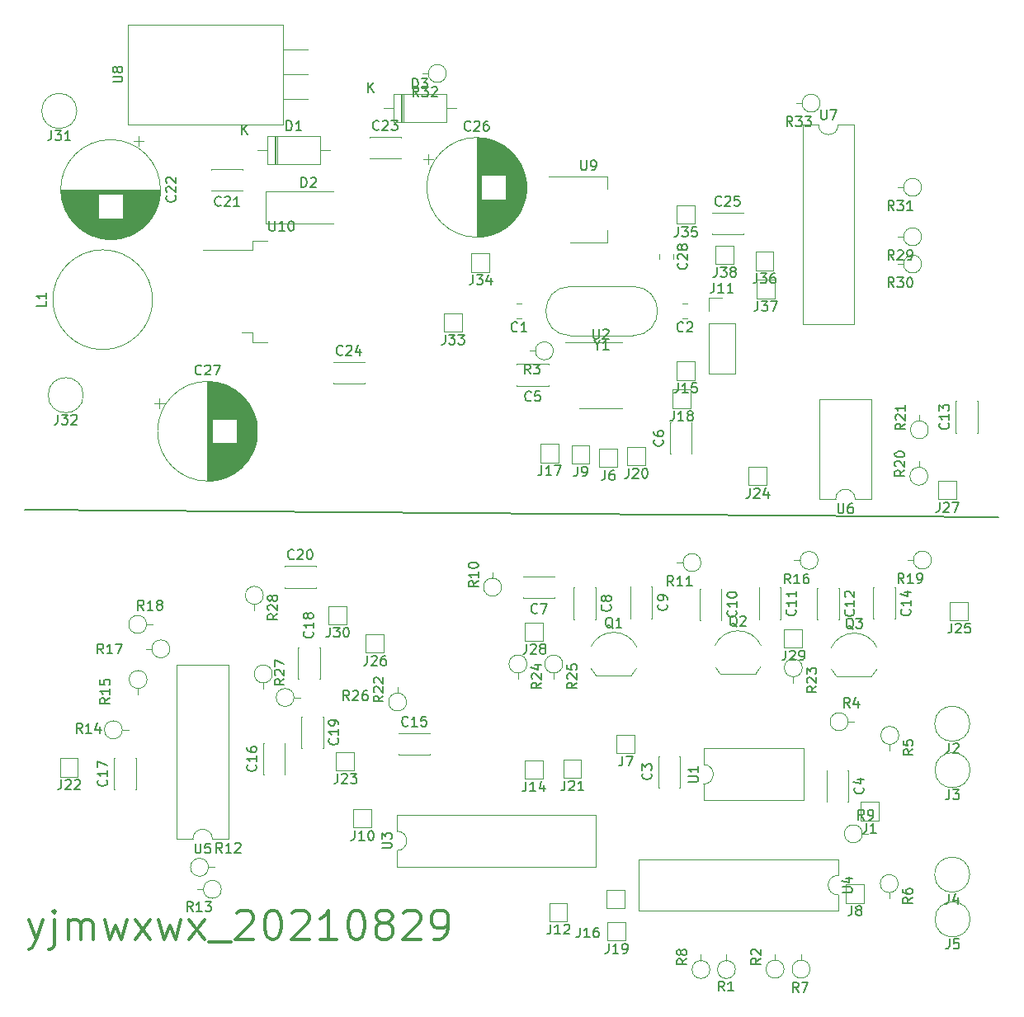
<source format=gbr>
%TF.GenerationSoftware,KiCad,Pcbnew,5.1.8-5.1.8*%
%TF.CreationDate,2021-08-29T21:24:45+08:00*%
%TF.ProjectId,lcr-1,6c63722d-312e-46b6-9963-61645f706362,rev?*%
%TF.SameCoordinates,Original*%
%TF.FileFunction,Legend,Top*%
%TF.FilePolarity,Positive*%
%FSLAX46Y46*%
G04 Gerber Fmt 4.6, Leading zero omitted, Abs format (unit mm)*
G04 Created by KiCad (PCBNEW 5.1.8-5.1.8) date 2021-08-29 21:24:45*
%MOMM*%
%LPD*%
G01*
G04 APERTURE LIST*
%ADD10C,0.300000*%
%ADD11C,0.150000*%
%ADD12C,0.120000*%
G04 APERTURE END LIST*
D10*
X90460351Y-152168622D02*
X91174637Y-154168622D01*
X91888922Y-152168622D02*
X91174637Y-154168622D01*
X90888922Y-154882908D01*
X90746065Y-155025765D01*
X90460351Y-155168622D01*
X93031780Y-152168622D02*
X93031780Y-154740051D01*
X92888922Y-155025765D01*
X92603208Y-155168622D01*
X92460351Y-155168622D01*
X93031780Y-151168622D02*
X92888922Y-151311480D01*
X93031780Y-151454337D01*
X93174637Y-151311480D01*
X93031780Y-151168622D01*
X93031780Y-151454337D01*
X94460351Y-154168622D02*
X94460351Y-152168622D01*
X94460351Y-152454337D02*
X94603208Y-152311480D01*
X94888922Y-152168622D01*
X95317494Y-152168622D01*
X95603208Y-152311480D01*
X95746065Y-152597194D01*
X95746065Y-154168622D01*
X95746065Y-152597194D02*
X95888922Y-152311480D01*
X96174637Y-152168622D01*
X96603208Y-152168622D01*
X96888922Y-152311480D01*
X97031780Y-152597194D01*
X97031780Y-154168622D01*
X98174637Y-152168622D02*
X98746065Y-154168622D01*
X99317494Y-152740051D01*
X99888922Y-154168622D01*
X100460351Y-152168622D01*
X101317494Y-154168622D02*
X102888922Y-152168622D01*
X101317494Y-152168622D02*
X102888922Y-154168622D01*
X103746065Y-152168622D02*
X104317494Y-154168622D01*
X104888922Y-152740051D01*
X105460351Y-154168622D01*
X106031780Y-152168622D01*
X106888922Y-154168622D02*
X108460351Y-152168622D01*
X106888922Y-152168622D02*
X108460351Y-154168622D01*
X108888922Y-154454337D02*
X111174637Y-154454337D01*
X111746065Y-151454337D02*
X111888922Y-151311480D01*
X112174637Y-151168622D01*
X112888922Y-151168622D01*
X113174637Y-151311480D01*
X113317494Y-151454337D01*
X113460351Y-151740051D01*
X113460351Y-152025765D01*
X113317494Y-152454337D01*
X111603208Y-154168622D01*
X113460351Y-154168622D01*
X115317494Y-151168622D02*
X115603208Y-151168622D01*
X115888922Y-151311480D01*
X116031780Y-151454337D01*
X116174637Y-151740051D01*
X116317494Y-152311480D01*
X116317494Y-153025765D01*
X116174637Y-153597194D01*
X116031780Y-153882908D01*
X115888922Y-154025765D01*
X115603208Y-154168622D01*
X115317494Y-154168622D01*
X115031780Y-154025765D01*
X114888922Y-153882908D01*
X114746065Y-153597194D01*
X114603208Y-153025765D01*
X114603208Y-152311480D01*
X114746065Y-151740051D01*
X114888922Y-151454337D01*
X115031780Y-151311480D01*
X115317494Y-151168622D01*
X117460351Y-151454337D02*
X117603208Y-151311480D01*
X117888922Y-151168622D01*
X118603208Y-151168622D01*
X118888922Y-151311480D01*
X119031780Y-151454337D01*
X119174637Y-151740051D01*
X119174637Y-152025765D01*
X119031780Y-152454337D01*
X117317494Y-154168622D01*
X119174637Y-154168622D01*
X122031780Y-154168622D02*
X120317494Y-154168622D01*
X121174637Y-154168622D02*
X121174637Y-151168622D01*
X120888922Y-151597194D01*
X120603208Y-151882908D01*
X120317494Y-152025765D01*
X123888922Y-151168622D02*
X124174637Y-151168622D01*
X124460351Y-151311480D01*
X124603208Y-151454337D01*
X124746065Y-151740051D01*
X124888922Y-152311480D01*
X124888922Y-153025765D01*
X124746065Y-153597194D01*
X124603208Y-153882908D01*
X124460351Y-154025765D01*
X124174637Y-154168622D01*
X123888922Y-154168622D01*
X123603208Y-154025765D01*
X123460351Y-153882908D01*
X123317494Y-153597194D01*
X123174637Y-153025765D01*
X123174637Y-152311480D01*
X123317494Y-151740051D01*
X123460351Y-151454337D01*
X123603208Y-151311480D01*
X123888922Y-151168622D01*
X126603208Y-152454337D02*
X126317494Y-152311480D01*
X126174637Y-152168622D01*
X126031780Y-151882908D01*
X126031780Y-151740051D01*
X126174637Y-151454337D01*
X126317494Y-151311480D01*
X126603208Y-151168622D01*
X127174637Y-151168622D01*
X127460351Y-151311480D01*
X127603208Y-151454337D01*
X127746065Y-151740051D01*
X127746065Y-151882908D01*
X127603208Y-152168622D01*
X127460351Y-152311480D01*
X127174637Y-152454337D01*
X126603208Y-152454337D01*
X126317494Y-152597194D01*
X126174637Y-152740051D01*
X126031780Y-153025765D01*
X126031780Y-153597194D01*
X126174637Y-153882908D01*
X126317494Y-154025765D01*
X126603208Y-154168622D01*
X127174637Y-154168622D01*
X127460351Y-154025765D01*
X127603208Y-153882908D01*
X127746065Y-153597194D01*
X127746065Y-153025765D01*
X127603208Y-152740051D01*
X127460351Y-152597194D01*
X127174637Y-152454337D01*
X128888922Y-151454337D02*
X129031780Y-151311480D01*
X129317494Y-151168622D01*
X130031780Y-151168622D01*
X130317494Y-151311480D01*
X130460351Y-151454337D01*
X130603208Y-151740051D01*
X130603208Y-152025765D01*
X130460351Y-152454337D01*
X128746065Y-154168622D01*
X130603208Y-154168622D01*
X132031780Y-154168622D02*
X132603208Y-154168622D01*
X132888922Y-154025765D01*
X133031780Y-153882908D01*
X133317494Y-153454337D01*
X133460351Y-152882908D01*
X133460351Y-151740051D01*
X133317494Y-151454337D01*
X133174637Y-151311480D01*
X132888922Y-151168622D01*
X132317494Y-151168622D01*
X132031780Y-151311480D01*
X131888922Y-151454337D01*
X131746065Y-151740051D01*
X131746065Y-152454337D01*
X131888922Y-152740051D01*
X132031780Y-152882908D01*
X132317494Y-153025765D01*
X132888922Y-153025765D01*
X133174637Y-152882908D01*
X133317494Y-152740051D01*
X133460351Y-152454337D01*
D11*
X90037920Y-110081060D02*
X189938660Y-110792260D01*
D12*
%TO.C,U8*%
X116469780Y-62857380D02*
X119009780Y-62857380D01*
X116469780Y-65397380D02*
X119009780Y-65397380D01*
X116469780Y-67937380D02*
X119009780Y-67937380D01*
X100579780Y-60277380D02*
X116469780Y-60277380D01*
X100579780Y-70517380D02*
X116469780Y-70517380D01*
X100579780Y-70517380D02*
X100579780Y-60277380D01*
X116469780Y-70517380D02*
X116469780Y-60277380D01*
%TO.C,J38*%
X162738640Y-82958900D02*
X160888640Y-82958900D01*
X162738640Y-83008900D02*
X162738640Y-82958900D01*
X162738640Y-84858900D02*
X162738640Y-83008900D01*
X160888640Y-84858900D02*
X162738640Y-84858900D01*
X160888640Y-82958900D02*
X160888640Y-84858900D01*
%TO.C,J37*%
X166927100Y-86443780D02*
X165077100Y-86443780D01*
X166927100Y-86493780D02*
X166927100Y-86443780D01*
X166927100Y-88343780D02*
X166927100Y-86493780D01*
X165077100Y-88343780D02*
X166927100Y-88343780D01*
X165077100Y-86443780D02*
X165077100Y-88343780D01*
%TO.C,J36*%
X166825500Y-83598980D02*
X164975500Y-83598980D01*
X166825500Y-83648980D02*
X166825500Y-83598980D01*
X166825500Y-85498980D02*
X166825500Y-83648980D01*
X164975500Y-85498980D02*
X166825500Y-85498980D01*
X164975500Y-83598980D02*
X164975500Y-85498980D01*
%TO.C,J35*%
X158755920Y-78818700D02*
X156905920Y-78818700D01*
X158755920Y-78868700D02*
X158755920Y-78818700D01*
X158755920Y-80718700D02*
X158755920Y-78868700D01*
X156905920Y-80718700D02*
X158755920Y-80718700D01*
X156905920Y-78818700D02*
X156905920Y-80718700D01*
%TO.C,J34*%
X137694240Y-83746300D02*
X135844240Y-83746300D01*
X137694240Y-83796300D02*
X137694240Y-83746300D01*
X137694240Y-85646300D02*
X137694240Y-83796300D01*
X135844240Y-85646300D02*
X137694240Y-85646300D01*
X135844240Y-83746300D02*
X135844240Y-85646300D01*
%TO.C,J33*%
X134854520Y-89890560D02*
X133004520Y-89890560D01*
X134854520Y-89940560D02*
X134854520Y-89890560D01*
X134854520Y-91790560D02*
X134854520Y-89940560D01*
X133004520Y-91790560D02*
X134854520Y-91790560D01*
X133004520Y-89890560D02*
X133004520Y-91790560D01*
%TO.C,J32*%
X96001674Y-98298000D02*
G75*
G03*
X96001674Y-98298000I-1800694J0D01*
G01*
%TO.C,J31*%
X95343814Y-69121020D02*
G75*
G03*
X95343814Y-69121020I-1800694J0D01*
G01*
%TO.C,J30*%
X123030820Y-119936220D02*
X121180820Y-119936220D01*
X123030820Y-119986220D02*
X123030820Y-119936220D01*
X123030820Y-121836220D02*
X123030820Y-119986220D01*
X121180820Y-121836220D02*
X123030820Y-121836220D01*
X121180820Y-119936220D02*
X121180820Y-121836220D01*
%TO.C,J29*%
X169776980Y-122298420D02*
X167926980Y-122298420D01*
X169776980Y-122348420D02*
X169776980Y-122298420D01*
X169776980Y-124198420D02*
X169776980Y-122348420D01*
X167926980Y-124198420D02*
X169776980Y-124198420D01*
X167926980Y-122298420D02*
X167926980Y-124198420D01*
%TO.C,J28*%
X143188260Y-121643100D02*
X141338260Y-121643100D01*
X143188260Y-121693100D02*
X143188260Y-121643100D01*
X143188260Y-123543100D02*
X143188260Y-121693100D01*
X141338260Y-123543100D02*
X143188260Y-123543100D01*
X141338260Y-121643100D02*
X141338260Y-123543100D01*
%TO.C,J27*%
X185570700Y-107096520D02*
X183720700Y-107096520D01*
X185570700Y-107146520D02*
X185570700Y-107096520D01*
X185570700Y-108996520D02*
X185570700Y-107146520D01*
X183720700Y-108996520D02*
X185570700Y-108996520D01*
X183720700Y-107096520D02*
X183720700Y-108996520D01*
%TO.C,J26*%
X126848440Y-122839440D02*
X124998440Y-122839440D01*
X126848440Y-122889440D02*
X126848440Y-122839440D01*
X126848440Y-124739440D02*
X126848440Y-122889440D01*
X124998440Y-124739440D02*
X126848440Y-124739440D01*
X124998440Y-122839440D02*
X124998440Y-124739440D01*
%TO.C,J25*%
X186797520Y-119506960D02*
X184947520Y-119506960D01*
X186797520Y-119556960D02*
X186797520Y-119506960D01*
X186797520Y-121406960D02*
X186797520Y-119556960D01*
X184947520Y-121406960D02*
X186797520Y-121406960D01*
X184947520Y-119506960D02*
X184947520Y-121406960D01*
%TO.C,J24*%
X166132080Y-105646180D02*
X164282080Y-105646180D01*
X166132080Y-105696180D02*
X166132080Y-105646180D01*
X166132080Y-107546180D02*
X166132080Y-105696180D01*
X164282080Y-107546180D02*
X166132080Y-107546180D01*
X164282080Y-105646180D02*
X164282080Y-107546180D01*
%TO.C,J23*%
X123805520Y-134942540D02*
X121955520Y-134942540D01*
X123805520Y-134992540D02*
X123805520Y-134942540D01*
X123805520Y-136842540D02*
X123805520Y-134992540D01*
X121955520Y-136842540D02*
X123805520Y-136842540D01*
X121955520Y-134942540D02*
X121955520Y-136842540D01*
%TO.C,J22*%
X95461660Y-135562300D02*
X93611660Y-135562300D01*
X95461660Y-135612300D02*
X95461660Y-135562300D01*
X95461660Y-137462300D02*
X95461660Y-135612300D01*
X93611660Y-137462300D02*
X95461660Y-137462300D01*
X93611660Y-135562300D02*
X93611660Y-137462300D01*
%TO.C,J21*%
X147107480Y-135679140D02*
X145257480Y-135679140D01*
X147107480Y-135729140D02*
X147107480Y-135679140D01*
X147107480Y-137579140D02*
X147107480Y-135729140D01*
X145257480Y-137579140D02*
X147107480Y-137579140D01*
X145257480Y-135679140D02*
X145257480Y-137579140D01*
%TO.C,J20*%
X153675920Y-103598940D02*
X151825920Y-103598940D01*
X153675920Y-103648940D02*
X153675920Y-103598940D01*
X153675920Y-105498940D02*
X153675920Y-103648940D01*
X151825920Y-105498940D02*
X153675920Y-105498940D01*
X151825920Y-103598940D02*
X151825920Y-105498940D01*
%TO.C,J19*%
X151615980Y-152394880D02*
X149765980Y-152394880D01*
X151615980Y-152444880D02*
X151615980Y-152394880D01*
X151615980Y-154294880D02*
X151615980Y-152444880D01*
X149765980Y-154294880D02*
X151615980Y-154294880D01*
X149765980Y-152394880D02*
X149765980Y-154294880D01*
%TO.C,J18*%
X158313960Y-97718840D02*
X156463960Y-97718840D01*
X158313960Y-97768840D02*
X158313960Y-97718840D01*
X158313960Y-99618840D02*
X158313960Y-97768840D01*
X156463960Y-99618840D02*
X158313960Y-99618840D01*
X156463960Y-97718840D02*
X156463960Y-99618840D01*
%TO.C,J17*%
X144750360Y-103317000D02*
X142900360Y-103317000D01*
X144750360Y-103367000D02*
X144750360Y-103317000D01*
X144750360Y-105217000D02*
X144750360Y-103367000D01*
X142900360Y-105217000D02*
X144750360Y-105217000D01*
X142900360Y-103317000D02*
X142900360Y-105217000D01*
%TO.C,J16*%
X151577880Y-149090340D02*
X149727880Y-149090340D01*
X151577880Y-149140340D02*
X151577880Y-149090340D01*
X151577880Y-150990340D02*
X151577880Y-149140340D01*
X149727880Y-150990340D02*
X151577880Y-150990340D01*
X149727880Y-149090340D02*
X149727880Y-150990340D01*
%TO.C,J15*%
X158758460Y-94835940D02*
X156908460Y-94835940D01*
X158758460Y-94885940D02*
X158758460Y-94835940D01*
X158758460Y-96735940D02*
X158758460Y-94885940D01*
X156908460Y-96735940D02*
X158758460Y-96735940D01*
X156908460Y-94835940D02*
X156908460Y-96735940D01*
%TO.C,J14*%
X143129840Y-135768040D02*
X141279840Y-135768040D01*
X143129840Y-135818040D02*
X143129840Y-135768040D01*
X143129840Y-137668040D02*
X143129840Y-135818040D01*
X141279840Y-137668040D02*
X143129840Y-137668040D01*
X141279840Y-135768040D02*
X141279840Y-137668040D01*
%TO.C,J12*%
X145662220Y-150413680D02*
X143812220Y-150413680D01*
X145662220Y-150463680D02*
X145662220Y-150413680D01*
X145662220Y-152313680D02*
X145662220Y-150463680D01*
X143812220Y-152313680D02*
X145662220Y-152313680D01*
X143812220Y-150413680D02*
X143812220Y-152313680D01*
%TO.C,J10*%
X125555580Y-140797240D02*
X123705580Y-140797240D01*
X125555580Y-140847240D02*
X125555580Y-140797240D01*
X125555580Y-142697240D02*
X125555580Y-140847240D01*
X123705580Y-142697240D02*
X125555580Y-142697240D01*
X123705580Y-140797240D02*
X123705580Y-142697240D01*
%TO.C,J9*%
X147943140Y-103426220D02*
X146093140Y-103426220D01*
X147943140Y-103476220D02*
X147943140Y-103426220D01*
X147943140Y-105326220D02*
X147943140Y-103476220D01*
X146093140Y-105326220D02*
X147943140Y-105326220D01*
X146093140Y-103426220D02*
X146093140Y-105326220D01*
%TO.C,J8*%
X176101580Y-148508680D02*
X174251580Y-148508680D01*
X176101580Y-148558680D02*
X176101580Y-148508680D01*
X176101580Y-150408680D02*
X176101580Y-148558680D01*
X174251580Y-150408680D02*
X176101580Y-150408680D01*
X174251580Y-148508680D02*
X174251580Y-150408680D01*
%TO.C,J7*%
X152555780Y-133131520D02*
X150705780Y-133131520D01*
X152555780Y-133181520D02*
X152555780Y-133131520D01*
X152555780Y-135031520D02*
X152555780Y-133181520D01*
X150705780Y-135031520D02*
X152555780Y-135031520D01*
X150705780Y-133131520D02*
X150705780Y-135031520D01*
%TO.C,J6*%
X150777780Y-103794520D02*
X148927780Y-103794520D01*
X150777780Y-103844520D02*
X150777780Y-103794520D01*
X150777780Y-105694520D02*
X150777780Y-103844520D01*
X148927780Y-105694520D02*
X150777780Y-105694520D01*
X148927780Y-103794520D02*
X148927780Y-105694520D01*
%TO.C,J5*%
X187007334Y-152105360D02*
G75*
G03*
X187007334Y-152105360I-1800694J0D01*
G01*
%TO.C,J4*%
X186959074Y-147513040D02*
G75*
G03*
X186959074Y-147513040I-1800694J0D01*
G01*
%TO.C,J3*%
X186999714Y-136794240D02*
G75*
G03*
X186999714Y-136794240I-1800694J0D01*
G01*
%TO.C,J2*%
X186966694Y-132029200D02*
G75*
G03*
X186966694Y-132029200I-1800694J0D01*
G01*
%TO.C,J1*%
X177595100Y-140037780D02*
X175745100Y-140037780D01*
X177595100Y-140087780D02*
X177595100Y-140037780D01*
X177595100Y-141937780D02*
X177595100Y-140087780D01*
X175745100Y-141937780D02*
X177595100Y-141937780D01*
X175745100Y-140037780D02*
X175745100Y-141937780D01*
%TO.C,R16*%
X171399980Y-115255040D02*
G75*
G03*
X171399980Y-115255040I-920000J0D01*
G01*
X169559980Y-115255040D02*
X168939980Y-115255040D01*
%TO.C,C12*%
X173535460Y-118077820D02*
X173535460Y-121317820D01*
X171295460Y-118077820D02*
X171295460Y-121317820D01*
X173535460Y-118077820D02*
X173470460Y-118077820D01*
X171360460Y-118077820D02*
X171295460Y-118077820D01*
X173535460Y-121317820D02*
X173470460Y-121317820D01*
X171360460Y-121317820D02*
X171295460Y-121317820D01*
%TO.C,U6*%
X175203360Y-108965040D02*
X176853360Y-108965040D01*
X176853360Y-108965040D02*
X176853360Y-98685040D01*
X176853360Y-98685040D02*
X171553360Y-98685040D01*
X171553360Y-98685040D02*
X171553360Y-108965040D01*
X171553360Y-108965040D02*
X173203360Y-108965040D01*
X173203360Y-108965040D02*
G75*
G02*
X175203360Y-108965040I1000000J0D01*
G01*
%TO.C,U5*%
X109254800Y-143864640D02*
X110904800Y-143864640D01*
X110904800Y-143864640D02*
X110904800Y-125964640D01*
X110904800Y-125964640D02*
X105604800Y-125964640D01*
X105604800Y-125964640D02*
X105604800Y-143864640D01*
X105604800Y-143864640D02*
X107254800Y-143864640D01*
X107254800Y-143864640D02*
G75*
G02*
X109254800Y-143864640I1000000J0D01*
G01*
%TO.C,U1*%
X159651160Y-138220400D02*
X159651160Y-139870400D01*
X159651160Y-139870400D02*
X169931160Y-139870400D01*
X169931160Y-139870400D02*
X169931160Y-134570400D01*
X169931160Y-134570400D02*
X159651160Y-134570400D01*
X159651160Y-134570400D02*
X159651160Y-136220400D01*
X159651160Y-136220400D02*
G75*
G02*
X159651160Y-138220400I0J-1000000D01*
G01*
%TO.C,R33*%
X171608000Y-68326000D02*
G75*
G03*
X171608000Y-68326000I-920000J0D01*
G01*
X169768000Y-68326000D02*
X169148000Y-68326000D01*
%TO.C,R32*%
X133254000Y-65278000D02*
G75*
G03*
X133254000Y-65278000I-920000J0D01*
G01*
X131414000Y-65278000D02*
X130794000Y-65278000D01*
%TO.C,R31*%
X182022000Y-76962000D02*
G75*
G03*
X182022000Y-76962000I-920000J0D01*
G01*
X180182000Y-76962000D02*
X179562000Y-76962000D01*
%TO.C,R30*%
X180182000Y-84836000D02*
X179562000Y-84836000D01*
X182022000Y-84836000D02*
G75*
G03*
X182022000Y-84836000I-920000J0D01*
G01*
%TO.C,R29*%
X182022000Y-82042000D02*
G75*
G03*
X182022000Y-82042000I-920000J0D01*
G01*
X180182000Y-82042000D02*
X179562000Y-82042000D01*
%TO.C,R28*%
X114478320Y-118841520D02*
G75*
G03*
X114478320Y-118841520I-920000J0D01*
G01*
X113558320Y-119761520D02*
X113558320Y-120381520D01*
%TO.C,R25*%
X145197340Y-125900180D02*
G75*
G03*
X145197340Y-125900180I-920000J0D01*
G01*
X144277340Y-126820180D02*
X144277340Y-127440180D01*
%TO.C,R24*%
X141529580Y-125895100D02*
G75*
G03*
X141529580Y-125895100I-920000J0D01*
G01*
X140609580Y-126815100D02*
X140609580Y-127435100D01*
%TO.C,R27*%
X115397800Y-126918720D02*
G75*
G03*
X115397800Y-126918720I-920000J0D01*
G01*
X114477800Y-127838720D02*
X114477800Y-128458720D01*
%TO.C,R26*%
X117633000Y-129326640D02*
G75*
G03*
X117633000Y-129326640I-920000J0D01*
G01*
X117633000Y-129326640D02*
X118253000Y-129326640D01*
%TO.C,R22*%
X129174760Y-129799080D02*
G75*
G03*
X129174760Y-129799080I-920000J0D01*
G01*
X128254760Y-128879080D02*
X128254760Y-128259080D01*
%TO.C,R23*%
X169776920Y-126281180D02*
G75*
G03*
X169776920Y-126281180I-920000J0D01*
G01*
X168856920Y-127201180D02*
X168856920Y-127821180D01*
%TO.C,R21*%
X182717960Y-101854000D02*
G75*
G03*
X182717960Y-101854000I-920000J0D01*
G01*
X181797960Y-100934000D02*
X181797960Y-100314000D01*
%TO.C,R20*%
X182667160Y-106619040D02*
G75*
G03*
X182667160Y-106619040I-920000J0D01*
G01*
X181747160Y-105699040D02*
X181747160Y-105079040D01*
%TO.C,R18*%
X102504760Y-121828560D02*
G75*
G03*
X102504760Y-121828560I-920000J0D01*
G01*
X102504760Y-121828560D02*
X103124760Y-121828560D01*
%TO.C,R17*%
X104887280Y-124338080D02*
G75*
G03*
X104887280Y-124338080I-920000J0D01*
G01*
X103047280Y-124338080D02*
X102427280Y-124338080D01*
%TO.C,R15*%
X102550480Y-127482600D02*
G75*
G03*
X102550480Y-127482600I-920000J0D01*
G01*
X101630480Y-128402600D02*
X101630480Y-129022600D01*
%TO.C,R14*%
X100010480Y-132648960D02*
G75*
G03*
X100010480Y-132648960I-920000J0D01*
G01*
X100010480Y-132648960D02*
X100630480Y-132648960D01*
%TO.C,R19*%
X183030640Y-115224560D02*
G75*
G03*
X183030640Y-115224560I-920000J0D01*
G01*
X181190640Y-115224560D02*
X180570640Y-115224560D01*
%TO.C,R12*%
X108847140Y-146758660D02*
G75*
G03*
X108847140Y-146758660I-920000J0D01*
G01*
X108847140Y-146758660D02*
X109467140Y-146758660D01*
%TO.C,R13*%
X110170480Y-149026880D02*
G75*
G03*
X110170480Y-149026880I-920000J0D01*
G01*
X108330480Y-149026880D02*
X107710480Y-149026880D01*
%TO.C,R11*%
X159385780Y-115488720D02*
G75*
G03*
X159385780Y-115488720I-920000J0D01*
G01*
X157545780Y-115488720D02*
X156925780Y-115488720D01*
%TO.C,R10*%
X138920000Y-118000000D02*
G75*
G03*
X138920000Y-118000000I-920000J0D01*
G01*
X138000000Y-117080000D02*
X138000000Y-116460000D01*
%TO.C,R9*%
X175941240Y-143319500D02*
G75*
G03*
X175941240Y-143319500I-920000J0D01*
G01*
X175941240Y-143319500D02*
X176561240Y-143319500D01*
%TO.C,R8*%
X160305000Y-157256480D02*
G75*
G03*
X160305000Y-157256480I-920000J0D01*
G01*
X159385000Y-156336480D02*
X159385000Y-155716480D01*
%TO.C,R7*%
X170576760Y-157215840D02*
G75*
G03*
X170576760Y-157215840I-920000J0D01*
G01*
X169656760Y-156295840D02*
X169656760Y-155675840D01*
%TO.C,R6*%
X179624240Y-148437600D02*
G75*
G03*
X179624240Y-148437600I-920000J0D01*
G01*
X178704240Y-149357600D02*
X178704240Y-149977600D01*
%TO.C,R5*%
X179682000Y-133216660D02*
G75*
G03*
X179682000Y-133216660I-920000J0D01*
G01*
X178762000Y-134136660D02*
X178762000Y-134756660D01*
%TO.C,R4*%
X174473120Y-131820920D02*
G75*
G03*
X174473120Y-131820920I-920000J0D01*
G01*
X174473120Y-131820920D02*
X175093120Y-131820920D01*
%TO.C,R3*%
X144236960Y-93751400D02*
G75*
G03*
X144236960Y-93751400I-920000J0D01*
G01*
X142396960Y-93751400D02*
X141776960Y-93751400D01*
%TO.C,R2*%
X167904680Y-157215840D02*
G75*
G03*
X167904680Y-157215840I-920000J0D01*
G01*
X166984680Y-156295840D02*
X166984680Y-155675840D01*
%TO.C,R1*%
X162916120Y-157256480D02*
G75*
G03*
X162916120Y-157256480I-920000J0D01*
G01*
X161996120Y-156336480D02*
X161996120Y-155716480D01*
%TO.C,C14*%
X179311420Y-118032100D02*
X179311420Y-121272100D01*
X177071420Y-118032100D02*
X177071420Y-121272100D01*
X179311420Y-118032100D02*
X179246420Y-118032100D01*
X177136420Y-118032100D02*
X177071420Y-118032100D01*
X179311420Y-121272100D02*
X179246420Y-121272100D01*
X177136420Y-121272100D02*
X177071420Y-121272100D01*
%TO.C,C11*%
X167556300Y-118049880D02*
X167556300Y-121289880D01*
X165316300Y-118049880D02*
X165316300Y-121289880D01*
X167556300Y-118049880D02*
X167491300Y-118049880D01*
X165381300Y-118049880D02*
X165316300Y-118049880D01*
X167556300Y-121289880D02*
X167491300Y-121289880D01*
X165381300Y-121289880D02*
X165316300Y-121289880D01*
%TO.C,C9*%
X154363540Y-117971140D02*
X154363540Y-121211140D01*
X152123540Y-117971140D02*
X152123540Y-121211140D01*
X154363540Y-117971140D02*
X154298540Y-117971140D01*
X152188540Y-117971140D02*
X152123540Y-117971140D01*
X154363540Y-121211140D02*
X154298540Y-121211140D01*
X152188540Y-121211140D02*
X152123540Y-121211140D01*
%TO.C,Q2*%
X161382560Y-126932300D02*
X164982560Y-126932300D01*
X165506744Y-126205095D02*
G75*
G02*
X164982560Y-126932300I-2324184J1122795D01*
G01*
X165538960Y-123983493D02*
G75*
G03*
X163182560Y-122482300I-2356400J-1098807D01*
G01*
X160826160Y-123983493D02*
G75*
G02*
X163182560Y-122482300I2356400J-1098807D01*
G01*
X160858376Y-126205095D02*
G75*
G03*
X161382560Y-126932300I2324184J1122795D01*
G01*
%TO.C,C8*%
X146407500Y-121289880D02*
X146342500Y-121289880D01*
X148582500Y-121289880D02*
X148517500Y-121289880D01*
X146407500Y-118049880D02*
X146342500Y-118049880D01*
X148582500Y-118049880D02*
X148517500Y-118049880D01*
X146342500Y-118049880D02*
X146342500Y-121289880D01*
X148582500Y-118049880D02*
X148582500Y-121289880D01*
%TO.C,C19*%
X118441840Y-134518200D02*
X118376840Y-134518200D01*
X120616840Y-134518200D02*
X120551840Y-134518200D01*
X118441840Y-131278200D02*
X118376840Y-131278200D01*
X120616840Y-131278200D02*
X120551840Y-131278200D01*
X118376840Y-131278200D02*
X118376840Y-134518200D01*
X120616840Y-131278200D02*
X120616840Y-134518200D01*
%TO.C,C13*%
X187699280Y-98917960D02*
X187764280Y-98917960D01*
X185524280Y-98917960D02*
X185589280Y-98917960D01*
X187699280Y-102157960D02*
X187764280Y-102157960D01*
X185524280Y-102157960D02*
X185589280Y-102157960D01*
X187764280Y-102157960D02*
X187764280Y-98917960D01*
X185524280Y-102157960D02*
X185524280Y-98917960D01*
%TO.C,Y1*%
X152398000Y-92187000D02*
X145998000Y-92187000D01*
X152398000Y-87137000D02*
X145998000Y-87137000D01*
X145998000Y-87137000D02*
G75*
G03*
X145998000Y-92187000I0J-2525000D01*
G01*
X152398000Y-87137000D02*
G75*
G02*
X152398000Y-92187000I0J-2525000D01*
G01*
%TO.C,U7*%
X171466000Y-70552000D02*
X169816000Y-70552000D01*
X169816000Y-70552000D02*
X169816000Y-90992000D01*
X169816000Y-90992000D02*
X175116000Y-90992000D01*
X175116000Y-90992000D02*
X175116000Y-70552000D01*
X175116000Y-70552000D02*
X173466000Y-70552000D01*
X173466000Y-70552000D02*
G75*
G02*
X171466000Y-70552000I-1000000J0D01*
G01*
%TO.C,U4*%
X173440400Y-147595080D02*
X173440400Y-145945080D01*
X173440400Y-145945080D02*
X153000400Y-145945080D01*
X153000400Y-145945080D02*
X153000400Y-151245080D01*
X153000400Y-151245080D02*
X173440400Y-151245080D01*
X173440400Y-151245080D02*
X173440400Y-149595080D01*
X173440400Y-149595080D02*
G75*
G02*
X173440400Y-147595080I0J1000000D01*
G01*
%TO.C,U9*%
X149738000Y-82658000D02*
X149738000Y-81398000D01*
X149738000Y-75838000D02*
X149738000Y-77098000D01*
X145978000Y-82658000D02*
X149738000Y-82658000D01*
X143728000Y-75838000D02*
X149738000Y-75838000D01*
%TO.C,U2*%
X149098000Y-99651000D02*
X151298000Y-99651000D01*
X149098000Y-99651000D02*
X146898000Y-99651000D01*
X149098000Y-92881000D02*
X151298000Y-92881000D01*
X149098000Y-92881000D02*
X145498000Y-92881000D01*
%TO.C,U3*%
X128184600Y-145048480D02*
X128184600Y-146698480D01*
X128184600Y-146698480D02*
X148624600Y-146698480D01*
X148624600Y-146698480D02*
X148624600Y-141398480D01*
X148624600Y-141398480D02*
X128184600Y-141398480D01*
X128184600Y-141398480D02*
X128184600Y-143048480D01*
X128184600Y-143048480D02*
G75*
G02*
X128184600Y-145048480I0J-1000000D01*
G01*
%TO.C,U10*%
X114882000Y-82430000D02*
X113382000Y-82430000D01*
X113382000Y-82430000D02*
X113382000Y-83380000D01*
X113382000Y-83380000D02*
X108257000Y-83380000D01*
X114882000Y-92830000D02*
X113382000Y-92830000D01*
X113382000Y-92830000D02*
X113382000Y-91880000D01*
X113382000Y-91880000D02*
X112282000Y-91880000D01*
%TO.C,Q3*%
X173307860Y-127168520D02*
X176907860Y-127168520D01*
X177432044Y-126441315D02*
G75*
G02*
X176907860Y-127168520I-2324184J1122795D01*
G01*
X177464260Y-124219713D02*
G75*
G03*
X175107860Y-122718520I-2356400J-1098807D01*
G01*
X172751460Y-124219713D02*
G75*
G02*
X175107860Y-122718520I2356400J-1098807D01*
G01*
X172783676Y-126441315D02*
G75*
G03*
X173307860Y-127168520I2324184J1122795D01*
G01*
%TO.C,Q1*%
X148636840Y-127089780D02*
X152236840Y-127089780D01*
X152761024Y-126362575D02*
G75*
G02*
X152236840Y-127089780I-2324184J1122795D01*
G01*
X152793240Y-124140973D02*
G75*
G03*
X150436840Y-122639780I-2356400J-1098807D01*
G01*
X148080440Y-124140973D02*
G75*
G02*
X150436840Y-122639780I2356400J-1098807D01*
G01*
X148112656Y-126362575D02*
G75*
G03*
X148636840Y-127089780I2324184J1122795D01*
G01*
%TO.C,L1*%
X103120000Y-88500000D02*
G75*
G03*
X103120000Y-88500000I-5120000J0D01*
G01*
%TO.C,J11*%
X160214000Y-96072000D02*
X162874000Y-96072000D01*
X160214000Y-90932000D02*
X160214000Y-96072000D01*
X162874000Y-90932000D02*
X162874000Y-96072000D01*
X160214000Y-90932000D02*
X162874000Y-90932000D01*
X160214000Y-89662000D02*
X160214000Y-88332000D01*
X160214000Y-88332000D02*
X161544000Y-88332000D01*
%TO.C,D3*%
X127836000Y-67364000D02*
X127836000Y-70304000D01*
X127836000Y-70304000D02*
X133276000Y-70304000D01*
X133276000Y-70304000D02*
X133276000Y-67364000D01*
X133276000Y-67364000D02*
X127836000Y-67364000D01*
X126816000Y-68834000D02*
X127836000Y-68834000D01*
X134296000Y-68834000D02*
X133276000Y-68834000D01*
X128736000Y-67364000D02*
X128736000Y-70304000D01*
X128856000Y-67364000D02*
X128856000Y-70304000D01*
X128616000Y-67364000D02*
X128616000Y-70304000D01*
%TO.C,D1*%
X114882000Y-71682000D02*
X114882000Y-74622000D01*
X114882000Y-74622000D02*
X120322000Y-74622000D01*
X120322000Y-74622000D02*
X120322000Y-71682000D01*
X120322000Y-71682000D02*
X114882000Y-71682000D01*
X113862000Y-73152000D02*
X114882000Y-73152000D01*
X121342000Y-73152000D02*
X120322000Y-73152000D01*
X115782000Y-71682000D02*
X115782000Y-74622000D01*
X115902000Y-71682000D02*
X115902000Y-74622000D01*
X115662000Y-71682000D02*
X115662000Y-74622000D01*
%TO.C,D2*%
X114726000Y-77344000D02*
X114726000Y-80644000D01*
X114726000Y-80644000D02*
X121626000Y-80644000D01*
X114726000Y-77344000D02*
X121626000Y-77344000D01*
%TO.C,C18*%
X118031400Y-127405560D02*
X118031400Y-124165560D01*
X120271400Y-127405560D02*
X120271400Y-124165560D01*
X118031400Y-127405560D02*
X118096400Y-127405560D01*
X120206400Y-127405560D02*
X120271400Y-127405560D01*
X118031400Y-124165560D02*
X118096400Y-124165560D01*
X120206400Y-124165560D02*
X120271400Y-124165560D01*
%TO.C,C25*%
X160488200Y-79545320D02*
X163728200Y-79545320D01*
X160488200Y-81785320D02*
X163728200Y-81785320D01*
X160488200Y-79545320D02*
X160488200Y-79610320D01*
X160488200Y-81720320D02*
X160488200Y-81785320D01*
X163728200Y-79545320D02*
X163728200Y-79610320D01*
X163728200Y-81720320D02*
X163728200Y-81785320D01*
%TO.C,C20*%
X116632560Y-115831760D02*
X119872560Y-115831760D01*
X116632560Y-118071760D02*
X119872560Y-118071760D01*
X116632560Y-115831760D02*
X116632560Y-115896760D01*
X116632560Y-118006760D02*
X116632560Y-118071760D01*
X119872560Y-115831760D02*
X119872560Y-115896760D01*
X119872560Y-118006760D02*
X119872560Y-118071760D01*
%TO.C,C17*%
X99159200Y-138774600D02*
X99159200Y-135534600D01*
X101399200Y-138774600D02*
X101399200Y-135534600D01*
X99159200Y-138774600D02*
X99224200Y-138774600D01*
X101334200Y-138774600D02*
X101399200Y-138774600D01*
X99159200Y-135534600D02*
X99224200Y-135534600D01*
X101334200Y-135534600D02*
X101399200Y-135534600D01*
%TO.C,C16*%
X114470320Y-137237900D02*
X114470320Y-133997900D01*
X116710320Y-137237900D02*
X116710320Y-133997900D01*
X114470320Y-137237900D02*
X114535320Y-137237900D01*
X116645320Y-137237900D02*
X116710320Y-137237900D01*
X114470320Y-133997900D02*
X114535320Y-133997900D01*
X116645320Y-133997900D02*
X116710320Y-133997900D01*
%TO.C,C15*%
X128336880Y-132966600D02*
X131576880Y-132966600D01*
X128336880Y-135206600D02*
X131576880Y-135206600D01*
X128336880Y-132966600D02*
X128336880Y-133031600D01*
X128336880Y-135141600D02*
X128336880Y-135206600D01*
X131576880Y-132966600D02*
X131576880Y-133031600D01*
X131576880Y-135141600D02*
X131576880Y-135206600D01*
%TO.C,C28*%
X156589400Y-83838148D02*
X156589400Y-84360652D01*
X155119400Y-83838148D02*
X155119400Y-84360652D01*
%TO.C,C5*%
X143743480Y-97325040D02*
X140503480Y-97325040D01*
X143743480Y-95085040D02*
X140503480Y-95085040D01*
X143743480Y-97325040D02*
X143743480Y-97260040D01*
X143743480Y-95150040D02*
X143743480Y-95085040D01*
X140503480Y-97325040D02*
X140503480Y-97260040D01*
X140503480Y-95150040D02*
X140503480Y-95085040D01*
%TO.C,C10*%
X161485700Y-118154020D02*
X161485700Y-121394020D01*
X159245700Y-118154020D02*
X159245700Y-121394020D01*
X161485700Y-118154020D02*
X161420700Y-118154020D01*
X159310700Y-118154020D02*
X159245700Y-118154020D01*
X161485700Y-121394020D02*
X161420700Y-121394020D01*
X159310700Y-121394020D02*
X159245700Y-121394020D01*
%TO.C,C2*%
X157995252Y-90397000D02*
X157472748Y-90397000D01*
X157995252Y-88927000D02*
X157472748Y-88927000D01*
%TO.C,C1*%
X140977252Y-90397000D02*
X140454748Y-90397000D01*
X140977252Y-88927000D02*
X140454748Y-88927000D01*
%TO.C,C27*%
X113870000Y-102000000D02*
G75*
G03*
X113870000Y-102000000I-5120000J0D01*
G01*
X108750000Y-96920000D02*
X108750000Y-107080000D01*
X108790000Y-96920000D02*
X108790000Y-107080000D01*
X108830000Y-96920000D02*
X108830000Y-107080000D01*
X108870000Y-96921000D02*
X108870000Y-107079000D01*
X108910000Y-96922000D02*
X108910000Y-107078000D01*
X108950000Y-96923000D02*
X108950000Y-107077000D01*
X108990000Y-96925000D02*
X108990000Y-107075000D01*
X109030000Y-96927000D02*
X109030000Y-107073000D01*
X109070000Y-96930000D02*
X109070000Y-107070000D01*
X109110000Y-96932000D02*
X109110000Y-107068000D01*
X109150000Y-96935000D02*
X109150000Y-107065000D01*
X109190000Y-96938000D02*
X109190000Y-107062000D01*
X109230000Y-96942000D02*
X109230000Y-107058000D01*
X109270000Y-96946000D02*
X109270000Y-100759000D01*
X109270000Y-103241000D02*
X109270000Y-107054000D01*
X109310000Y-96950000D02*
X109310000Y-100759000D01*
X109310000Y-103241000D02*
X109310000Y-107050000D01*
X109350000Y-96955000D02*
X109350000Y-100759000D01*
X109350000Y-103241000D02*
X109350000Y-107045000D01*
X109390000Y-96960000D02*
X109390000Y-100759000D01*
X109390000Y-103241000D02*
X109390000Y-107040000D01*
X109430000Y-96965000D02*
X109430000Y-100759000D01*
X109430000Y-103241000D02*
X109430000Y-107035000D01*
X109471000Y-96970000D02*
X109471000Y-100759000D01*
X109471000Y-103241000D02*
X109471000Y-107030000D01*
X109511000Y-96976000D02*
X109511000Y-100759000D01*
X109511000Y-103241000D02*
X109511000Y-107024000D01*
X109551000Y-96982000D02*
X109551000Y-100759000D01*
X109551000Y-103241000D02*
X109551000Y-107018000D01*
X109591000Y-96989000D02*
X109591000Y-100759000D01*
X109591000Y-103241000D02*
X109591000Y-107011000D01*
X109631000Y-96996000D02*
X109631000Y-100759000D01*
X109631000Y-103241000D02*
X109631000Y-107004000D01*
X109671000Y-97003000D02*
X109671000Y-100759000D01*
X109671000Y-103241000D02*
X109671000Y-106997000D01*
X109711000Y-97010000D02*
X109711000Y-100759000D01*
X109711000Y-103241000D02*
X109711000Y-106990000D01*
X109751000Y-97018000D02*
X109751000Y-100759000D01*
X109751000Y-103241000D02*
X109751000Y-106982000D01*
X109791000Y-97026000D02*
X109791000Y-100759000D01*
X109791000Y-103241000D02*
X109791000Y-106974000D01*
X109831000Y-97035000D02*
X109831000Y-100759000D01*
X109831000Y-103241000D02*
X109831000Y-106965000D01*
X109871000Y-97044000D02*
X109871000Y-100759000D01*
X109871000Y-103241000D02*
X109871000Y-106956000D01*
X109911000Y-97053000D02*
X109911000Y-100759000D01*
X109911000Y-103241000D02*
X109911000Y-106947000D01*
X109951000Y-97062000D02*
X109951000Y-100759000D01*
X109951000Y-103241000D02*
X109951000Y-106938000D01*
X109991000Y-97072000D02*
X109991000Y-100759000D01*
X109991000Y-103241000D02*
X109991000Y-106928000D01*
X110031000Y-97082000D02*
X110031000Y-100759000D01*
X110031000Y-103241000D02*
X110031000Y-106918000D01*
X110071000Y-97093000D02*
X110071000Y-100759000D01*
X110071000Y-103241000D02*
X110071000Y-106907000D01*
X110111000Y-97103000D02*
X110111000Y-100759000D01*
X110111000Y-103241000D02*
X110111000Y-106897000D01*
X110151000Y-97115000D02*
X110151000Y-100759000D01*
X110151000Y-103241000D02*
X110151000Y-106885000D01*
X110191000Y-97126000D02*
X110191000Y-100759000D01*
X110191000Y-103241000D02*
X110191000Y-106874000D01*
X110231000Y-97138000D02*
X110231000Y-100759000D01*
X110231000Y-103241000D02*
X110231000Y-106862000D01*
X110271000Y-97150000D02*
X110271000Y-100759000D01*
X110271000Y-103241000D02*
X110271000Y-106850000D01*
X110311000Y-97163000D02*
X110311000Y-100759000D01*
X110311000Y-103241000D02*
X110311000Y-106837000D01*
X110351000Y-97176000D02*
X110351000Y-100759000D01*
X110351000Y-103241000D02*
X110351000Y-106824000D01*
X110391000Y-97189000D02*
X110391000Y-100759000D01*
X110391000Y-103241000D02*
X110391000Y-106811000D01*
X110431000Y-97203000D02*
X110431000Y-100759000D01*
X110431000Y-103241000D02*
X110431000Y-106797000D01*
X110471000Y-97217000D02*
X110471000Y-100759000D01*
X110471000Y-103241000D02*
X110471000Y-106783000D01*
X110511000Y-97232000D02*
X110511000Y-100759000D01*
X110511000Y-103241000D02*
X110511000Y-106768000D01*
X110551000Y-97246000D02*
X110551000Y-100759000D01*
X110551000Y-103241000D02*
X110551000Y-106754000D01*
X110591000Y-97262000D02*
X110591000Y-100759000D01*
X110591000Y-103241000D02*
X110591000Y-106738000D01*
X110631000Y-97277000D02*
X110631000Y-100759000D01*
X110631000Y-103241000D02*
X110631000Y-106723000D01*
X110671000Y-97293000D02*
X110671000Y-100759000D01*
X110671000Y-103241000D02*
X110671000Y-106707000D01*
X110711000Y-97310000D02*
X110711000Y-100759000D01*
X110711000Y-103241000D02*
X110711000Y-106690000D01*
X110751000Y-97326000D02*
X110751000Y-100759000D01*
X110751000Y-103241000D02*
X110751000Y-106674000D01*
X110791000Y-97343000D02*
X110791000Y-100759000D01*
X110791000Y-103241000D02*
X110791000Y-106657000D01*
X110831000Y-97361000D02*
X110831000Y-100759000D01*
X110831000Y-103241000D02*
X110831000Y-106639000D01*
X110871000Y-97379000D02*
X110871000Y-100759000D01*
X110871000Y-103241000D02*
X110871000Y-106621000D01*
X110911000Y-97397000D02*
X110911000Y-100759000D01*
X110911000Y-103241000D02*
X110911000Y-106603000D01*
X110951000Y-97416000D02*
X110951000Y-100759000D01*
X110951000Y-103241000D02*
X110951000Y-106584000D01*
X110991000Y-97436000D02*
X110991000Y-100759000D01*
X110991000Y-103241000D02*
X110991000Y-106564000D01*
X111031000Y-97455000D02*
X111031000Y-100759000D01*
X111031000Y-103241000D02*
X111031000Y-106545000D01*
X111071000Y-97475000D02*
X111071000Y-100759000D01*
X111071000Y-103241000D02*
X111071000Y-106525000D01*
X111111000Y-97496000D02*
X111111000Y-100759000D01*
X111111000Y-103241000D02*
X111111000Y-106504000D01*
X111151000Y-97517000D02*
X111151000Y-100759000D01*
X111151000Y-103241000D02*
X111151000Y-106483000D01*
X111191000Y-97538000D02*
X111191000Y-100759000D01*
X111191000Y-103241000D02*
X111191000Y-106462000D01*
X111231000Y-97560000D02*
X111231000Y-100759000D01*
X111231000Y-103241000D02*
X111231000Y-106440000D01*
X111271000Y-97583000D02*
X111271000Y-100759000D01*
X111271000Y-103241000D02*
X111271000Y-106417000D01*
X111311000Y-97605000D02*
X111311000Y-100759000D01*
X111311000Y-103241000D02*
X111311000Y-106395000D01*
X111351000Y-97629000D02*
X111351000Y-100759000D01*
X111351000Y-103241000D02*
X111351000Y-106371000D01*
X111391000Y-97653000D02*
X111391000Y-100759000D01*
X111391000Y-103241000D02*
X111391000Y-106347000D01*
X111431000Y-97677000D02*
X111431000Y-100759000D01*
X111431000Y-103241000D02*
X111431000Y-106323000D01*
X111471000Y-97702000D02*
X111471000Y-100759000D01*
X111471000Y-103241000D02*
X111471000Y-106298000D01*
X111511000Y-97727000D02*
X111511000Y-100759000D01*
X111511000Y-103241000D02*
X111511000Y-106273000D01*
X111551000Y-97753000D02*
X111551000Y-100759000D01*
X111551000Y-103241000D02*
X111551000Y-106247000D01*
X111591000Y-97779000D02*
X111591000Y-100759000D01*
X111591000Y-103241000D02*
X111591000Y-106221000D01*
X111631000Y-97806000D02*
X111631000Y-100759000D01*
X111631000Y-103241000D02*
X111631000Y-106194000D01*
X111671000Y-97834000D02*
X111671000Y-100759000D01*
X111671000Y-103241000D02*
X111671000Y-106166000D01*
X111711000Y-97862000D02*
X111711000Y-100759000D01*
X111711000Y-103241000D02*
X111711000Y-106138000D01*
X111751000Y-97890000D02*
X111751000Y-106110000D01*
X111791000Y-97920000D02*
X111791000Y-106080000D01*
X111831000Y-97950000D02*
X111831000Y-106050000D01*
X111871000Y-97980000D02*
X111871000Y-106020000D01*
X111911000Y-98011000D02*
X111911000Y-105989000D01*
X111951000Y-98043000D02*
X111951000Y-105957000D01*
X111991000Y-98075000D02*
X111991000Y-105925000D01*
X112031000Y-98108000D02*
X112031000Y-105892000D01*
X112071000Y-98142000D02*
X112071000Y-105858000D01*
X112111000Y-98176000D02*
X112111000Y-105824000D01*
X112151000Y-98211000D02*
X112151000Y-105789000D01*
X112191000Y-98247000D02*
X112191000Y-105753000D01*
X112231000Y-98284000D02*
X112231000Y-105716000D01*
X112271000Y-98321000D02*
X112271000Y-105679000D01*
X112311000Y-98360000D02*
X112311000Y-105640000D01*
X112351000Y-98399000D02*
X112351000Y-105601000D01*
X112391000Y-98439000D02*
X112391000Y-105561000D01*
X112431000Y-98480000D02*
X112431000Y-105520000D01*
X112471000Y-98522000D02*
X112471000Y-105478000D01*
X112511000Y-98564000D02*
X112511000Y-105436000D01*
X112551000Y-98608000D02*
X112551000Y-105392000D01*
X112591000Y-98653000D02*
X112591000Y-105347000D01*
X112631000Y-98699000D02*
X112631000Y-105301000D01*
X112671000Y-98746000D02*
X112671000Y-105254000D01*
X112711000Y-98794000D02*
X112711000Y-105206000D01*
X112751000Y-98844000D02*
X112751000Y-105156000D01*
X112791000Y-98894000D02*
X112791000Y-105106000D01*
X112831000Y-98946000D02*
X112831000Y-105054000D01*
X112871000Y-99000000D02*
X112871000Y-105000000D01*
X112911000Y-99055000D02*
X112911000Y-104945000D01*
X112951000Y-99111000D02*
X112951000Y-104889000D01*
X112991000Y-99170000D02*
X112991000Y-104830000D01*
X113031000Y-99230000D02*
X113031000Y-104770000D01*
X113071000Y-99291000D02*
X113071000Y-104709000D01*
X113111000Y-99355000D02*
X113111000Y-104645000D01*
X113151000Y-99421000D02*
X113151000Y-104579000D01*
X113191000Y-99490000D02*
X113191000Y-104510000D01*
X113231000Y-99561000D02*
X113231000Y-104439000D01*
X113271000Y-99635000D02*
X113271000Y-104365000D01*
X113311000Y-99711000D02*
X113311000Y-104289000D01*
X113351000Y-99791000D02*
X113351000Y-104209000D01*
X113391000Y-99875000D02*
X113391000Y-104125000D01*
X113431000Y-99963000D02*
X113431000Y-104037000D01*
X113471000Y-100056000D02*
X113471000Y-103944000D01*
X113511000Y-100154000D02*
X113511000Y-103846000D01*
X113551000Y-100258000D02*
X113551000Y-103742000D01*
X113591000Y-100370000D02*
X113591000Y-103630000D01*
X113631000Y-100490000D02*
X113631000Y-103510000D01*
X113671000Y-100622000D02*
X113671000Y-103378000D01*
X113711000Y-100770000D02*
X113711000Y-103230000D01*
X113751000Y-100938000D02*
X113751000Y-103062000D01*
X113791000Y-101138000D02*
X113791000Y-102862000D01*
X113831000Y-101401000D02*
X113831000Y-102599000D01*
X103270354Y-99125000D02*
X104270354Y-99125000D01*
X103770354Y-98625000D02*
X103770354Y-99625000D01*
%TO.C,C26*%
X141490000Y-76962000D02*
G75*
G03*
X141490000Y-76962000I-5120000J0D01*
G01*
X136370000Y-71882000D02*
X136370000Y-82042000D01*
X136410000Y-71882000D02*
X136410000Y-82042000D01*
X136450000Y-71882000D02*
X136450000Y-82042000D01*
X136490000Y-71883000D02*
X136490000Y-82041000D01*
X136530000Y-71884000D02*
X136530000Y-82040000D01*
X136570000Y-71885000D02*
X136570000Y-82039000D01*
X136610000Y-71887000D02*
X136610000Y-82037000D01*
X136650000Y-71889000D02*
X136650000Y-82035000D01*
X136690000Y-71892000D02*
X136690000Y-82032000D01*
X136730000Y-71894000D02*
X136730000Y-82030000D01*
X136770000Y-71897000D02*
X136770000Y-82027000D01*
X136810000Y-71900000D02*
X136810000Y-82024000D01*
X136850000Y-71904000D02*
X136850000Y-82020000D01*
X136890000Y-71908000D02*
X136890000Y-75721000D01*
X136890000Y-78203000D02*
X136890000Y-82016000D01*
X136930000Y-71912000D02*
X136930000Y-75721000D01*
X136930000Y-78203000D02*
X136930000Y-82012000D01*
X136970000Y-71917000D02*
X136970000Y-75721000D01*
X136970000Y-78203000D02*
X136970000Y-82007000D01*
X137010000Y-71922000D02*
X137010000Y-75721000D01*
X137010000Y-78203000D02*
X137010000Y-82002000D01*
X137050000Y-71927000D02*
X137050000Y-75721000D01*
X137050000Y-78203000D02*
X137050000Y-81997000D01*
X137091000Y-71932000D02*
X137091000Y-75721000D01*
X137091000Y-78203000D02*
X137091000Y-81992000D01*
X137131000Y-71938000D02*
X137131000Y-75721000D01*
X137131000Y-78203000D02*
X137131000Y-81986000D01*
X137171000Y-71944000D02*
X137171000Y-75721000D01*
X137171000Y-78203000D02*
X137171000Y-81980000D01*
X137211000Y-71951000D02*
X137211000Y-75721000D01*
X137211000Y-78203000D02*
X137211000Y-81973000D01*
X137251000Y-71958000D02*
X137251000Y-75721000D01*
X137251000Y-78203000D02*
X137251000Y-81966000D01*
X137291000Y-71965000D02*
X137291000Y-75721000D01*
X137291000Y-78203000D02*
X137291000Y-81959000D01*
X137331000Y-71972000D02*
X137331000Y-75721000D01*
X137331000Y-78203000D02*
X137331000Y-81952000D01*
X137371000Y-71980000D02*
X137371000Y-75721000D01*
X137371000Y-78203000D02*
X137371000Y-81944000D01*
X137411000Y-71988000D02*
X137411000Y-75721000D01*
X137411000Y-78203000D02*
X137411000Y-81936000D01*
X137451000Y-71997000D02*
X137451000Y-75721000D01*
X137451000Y-78203000D02*
X137451000Y-81927000D01*
X137491000Y-72006000D02*
X137491000Y-75721000D01*
X137491000Y-78203000D02*
X137491000Y-81918000D01*
X137531000Y-72015000D02*
X137531000Y-75721000D01*
X137531000Y-78203000D02*
X137531000Y-81909000D01*
X137571000Y-72024000D02*
X137571000Y-75721000D01*
X137571000Y-78203000D02*
X137571000Y-81900000D01*
X137611000Y-72034000D02*
X137611000Y-75721000D01*
X137611000Y-78203000D02*
X137611000Y-81890000D01*
X137651000Y-72044000D02*
X137651000Y-75721000D01*
X137651000Y-78203000D02*
X137651000Y-81880000D01*
X137691000Y-72055000D02*
X137691000Y-75721000D01*
X137691000Y-78203000D02*
X137691000Y-81869000D01*
X137731000Y-72065000D02*
X137731000Y-75721000D01*
X137731000Y-78203000D02*
X137731000Y-81859000D01*
X137771000Y-72077000D02*
X137771000Y-75721000D01*
X137771000Y-78203000D02*
X137771000Y-81847000D01*
X137811000Y-72088000D02*
X137811000Y-75721000D01*
X137811000Y-78203000D02*
X137811000Y-81836000D01*
X137851000Y-72100000D02*
X137851000Y-75721000D01*
X137851000Y-78203000D02*
X137851000Y-81824000D01*
X137891000Y-72112000D02*
X137891000Y-75721000D01*
X137891000Y-78203000D02*
X137891000Y-81812000D01*
X137931000Y-72125000D02*
X137931000Y-75721000D01*
X137931000Y-78203000D02*
X137931000Y-81799000D01*
X137971000Y-72138000D02*
X137971000Y-75721000D01*
X137971000Y-78203000D02*
X137971000Y-81786000D01*
X138011000Y-72151000D02*
X138011000Y-75721000D01*
X138011000Y-78203000D02*
X138011000Y-81773000D01*
X138051000Y-72165000D02*
X138051000Y-75721000D01*
X138051000Y-78203000D02*
X138051000Y-81759000D01*
X138091000Y-72179000D02*
X138091000Y-75721000D01*
X138091000Y-78203000D02*
X138091000Y-81745000D01*
X138131000Y-72194000D02*
X138131000Y-75721000D01*
X138131000Y-78203000D02*
X138131000Y-81730000D01*
X138171000Y-72208000D02*
X138171000Y-75721000D01*
X138171000Y-78203000D02*
X138171000Y-81716000D01*
X138211000Y-72224000D02*
X138211000Y-75721000D01*
X138211000Y-78203000D02*
X138211000Y-81700000D01*
X138251000Y-72239000D02*
X138251000Y-75721000D01*
X138251000Y-78203000D02*
X138251000Y-81685000D01*
X138291000Y-72255000D02*
X138291000Y-75721000D01*
X138291000Y-78203000D02*
X138291000Y-81669000D01*
X138331000Y-72272000D02*
X138331000Y-75721000D01*
X138331000Y-78203000D02*
X138331000Y-81652000D01*
X138371000Y-72288000D02*
X138371000Y-75721000D01*
X138371000Y-78203000D02*
X138371000Y-81636000D01*
X138411000Y-72305000D02*
X138411000Y-75721000D01*
X138411000Y-78203000D02*
X138411000Y-81619000D01*
X138451000Y-72323000D02*
X138451000Y-75721000D01*
X138451000Y-78203000D02*
X138451000Y-81601000D01*
X138491000Y-72341000D02*
X138491000Y-75721000D01*
X138491000Y-78203000D02*
X138491000Y-81583000D01*
X138531000Y-72359000D02*
X138531000Y-75721000D01*
X138531000Y-78203000D02*
X138531000Y-81565000D01*
X138571000Y-72378000D02*
X138571000Y-75721000D01*
X138571000Y-78203000D02*
X138571000Y-81546000D01*
X138611000Y-72398000D02*
X138611000Y-75721000D01*
X138611000Y-78203000D02*
X138611000Y-81526000D01*
X138651000Y-72417000D02*
X138651000Y-75721000D01*
X138651000Y-78203000D02*
X138651000Y-81507000D01*
X138691000Y-72437000D02*
X138691000Y-75721000D01*
X138691000Y-78203000D02*
X138691000Y-81487000D01*
X138731000Y-72458000D02*
X138731000Y-75721000D01*
X138731000Y-78203000D02*
X138731000Y-81466000D01*
X138771000Y-72479000D02*
X138771000Y-75721000D01*
X138771000Y-78203000D02*
X138771000Y-81445000D01*
X138811000Y-72500000D02*
X138811000Y-75721000D01*
X138811000Y-78203000D02*
X138811000Y-81424000D01*
X138851000Y-72522000D02*
X138851000Y-75721000D01*
X138851000Y-78203000D02*
X138851000Y-81402000D01*
X138891000Y-72545000D02*
X138891000Y-75721000D01*
X138891000Y-78203000D02*
X138891000Y-81379000D01*
X138931000Y-72567000D02*
X138931000Y-75721000D01*
X138931000Y-78203000D02*
X138931000Y-81357000D01*
X138971000Y-72591000D02*
X138971000Y-75721000D01*
X138971000Y-78203000D02*
X138971000Y-81333000D01*
X139011000Y-72615000D02*
X139011000Y-75721000D01*
X139011000Y-78203000D02*
X139011000Y-81309000D01*
X139051000Y-72639000D02*
X139051000Y-75721000D01*
X139051000Y-78203000D02*
X139051000Y-81285000D01*
X139091000Y-72664000D02*
X139091000Y-75721000D01*
X139091000Y-78203000D02*
X139091000Y-81260000D01*
X139131000Y-72689000D02*
X139131000Y-75721000D01*
X139131000Y-78203000D02*
X139131000Y-81235000D01*
X139171000Y-72715000D02*
X139171000Y-75721000D01*
X139171000Y-78203000D02*
X139171000Y-81209000D01*
X139211000Y-72741000D02*
X139211000Y-75721000D01*
X139211000Y-78203000D02*
X139211000Y-81183000D01*
X139251000Y-72768000D02*
X139251000Y-75721000D01*
X139251000Y-78203000D02*
X139251000Y-81156000D01*
X139291000Y-72796000D02*
X139291000Y-75721000D01*
X139291000Y-78203000D02*
X139291000Y-81128000D01*
X139331000Y-72824000D02*
X139331000Y-75721000D01*
X139331000Y-78203000D02*
X139331000Y-81100000D01*
X139371000Y-72852000D02*
X139371000Y-81072000D01*
X139411000Y-72882000D02*
X139411000Y-81042000D01*
X139451000Y-72912000D02*
X139451000Y-81012000D01*
X139491000Y-72942000D02*
X139491000Y-80982000D01*
X139531000Y-72973000D02*
X139531000Y-80951000D01*
X139571000Y-73005000D02*
X139571000Y-80919000D01*
X139611000Y-73037000D02*
X139611000Y-80887000D01*
X139651000Y-73070000D02*
X139651000Y-80854000D01*
X139691000Y-73104000D02*
X139691000Y-80820000D01*
X139731000Y-73138000D02*
X139731000Y-80786000D01*
X139771000Y-73173000D02*
X139771000Y-80751000D01*
X139811000Y-73209000D02*
X139811000Y-80715000D01*
X139851000Y-73246000D02*
X139851000Y-80678000D01*
X139891000Y-73283000D02*
X139891000Y-80641000D01*
X139931000Y-73322000D02*
X139931000Y-80602000D01*
X139971000Y-73361000D02*
X139971000Y-80563000D01*
X140011000Y-73401000D02*
X140011000Y-80523000D01*
X140051000Y-73442000D02*
X140051000Y-80482000D01*
X140091000Y-73484000D02*
X140091000Y-80440000D01*
X140131000Y-73526000D02*
X140131000Y-80398000D01*
X140171000Y-73570000D02*
X140171000Y-80354000D01*
X140211000Y-73615000D02*
X140211000Y-80309000D01*
X140251000Y-73661000D02*
X140251000Y-80263000D01*
X140291000Y-73708000D02*
X140291000Y-80216000D01*
X140331000Y-73756000D02*
X140331000Y-80168000D01*
X140371000Y-73806000D02*
X140371000Y-80118000D01*
X140411000Y-73856000D02*
X140411000Y-80068000D01*
X140451000Y-73908000D02*
X140451000Y-80016000D01*
X140491000Y-73962000D02*
X140491000Y-79962000D01*
X140531000Y-74017000D02*
X140531000Y-79907000D01*
X140571000Y-74073000D02*
X140571000Y-79851000D01*
X140611000Y-74132000D02*
X140611000Y-79792000D01*
X140651000Y-74192000D02*
X140651000Y-79732000D01*
X140691000Y-74253000D02*
X140691000Y-79671000D01*
X140731000Y-74317000D02*
X140731000Y-79607000D01*
X140771000Y-74383000D02*
X140771000Y-79541000D01*
X140811000Y-74452000D02*
X140811000Y-79472000D01*
X140851000Y-74523000D02*
X140851000Y-79401000D01*
X140891000Y-74597000D02*
X140891000Y-79327000D01*
X140931000Y-74673000D02*
X140931000Y-79251000D01*
X140971000Y-74753000D02*
X140971000Y-79171000D01*
X141011000Y-74837000D02*
X141011000Y-79087000D01*
X141051000Y-74925000D02*
X141051000Y-78999000D01*
X141091000Y-75018000D02*
X141091000Y-78906000D01*
X141131000Y-75116000D02*
X141131000Y-78808000D01*
X141171000Y-75220000D02*
X141171000Y-78704000D01*
X141211000Y-75332000D02*
X141211000Y-78592000D01*
X141251000Y-75452000D02*
X141251000Y-78472000D01*
X141291000Y-75584000D02*
X141291000Y-78340000D01*
X141331000Y-75732000D02*
X141331000Y-78192000D01*
X141371000Y-75900000D02*
X141371000Y-78024000D01*
X141411000Y-76100000D02*
X141411000Y-77824000D01*
X141451000Y-76363000D02*
X141451000Y-77561000D01*
X130890354Y-74087000D02*
X131890354Y-74087000D01*
X131390354Y-73587000D02*
X131390354Y-74587000D01*
%TO.C,C24*%
X121630000Y-94880000D02*
X124870000Y-94880000D01*
X121630000Y-97120000D02*
X124870000Y-97120000D01*
X121630000Y-94880000D02*
X121630000Y-94945000D01*
X121630000Y-97055000D02*
X121630000Y-97120000D01*
X124870000Y-94880000D02*
X124870000Y-94945000D01*
X124870000Y-97055000D02*
X124870000Y-97120000D01*
%TO.C,C23*%
X125360000Y-71778000D02*
X128600000Y-71778000D01*
X125360000Y-74018000D02*
X128600000Y-74018000D01*
X125360000Y-71778000D02*
X125360000Y-71843000D01*
X125360000Y-73953000D02*
X125360000Y-74018000D01*
X128600000Y-71778000D02*
X128600000Y-71843000D01*
X128600000Y-73953000D02*
X128600000Y-74018000D01*
%TO.C,C22*%
X103926000Y-77188000D02*
G75*
G03*
X103926000Y-77188000I-5120000J0D01*
G01*
X103886000Y-77188000D02*
X93726000Y-77188000D01*
X103886000Y-77228000D02*
X93726000Y-77228000D01*
X103886000Y-77268000D02*
X93726000Y-77268000D01*
X103885000Y-77308000D02*
X93727000Y-77308000D01*
X103884000Y-77348000D02*
X93728000Y-77348000D01*
X103883000Y-77388000D02*
X93729000Y-77388000D01*
X103881000Y-77428000D02*
X93731000Y-77428000D01*
X103879000Y-77468000D02*
X93733000Y-77468000D01*
X103876000Y-77508000D02*
X93736000Y-77508000D01*
X103874000Y-77548000D02*
X93738000Y-77548000D01*
X103871000Y-77588000D02*
X93741000Y-77588000D01*
X103868000Y-77628000D02*
X93744000Y-77628000D01*
X103864000Y-77668000D02*
X93748000Y-77668000D01*
X103860000Y-77708000D02*
X100047000Y-77708000D01*
X97565000Y-77708000D02*
X93752000Y-77708000D01*
X103856000Y-77748000D02*
X100047000Y-77748000D01*
X97565000Y-77748000D02*
X93756000Y-77748000D01*
X103851000Y-77788000D02*
X100047000Y-77788000D01*
X97565000Y-77788000D02*
X93761000Y-77788000D01*
X103846000Y-77828000D02*
X100047000Y-77828000D01*
X97565000Y-77828000D02*
X93766000Y-77828000D01*
X103841000Y-77868000D02*
X100047000Y-77868000D01*
X97565000Y-77868000D02*
X93771000Y-77868000D01*
X103836000Y-77909000D02*
X100047000Y-77909000D01*
X97565000Y-77909000D02*
X93776000Y-77909000D01*
X103830000Y-77949000D02*
X100047000Y-77949000D01*
X97565000Y-77949000D02*
X93782000Y-77949000D01*
X103824000Y-77989000D02*
X100047000Y-77989000D01*
X97565000Y-77989000D02*
X93788000Y-77989000D01*
X103817000Y-78029000D02*
X100047000Y-78029000D01*
X97565000Y-78029000D02*
X93795000Y-78029000D01*
X103810000Y-78069000D02*
X100047000Y-78069000D01*
X97565000Y-78069000D02*
X93802000Y-78069000D01*
X103803000Y-78109000D02*
X100047000Y-78109000D01*
X97565000Y-78109000D02*
X93809000Y-78109000D01*
X103796000Y-78149000D02*
X100047000Y-78149000D01*
X97565000Y-78149000D02*
X93816000Y-78149000D01*
X103788000Y-78189000D02*
X100047000Y-78189000D01*
X97565000Y-78189000D02*
X93824000Y-78189000D01*
X103780000Y-78229000D02*
X100047000Y-78229000D01*
X97565000Y-78229000D02*
X93832000Y-78229000D01*
X103771000Y-78269000D02*
X100047000Y-78269000D01*
X97565000Y-78269000D02*
X93841000Y-78269000D01*
X103762000Y-78309000D02*
X100047000Y-78309000D01*
X97565000Y-78309000D02*
X93850000Y-78309000D01*
X103753000Y-78349000D02*
X100047000Y-78349000D01*
X97565000Y-78349000D02*
X93859000Y-78349000D01*
X103744000Y-78389000D02*
X100047000Y-78389000D01*
X97565000Y-78389000D02*
X93868000Y-78389000D01*
X103734000Y-78429000D02*
X100047000Y-78429000D01*
X97565000Y-78429000D02*
X93878000Y-78429000D01*
X103724000Y-78469000D02*
X100047000Y-78469000D01*
X97565000Y-78469000D02*
X93888000Y-78469000D01*
X103713000Y-78509000D02*
X100047000Y-78509000D01*
X97565000Y-78509000D02*
X93899000Y-78509000D01*
X103703000Y-78549000D02*
X100047000Y-78549000D01*
X97565000Y-78549000D02*
X93909000Y-78549000D01*
X103691000Y-78589000D02*
X100047000Y-78589000D01*
X97565000Y-78589000D02*
X93921000Y-78589000D01*
X103680000Y-78629000D02*
X100047000Y-78629000D01*
X97565000Y-78629000D02*
X93932000Y-78629000D01*
X103668000Y-78669000D02*
X100047000Y-78669000D01*
X97565000Y-78669000D02*
X93944000Y-78669000D01*
X103656000Y-78709000D02*
X100047000Y-78709000D01*
X97565000Y-78709000D02*
X93956000Y-78709000D01*
X103643000Y-78749000D02*
X100047000Y-78749000D01*
X97565000Y-78749000D02*
X93969000Y-78749000D01*
X103630000Y-78789000D02*
X100047000Y-78789000D01*
X97565000Y-78789000D02*
X93982000Y-78789000D01*
X103617000Y-78829000D02*
X100047000Y-78829000D01*
X97565000Y-78829000D02*
X93995000Y-78829000D01*
X103603000Y-78869000D02*
X100047000Y-78869000D01*
X97565000Y-78869000D02*
X94009000Y-78869000D01*
X103589000Y-78909000D02*
X100047000Y-78909000D01*
X97565000Y-78909000D02*
X94023000Y-78909000D01*
X103574000Y-78949000D02*
X100047000Y-78949000D01*
X97565000Y-78949000D02*
X94038000Y-78949000D01*
X103560000Y-78989000D02*
X100047000Y-78989000D01*
X97565000Y-78989000D02*
X94052000Y-78989000D01*
X103544000Y-79029000D02*
X100047000Y-79029000D01*
X97565000Y-79029000D02*
X94068000Y-79029000D01*
X103529000Y-79069000D02*
X100047000Y-79069000D01*
X97565000Y-79069000D02*
X94083000Y-79069000D01*
X103513000Y-79109000D02*
X100047000Y-79109000D01*
X97565000Y-79109000D02*
X94099000Y-79109000D01*
X103496000Y-79149000D02*
X100047000Y-79149000D01*
X97565000Y-79149000D02*
X94116000Y-79149000D01*
X103480000Y-79189000D02*
X100047000Y-79189000D01*
X97565000Y-79189000D02*
X94132000Y-79189000D01*
X103463000Y-79229000D02*
X100047000Y-79229000D01*
X97565000Y-79229000D02*
X94149000Y-79229000D01*
X103445000Y-79269000D02*
X100047000Y-79269000D01*
X97565000Y-79269000D02*
X94167000Y-79269000D01*
X103427000Y-79309000D02*
X100047000Y-79309000D01*
X97565000Y-79309000D02*
X94185000Y-79309000D01*
X103409000Y-79349000D02*
X100047000Y-79349000D01*
X97565000Y-79349000D02*
X94203000Y-79349000D01*
X103390000Y-79389000D02*
X100047000Y-79389000D01*
X97565000Y-79389000D02*
X94222000Y-79389000D01*
X103370000Y-79429000D02*
X100047000Y-79429000D01*
X97565000Y-79429000D02*
X94242000Y-79429000D01*
X103351000Y-79469000D02*
X100047000Y-79469000D01*
X97565000Y-79469000D02*
X94261000Y-79469000D01*
X103331000Y-79509000D02*
X100047000Y-79509000D01*
X97565000Y-79509000D02*
X94281000Y-79509000D01*
X103310000Y-79549000D02*
X100047000Y-79549000D01*
X97565000Y-79549000D02*
X94302000Y-79549000D01*
X103289000Y-79589000D02*
X100047000Y-79589000D01*
X97565000Y-79589000D02*
X94323000Y-79589000D01*
X103268000Y-79629000D02*
X100047000Y-79629000D01*
X97565000Y-79629000D02*
X94344000Y-79629000D01*
X103246000Y-79669000D02*
X100047000Y-79669000D01*
X97565000Y-79669000D02*
X94366000Y-79669000D01*
X103223000Y-79709000D02*
X100047000Y-79709000D01*
X97565000Y-79709000D02*
X94389000Y-79709000D01*
X103201000Y-79749000D02*
X100047000Y-79749000D01*
X97565000Y-79749000D02*
X94411000Y-79749000D01*
X103177000Y-79789000D02*
X100047000Y-79789000D01*
X97565000Y-79789000D02*
X94435000Y-79789000D01*
X103153000Y-79829000D02*
X100047000Y-79829000D01*
X97565000Y-79829000D02*
X94459000Y-79829000D01*
X103129000Y-79869000D02*
X100047000Y-79869000D01*
X97565000Y-79869000D02*
X94483000Y-79869000D01*
X103104000Y-79909000D02*
X100047000Y-79909000D01*
X97565000Y-79909000D02*
X94508000Y-79909000D01*
X103079000Y-79949000D02*
X100047000Y-79949000D01*
X97565000Y-79949000D02*
X94533000Y-79949000D01*
X103053000Y-79989000D02*
X100047000Y-79989000D01*
X97565000Y-79989000D02*
X94559000Y-79989000D01*
X103027000Y-80029000D02*
X100047000Y-80029000D01*
X97565000Y-80029000D02*
X94585000Y-80029000D01*
X103000000Y-80069000D02*
X100047000Y-80069000D01*
X97565000Y-80069000D02*
X94612000Y-80069000D01*
X102972000Y-80109000D02*
X100047000Y-80109000D01*
X97565000Y-80109000D02*
X94640000Y-80109000D01*
X102944000Y-80149000D02*
X100047000Y-80149000D01*
X97565000Y-80149000D02*
X94668000Y-80149000D01*
X102916000Y-80189000D02*
X94696000Y-80189000D01*
X102886000Y-80229000D02*
X94726000Y-80229000D01*
X102856000Y-80269000D02*
X94756000Y-80269000D01*
X102826000Y-80309000D02*
X94786000Y-80309000D01*
X102795000Y-80349000D02*
X94817000Y-80349000D01*
X102763000Y-80389000D02*
X94849000Y-80389000D01*
X102731000Y-80429000D02*
X94881000Y-80429000D01*
X102698000Y-80469000D02*
X94914000Y-80469000D01*
X102664000Y-80509000D02*
X94948000Y-80509000D01*
X102630000Y-80549000D02*
X94982000Y-80549000D01*
X102595000Y-80589000D02*
X95017000Y-80589000D01*
X102559000Y-80629000D02*
X95053000Y-80629000D01*
X102522000Y-80669000D02*
X95090000Y-80669000D01*
X102485000Y-80709000D02*
X95127000Y-80709000D01*
X102446000Y-80749000D02*
X95166000Y-80749000D01*
X102407000Y-80789000D02*
X95205000Y-80789000D01*
X102367000Y-80829000D02*
X95245000Y-80829000D01*
X102326000Y-80869000D02*
X95286000Y-80869000D01*
X102284000Y-80909000D02*
X95328000Y-80909000D01*
X102242000Y-80949000D02*
X95370000Y-80949000D01*
X102198000Y-80989000D02*
X95414000Y-80989000D01*
X102153000Y-81029000D02*
X95459000Y-81029000D01*
X102107000Y-81069000D02*
X95505000Y-81069000D01*
X102060000Y-81109000D02*
X95552000Y-81109000D01*
X102012000Y-81149000D02*
X95600000Y-81149000D01*
X101962000Y-81189000D02*
X95650000Y-81189000D01*
X101912000Y-81229000D02*
X95700000Y-81229000D01*
X101860000Y-81269000D02*
X95752000Y-81269000D01*
X101806000Y-81309000D02*
X95806000Y-81309000D01*
X101751000Y-81349000D02*
X95861000Y-81349000D01*
X101695000Y-81389000D02*
X95917000Y-81389000D01*
X101636000Y-81429000D02*
X95976000Y-81429000D01*
X101576000Y-81469000D02*
X96036000Y-81469000D01*
X101515000Y-81509000D02*
X96097000Y-81509000D01*
X101451000Y-81549000D02*
X96161000Y-81549000D01*
X101385000Y-81589000D02*
X96227000Y-81589000D01*
X101316000Y-81629000D02*
X96296000Y-81629000D01*
X101245000Y-81669000D02*
X96367000Y-81669000D01*
X101171000Y-81709000D02*
X96441000Y-81709000D01*
X101095000Y-81749000D02*
X96517000Y-81749000D01*
X101015000Y-81789000D02*
X96597000Y-81789000D01*
X100931000Y-81829000D02*
X96681000Y-81829000D01*
X100843000Y-81869000D02*
X96769000Y-81869000D01*
X100750000Y-81909000D02*
X96862000Y-81909000D01*
X100652000Y-81949000D02*
X96960000Y-81949000D01*
X100548000Y-81989000D02*
X97064000Y-81989000D01*
X100436000Y-82029000D02*
X97176000Y-82029000D01*
X100316000Y-82069000D02*
X97296000Y-82069000D01*
X100184000Y-82109000D02*
X97428000Y-82109000D01*
X100036000Y-82149000D02*
X97576000Y-82149000D01*
X99868000Y-82189000D02*
X97744000Y-82189000D01*
X99668000Y-82229000D02*
X97944000Y-82229000D01*
X99405000Y-82269000D02*
X98207000Y-82269000D01*
X101681000Y-71708354D02*
X101681000Y-72708354D01*
X102181000Y-72208354D02*
X101181000Y-72208354D01*
%TO.C,C21*%
X112384000Y-77320000D02*
X109144000Y-77320000D01*
X112384000Y-75080000D02*
X109144000Y-75080000D01*
X112384000Y-77320000D02*
X112384000Y-77255000D01*
X112384000Y-75145000D02*
X112384000Y-75080000D01*
X109144000Y-77320000D02*
X109144000Y-77255000D01*
X109144000Y-75145000D02*
X109144000Y-75080000D01*
%TO.C,C6*%
X156212680Y-104332200D02*
X156212680Y-101092200D01*
X158452680Y-104332200D02*
X158452680Y-101092200D01*
X156212680Y-104332200D02*
X156277680Y-104332200D01*
X158387680Y-104332200D02*
X158452680Y-104332200D01*
X156212680Y-101092200D02*
X156277680Y-101092200D01*
X158387680Y-101092200D02*
X158452680Y-101092200D01*
%TO.C,C7*%
X144370000Y-119120000D02*
X141130000Y-119120000D01*
X144370000Y-116880000D02*
X141130000Y-116880000D01*
X144370000Y-119120000D02*
X144370000Y-119055000D01*
X144370000Y-116945000D02*
X144370000Y-116880000D01*
X141130000Y-119120000D02*
X141130000Y-119055000D01*
X141130000Y-116945000D02*
X141130000Y-116880000D01*
%TO.C,C4*%
X174505480Y-136795080D02*
X174505480Y-140035080D01*
X172265480Y-136795080D02*
X172265480Y-140035080D01*
X174505480Y-136795080D02*
X174440480Y-136795080D01*
X172330480Y-136795080D02*
X172265480Y-136795080D01*
X174505480Y-140035080D02*
X174440480Y-140035080D01*
X172330480Y-140035080D02*
X172265480Y-140035080D01*
%TO.C,C3*%
X155008720Y-138576480D02*
X155008720Y-135336480D01*
X157248720Y-138576480D02*
X157248720Y-135336480D01*
X155008720Y-138576480D02*
X155073720Y-138576480D01*
X157183720Y-138576480D02*
X157248720Y-138576480D01*
X155008720Y-135336480D02*
X155073720Y-135336480D01*
X157183720Y-135336480D02*
X157248720Y-135336480D01*
%TO.C,U8*%
D11*
X99032160Y-66159284D02*
X99841684Y-66159284D01*
X99936922Y-66111665D01*
X99984541Y-66064046D01*
X100032160Y-65968808D01*
X100032160Y-65778332D01*
X99984541Y-65683094D01*
X99936922Y-65635475D01*
X99841684Y-65587856D01*
X99032160Y-65587856D01*
X99460732Y-64968808D02*
X99413113Y-65064046D01*
X99365494Y-65111665D01*
X99270256Y-65159284D01*
X99222637Y-65159284D01*
X99127399Y-65111665D01*
X99079780Y-65064046D01*
X99032160Y-64968808D01*
X99032160Y-64778332D01*
X99079780Y-64683094D01*
X99127399Y-64635475D01*
X99222637Y-64587856D01*
X99270256Y-64587856D01*
X99365494Y-64635475D01*
X99413113Y-64683094D01*
X99460732Y-64778332D01*
X99460732Y-64968808D01*
X99508351Y-65064046D01*
X99555970Y-65111665D01*
X99651208Y-65159284D01*
X99841684Y-65159284D01*
X99936922Y-65111665D01*
X99984541Y-65064046D01*
X100032160Y-64968808D01*
X100032160Y-64778332D01*
X99984541Y-64683094D01*
X99936922Y-64635475D01*
X99841684Y-64587856D01*
X99651208Y-64587856D01*
X99555970Y-64635475D01*
X99508351Y-64683094D01*
X99460732Y-64778332D01*
%TO.C,J38*%
X161029116Y-85161280D02*
X161029116Y-85875566D01*
X160981497Y-86018423D01*
X160886259Y-86113661D01*
X160743401Y-86161280D01*
X160648163Y-86161280D01*
X161410068Y-85161280D02*
X162029116Y-85161280D01*
X161695782Y-85542233D01*
X161838640Y-85542233D01*
X161933878Y-85589852D01*
X161981497Y-85637471D01*
X162029116Y-85732709D01*
X162029116Y-85970804D01*
X161981497Y-86066042D01*
X161933878Y-86113661D01*
X161838640Y-86161280D01*
X161552925Y-86161280D01*
X161457687Y-86113661D01*
X161410068Y-86066042D01*
X162600544Y-85589852D02*
X162505306Y-85542233D01*
X162457687Y-85494614D01*
X162410068Y-85399376D01*
X162410068Y-85351757D01*
X162457687Y-85256519D01*
X162505306Y-85208900D01*
X162600544Y-85161280D01*
X162791020Y-85161280D01*
X162886259Y-85208900D01*
X162933878Y-85256519D01*
X162981497Y-85351757D01*
X162981497Y-85399376D01*
X162933878Y-85494614D01*
X162886259Y-85542233D01*
X162791020Y-85589852D01*
X162600544Y-85589852D01*
X162505306Y-85637471D01*
X162457687Y-85685090D01*
X162410068Y-85780328D01*
X162410068Y-85970804D01*
X162457687Y-86066042D01*
X162505306Y-86113661D01*
X162600544Y-86161280D01*
X162791020Y-86161280D01*
X162886259Y-86113661D01*
X162933878Y-86066042D01*
X162981497Y-85970804D01*
X162981497Y-85780328D01*
X162933878Y-85685090D01*
X162886259Y-85637471D01*
X162791020Y-85589852D01*
%TO.C,J37*%
X165217576Y-88646160D02*
X165217576Y-89360446D01*
X165169957Y-89503303D01*
X165074719Y-89598541D01*
X164931861Y-89646160D01*
X164836623Y-89646160D01*
X165598528Y-88646160D02*
X166217576Y-88646160D01*
X165884242Y-89027113D01*
X166027100Y-89027113D01*
X166122338Y-89074732D01*
X166169957Y-89122351D01*
X166217576Y-89217589D01*
X166217576Y-89455684D01*
X166169957Y-89550922D01*
X166122338Y-89598541D01*
X166027100Y-89646160D01*
X165741385Y-89646160D01*
X165646147Y-89598541D01*
X165598528Y-89550922D01*
X166550909Y-88646160D02*
X167217576Y-88646160D01*
X166789004Y-89646160D01*
%TO.C,J36*%
X165115976Y-85801360D02*
X165115976Y-86515646D01*
X165068357Y-86658503D01*
X164973119Y-86753741D01*
X164830261Y-86801360D01*
X164735023Y-86801360D01*
X165496928Y-85801360D02*
X166115976Y-85801360D01*
X165782642Y-86182313D01*
X165925500Y-86182313D01*
X166020738Y-86229932D01*
X166068357Y-86277551D01*
X166115976Y-86372789D01*
X166115976Y-86610884D01*
X166068357Y-86706122D01*
X166020738Y-86753741D01*
X165925500Y-86801360D01*
X165639785Y-86801360D01*
X165544547Y-86753741D01*
X165496928Y-86706122D01*
X166973119Y-85801360D02*
X166782642Y-85801360D01*
X166687404Y-85848980D01*
X166639785Y-85896599D01*
X166544547Y-86039456D01*
X166496928Y-86229932D01*
X166496928Y-86610884D01*
X166544547Y-86706122D01*
X166592166Y-86753741D01*
X166687404Y-86801360D01*
X166877880Y-86801360D01*
X166973119Y-86753741D01*
X167020738Y-86706122D01*
X167068357Y-86610884D01*
X167068357Y-86372789D01*
X167020738Y-86277551D01*
X166973119Y-86229932D01*
X166877880Y-86182313D01*
X166687404Y-86182313D01*
X166592166Y-86229932D01*
X166544547Y-86277551D01*
X166496928Y-86372789D01*
%TO.C,J35*%
X157046396Y-81021080D02*
X157046396Y-81735366D01*
X156998777Y-81878223D01*
X156903539Y-81973461D01*
X156760681Y-82021080D01*
X156665443Y-82021080D01*
X157427348Y-81021080D02*
X158046396Y-81021080D01*
X157713062Y-81402033D01*
X157855920Y-81402033D01*
X157951158Y-81449652D01*
X157998777Y-81497271D01*
X158046396Y-81592509D01*
X158046396Y-81830604D01*
X157998777Y-81925842D01*
X157951158Y-81973461D01*
X157855920Y-82021080D01*
X157570205Y-82021080D01*
X157474967Y-81973461D01*
X157427348Y-81925842D01*
X158951158Y-81021080D02*
X158474967Y-81021080D01*
X158427348Y-81497271D01*
X158474967Y-81449652D01*
X158570205Y-81402033D01*
X158808300Y-81402033D01*
X158903539Y-81449652D01*
X158951158Y-81497271D01*
X158998777Y-81592509D01*
X158998777Y-81830604D01*
X158951158Y-81925842D01*
X158903539Y-81973461D01*
X158808300Y-82021080D01*
X158570205Y-82021080D01*
X158474967Y-81973461D01*
X158427348Y-81925842D01*
%TO.C,J34*%
X135984716Y-85948680D02*
X135984716Y-86662966D01*
X135937097Y-86805823D01*
X135841859Y-86901061D01*
X135699001Y-86948680D01*
X135603763Y-86948680D01*
X136365668Y-85948680D02*
X136984716Y-85948680D01*
X136651382Y-86329633D01*
X136794240Y-86329633D01*
X136889478Y-86377252D01*
X136937097Y-86424871D01*
X136984716Y-86520109D01*
X136984716Y-86758204D01*
X136937097Y-86853442D01*
X136889478Y-86901061D01*
X136794240Y-86948680D01*
X136508525Y-86948680D01*
X136413287Y-86901061D01*
X136365668Y-86853442D01*
X137841859Y-86282014D02*
X137841859Y-86948680D01*
X137603763Y-85901061D02*
X137365668Y-86615347D01*
X137984716Y-86615347D01*
%TO.C,J33*%
X133144996Y-92092940D02*
X133144996Y-92807226D01*
X133097377Y-92950083D01*
X133002139Y-93045321D01*
X132859281Y-93092940D01*
X132764043Y-93092940D01*
X133525948Y-92092940D02*
X134144996Y-92092940D01*
X133811662Y-92473893D01*
X133954520Y-92473893D01*
X134049758Y-92521512D01*
X134097377Y-92569131D01*
X134144996Y-92664369D01*
X134144996Y-92902464D01*
X134097377Y-92997702D01*
X134049758Y-93045321D01*
X133954520Y-93092940D01*
X133668805Y-93092940D01*
X133573567Y-93045321D01*
X133525948Y-92997702D01*
X134478329Y-92092940D02*
X135097377Y-92092940D01*
X134764043Y-92473893D01*
X134906900Y-92473893D01*
X135002139Y-92521512D01*
X135049758Y-92569131D01*
X135097377Y-92664369D01*
X135097377Y-92902464D01*
X135049758Y-92997702D01*
X135002139Y-93045321D01*
X134906900Y-93092940D01*
X134621186Y-93092940D01*
X134525948Y-93045321D01*
X134478329Y-92997702D01*
%TO.C,J32*%
X93391456Y-100300380D02*
X93391456Y-101014666D01*
X93343837Y-101157523D01*
X93248599Y-101252761D01*
X93105741Y-101300380D01*
X93010503Y-101300380D01*
X93772408Y-100300380D02*
X94391456Y-100300380D01*
X94058122Y-100681333D01*
X94200980Y-100681333D01*
X94296218Y-100728952D01*
X94343837Y-100776571D01*
X94391456Y-100871809D01*
X94391456Y-101109904D01*
X94343837Y-101205142D01*
X94296218Y-101252761D01*
X94200980Y-101300380D01*
X93915265Y-101300380D01*
X93820027Y-101252761D01*
X93772408Y-101205142D01*
X94772408Y-100395619D02*
X94820027Y-100348000D01*
X94915265Y-100300380D01*
X95153360Y-100300380D01*
X95248599Y-100348000D01*
X95296218Y-100395619D01*
X95343837Y-100490857D01*
X95343837Y-100586095D01*
X95296218Y-100728952D01*
X94724789Y-101300380D01*
X95343837Y-101300380D01*
%TO.C,J31*%
X92733596Y-71123400D02*
X92733596Y-71837686D01*
X92685977Y-71980543D01*
X92590739Y-72075781D01*
X92447881Y-72123400D01*
X92352643Y-72123400D01*
X93114548Y-71123400D02*
X93733596Y-71123400D01*
X93400262Y-71504353D01*
X93543120Y-71504353D01*
X93638358Y-71551972D01*
X93685977Y-71599591D01*
X93733596Y-71694829D01*
X93733596Y-71932924D01*
X93685977Y-72028162D01*
X93638358Y-72075781D01*
X93543120Y-72123400D01*
X93257405Y-72123400D01*
X93162167Y-72075781D01*
X93114548Y-72028162D01*
X94685977Y-72123400D02*
X94114548Y-72123400D01*
X94400262Y-72123400D02*
X94400262Y-71123400D01*
X94305024Y-71266258D01*
X94209786Y-71361496D01*
X94114548Y-71409115D01*
%TO.C,J30*%
X121321296Y-122138600D02*
X121321296Y-122852886D01*
X121273677Y-122995743D01*
X121178439Y-123090981D01*
X121035581Y-123138600D01*
X120940343Y-123138600D01*
X121702248Y-122138600D02*
X122321296Y-122138600D01*
X121987962Y-122519553D01*
X122130820Y-122519553D01*
X122226058Y-122567172D01*
X122273677Y-122614791D01*
X122321296Y-122710029D01*
X122321296Y-122948124D01*
X122273677Y-123043362D01*
X122226058Y-123090981D01*
X122130820Y-123138600D01*
X121845105Y-123138600D01*
X121749867Y-123090981D01*
X121702248Y-123043362D01*
X122940343Y-122138600D02*
X123035581Y-122138600D01*
X123130820Y-122186220D01*
X123178439Y-122233839D01*
X123226058Y-122329077D01*
X123273677Y-122519553D01*
X123273677Y-122757648D01*
X123226058Y-122948124D01*
X123178439Y-123043362D01*
X123130820Y-123090981D01*
X123035581Y-123138600D01*
X122940343Y-123138600D01*
X122845105Y-123090981D01*
X122797486Y-123043362D01*
X122749867Y-122948124D01*
X122702248Y-122757648D01*
X122702248Y-122519553D01*
X122749867Y-122329077D01*
X122797486Y-122233839D01*
X122845105Y-122186220D01*
X122940343Y-122138600D01*
%TO.C,J29*%
X168067456Y-124500800D02*
X168067456Y-125215086D01*
X168019837Y-125357943D01*
X167924599Y-125453181D01*
X167781741Y-125500800D01*
X167686503Y-125500800D01*
X168496027Y-124596039D02*
X168543646Y-124548420D01*
X168638884Y-124500800D01*
X168876980Y-124500800D01*
X168972218Y-124548420D01*
X169019837Y-124596039D01*
X169067456Y-124691277D01*
X169067456Y-124786515D01*
X169019837Y-124929372D01*
X168448408Y-125500800D01*
X169067456Y-125500800D01*
X169543646Y-125500800D02*
X169734122Y-125500800D01*
X169829360Y-125453181D01*
X169876980Y-125405562D01*
X169972218Y-125262705D01*
X170019837Y-125072229D01*
X170019837Y-124691277D01*
X169972218Y-124596039D01*
X169924599Y-124548420D01*
X169829360Y-124500800D01*
X169638884Y-124500800D01*
X169543646Y-124548420D01*
X169496027Y-124596039D01*
X169448408Y-124691277D01*
X169448408Y-124929372D01*
X169496027Y-125024610D01*
X169543646Y-125072229D01*
X169638884Y-125119848D01*
X169829360Y-125119848D01*
X169924599Y-125072229D01*
X169972218Y-125024610D01*
X170019837Y-124929372D01*
%TO.C,J28*%
X141478736Y-123845480D02*
X141478736Y-124559766D01*
X141431117Y-124702623D01*
X141335879Y-124797861D01*
X141193021Y-124845480D01*
X141097783Y-124845480D01*
X141907307Y-123940719D02*
X141954926Y-123893100D01*
X142050164Y-123845480D01*
X142288260Y-123845480D01*
X142383498Y-123893100D01*
X142431117Y-123940719D01*
X142478736Y-124035957D01*
X142478736Y-124131195D01*
X142431117Y-124274052D01*
X141859688Y-124845480D01*
X142478736Y-124845480D01*
X143050164Y-124274052D02*
X142954926Y-124226433D01*
X142907307Y-124178814D01*
X142859688Y-124083576D01*
X142859688Y-124035957D01*
X142907307Y-123940719D01*
X142954926Y-123893100D01*
X143050164Y-123845480D01*
X143240640Y-123845480D01*
X143335879Y-123893100D01*
X143383498Y-123940719D01*
X143431117Y-124035957D01*
X143431117Y-124083576D01*
X143383498Y-124178814D01*
X143335879Y-124226433D01*
X143240640Y-124274052D01*
X143050164Y-124274052D01*
X142954926Y-124321671D01*
X142907307Y-124369290D01*
X142859688Y-124464528D01*
X142859688Y-124655004D01*
X142907307Y-124750242D01*
X142954926Y-124797861D01*
X143050164Y-124845480D01*
X143240640Y-124845480D01*
X143335879Y-124797861D01*
X143383498Y-124750242D01*
X143431117Y-124655004D01*
X143431117Y-124464528D01*
X143383498Y-124369290D01*
X143335879Y-124321671D01*
X143240640Y-124274052D01*
%TO.C,J27*%
X183861176Y-109298900D02*
X183861176Y-110013186D01*
X183813557Y-110156043D01*
X183718319Y-110251281D01*
X183575461Y-110298900D01*
X183480223Y-110298900D01*
X184289747Y-109394139D02*
X184337366Y-109346520D01*
X184432604Y-109298900D01*
X184670700Y-109298900D01*
X184765938Y-109346520D01*
X184813557Y-109394139D01*
X184861176Y-109489377D01*
X184861176Y-109584615D01*
X184813557Y-109727472D01*
X184242128Y-110298900D01*
X184861176Y-110298900D01*
X185194509Y-109298900D02*
X185861176Y-109298900D01*
X185432604Y-110298900D01*
%TO.C,J26*%
X125138916Y-125041820D02*
X125138916Y-125756106D01*
X125091297Y-125898963D01*
X124996059Y-125994201D01*
X124853201Y-126041820D01*
X124757963Y-126041820D01*
X125567487Y-125137059D02*
X125615106Y-125089440D01*
X125710344Y-125041820D01*
X125948440Y-125041820D01*
X126043678Y-125089440D01*
X126091297Y-125137059D01*
X126138916Y-125232297D01*
X126138916Y-125327535D01*
X126091297Y-125470392D01*
X125519868Y-126041820D01*
X126138916Y-126041820D01*
X126996059Y-125041820D02*
X126805582Y-125041820D01*
X126710344Y-125089440D01*
X126662725Y-125137059D01*
X126567487Y-125279916D01*
X126519868Y-125470392D01*
X126519868Y-125851344D01*
X126567487Y-125946582D01*
X126615106Y-125994201D01*
X126710344Y-126041820D01*
X126900820Y-126041820D01*
X126996059Y-125994201D01*
X127043678Y-125946582D01*
X127091297Y-125851344D01*
X127091297Y-125613249D01*
X127043678Y-125518011D01*
X126996059Y-125470392D01*
X126900820Y-125422773D01*
X126710344Y-125422773D01*
X126615106Y-125470392D01*
X126567487Y-125518011D01*
X126519868Y-125613249D01*
%TO.C,J25*%
X185087996Y-121709340D02*
X185087996Y-122423626D01*
X185040377Y-122566483D01*
X184945139Y-122661721D01*
X184802281Y-122709340D01*
X184707043Y-122709340D01*
X185516567Y-121804579D02*
X185564186Y-121756960D01*
X185659424Y-121709340D01*
X185897520Y-121709340D01*
X185992758Y-121756960D01*
X186040377Y-121804579D01*
X186087996Y-121899817D01*
X186087996Y-121995055D01*
X186040377Y-122137912D01*
X185468948Y-122709340D01*
X186087996Y-122709340D01*
X186992758Y-121709340D02*
X186516567Y-121709340D01*
X186468948Y-122185531D01*
X186516567Y-122137912D01*
X186611805Y-122090293D01*
X186849900Y-122090293D01*
X186945139Y-122137912D01*
X186992758Y-122185531D01*
X187040377Y-122280769D01*
X187040377Y-122518864D01*
X186992758Y-122614102D01*
X186945139Y-122661721D01*
X186849900Y-122709340D01*
X186611805Y-122709340D01*
X186516567Y-122661721D01*
X186468948Y-122614102D01*
%TO.C,J24*%
X164422556Y-107848560D02*
X164422556Y-108562846D01*
X164374937Y-108705703D01*
X164279699Y-108800941D01*
X164136841Y-108848560D01*
X164041603Y-108848560D01*
X164851127Y-107943799D02*
X164898746Y-107896180D01*
X164993984Y-107848560D01*
X165232080Y-107848560D01*
X165327318Y-107896180D01*
X165374937Y-107943799D01*
X165422556Y-108039037D01*
X165422556Y-108134275D01*
X165374937Y-108277132D01*
X164803508Y-108848560D01*
X165422556Y-108848560D01*
X166279699Y-108181894D02*
X166279699Y-108848560D01*
X166041603Y-107800941D02*
X165803508Y-108515227D01*
X166422556Y-108515227D01*
%TO.C,J23*%
X122095996Y-137144920D02*
X122095996Y-137859206D01*
X122048377Y-138002063D01*
X121953139Y-138097301D01*
X121810281Y-138144920D01*
X121715043Y-138144920D01*
X122524567Y-137240159D02*
X122572186Y-137192540D01*
X122667424Y-137144920D01*
X122905520Y-137144920D01*
X123000758Y-137192540D01*
X123048377Y-137240159D01*
X123095996Y-137335397D01*
X123095996Y-137430635D01*
X123048377Y-137573492D01*
X122476948Y-138144920D01*
X123095996Y-138144920D01*
X123429329Y-137144920D02*
X124048377Y-137144920D01*
X123715043Y-137525873D01*
X123857900Y-137525873D01*
X123953139Y-137573492D01*
X124000758Y-137621111D01*
X124048377Y-137716349D01*
X124048377Y-137954444D01*
X124000758Y-138049682D01*
X123953139Y-138097301D01*
X123857900Y-138144920D01*
X123572186Y-138144920D01*
X123476948Y-138097301D01*
X123429329Y-138049682D01*
%TO.C,J22*%
X93752136Y-137764680D02*
X93752136Y-138478966D01*
X93704517Y-138621823D01*
X93609279Y-138717061D01*
X93466421Y-138764680D01*
X93371183Y-138764680D01*
X94180707Y-137859919D02*
X94228326Y-137812300D01*
X94323564Y-137764680D01*
X94561660Y-137764680D01*
X94656898Y-137812300D01*
X94704517Y-137859919D01*
X94752136Y-137955157D01*
X94752136Y-138050395D01*
X94704517Y-138193252D01*
X94133088Y-138764680D01*
X94752136Y-138764680D01*
X95133088Y-137859919D02*
X95180707Y-137812300D01*
X95275945Y-137764680D01*
X95514040Y-137764680D01*
X95609279Y-137812300D01*
X95656898Y-137859919D01*
X95704517Y-137955157D01*
X95704517Y-138050395D01*
X95656898Y-138193252D01*
X95085469Y-138764680D01*
X95704517Y-138764680D01*
%TO.C,J21*%
X145397956Y-137881520D02*
X145397956Y-138595806D01*
X145350337Y-138738663D01*
X145255099Y-138833901D01*
X145112241Y-138881520D01*
X145017003Y-138881520D01*
X145826527Y-137976759D02*
X145874146Y-137929140D01*
X145969384Y-137881520D01*
X146207480Y-137881520D01*
X146302718Y-137929140D01*
X146350337Y-137976759D01*
X146397956Y-138071997D01*
X146397956Y-138167235D01*
X146350337Y-138310092D01*
X145778908Y-138881520D01*
X146397956Y-138881520D01*
X147350337Y-138881520D02*
X146778908Y-138881520D01*
X147064622Y-138881520D02*
X147064622Y-137881520D01*
X146969384Y-138024378D01*
X146874146Y-138119616D01*
X146778908Y-138167235D01*
%TO.C,J20*%
X151966396Y-105801320D02*
X151966396Y-106515606D01*
X151918777Y-106658463D01*
X151823539Y-106753701D01*
X151680681Y-106801320D01*
X151585443Y-106801320D01*
X152394967Y-105896559D02*
X152442586Y-105848940D01*
X152537824Y-105801320D01*
X152775920Y-105801320D01*
X152871158Y-105848940D01*
X152918777Y-105896559D01*
X152966396Y-105991797D01*
X152966396Y-106087035D01*
X152918777Y-106229892D01*
X152347348Y-106801320D01*
X152966396Y-106801320D01*
X153585443Y-105801320D02*
X153680681Y-105801320D01*
X153775920Y-105848940D01*
X153823539Y-105896559D01*
X153871158Y-105991797D01*
X153918777Y-106182273D01*
X153918777Y-106420368D01*
X153871158Y-106610844D01*
X153823539Y-106706082D01*
X153775920Y-106753701D01*
X153680681Y-106801320D01*
X153585443Y-106801320D01*
X153490205Y-106753701D01*
X153442586Y-106706082D01*
X153394967Y-106610844D01*
X153347348Y-106420368D01*
X153347348Y-106182273D01*
X153394967Y-105991797D01*
X153442586Y-105896559D01*
X153490205Y-105848940D01*
X153585443Y-105801320D01*
%TO.C,J19*%
X149906456Y-154597260D02*
X149906456Y-155311546D01*
X149858837Y-155454403D01*
X149763599Y-155549641D01*
X149620741Y-155597260D01*
X149525503Y-155597260D01*
X150906456Y-155597260D02*
X150335027Y-155597260D01*
X150620741Y-155597260D02*
X150620741Y-154597260D01*
X150525503Y-154740118D01*
X150430265Y-154835356D01*
X150335027Y-154882975D01*
X151382646Y-155597260D02*
X151573122Y-155597260D01*
X151668360Y-155549641D01*
X151715980Y-155502022D01*
X151811218Y-155359165D01*
X151858837Y-155168689D01*
X151858837Y-154787737D01*
X151811218Y-154692499D01*
X151763599Y-154644880D01*
X151668360Y-154597260D01*
X151477884Y-154597260D01*
X151382646Y-154644880D01*
X151335027Y-154692499D01*
X151287408Y-154787737D01*
X151287408Y-155025832D01*
X151335027Y-155121070D01*
X151382646Y-155168689D01*
X151477884Y-155216308D01*
X151668360Y-155216308D01*
X151763599Y-155168689D01*
X151811218Y-155121070D01*
X151858837Y-155025832D01*
%TO.C,J18*%
X156604436Y-99921220D02*
X156604436Y-100635506D01*
X156556817Y-100778363D01*
X156461579Y-100873601D01*
X156318721Y-100921220D01*
X156223483Y-100921220D01*
X157604436Y-100921220D02*
X157033007Y-100921220D01*
X157318721Y-100921220D02*
X157318721Y-99921220D01*
X157223483Y-100064078D01*
X157128245Y-100159316D01*
X157033007Y-100206935D01*
X158175864Y-100349792D02*
X158080626Y-100302173D01*
X158033007Y-100254554D01*
X157985388Y-100159316D01*
X157985388Y-100111697D01*
X158033007Y-100016459D01*
X158080626Y-99968840D01*
X158175864Y-99921220D01*
X158366340Y-99921220D01*
X158461579Y-99968840D01*
X158509198Y-100016459D01*
X158556817Y-100111697D01*
X158556817Y-100159316D01*
X158509198Y-100254554D01*
X158461579Y-100302173D01*
X158366340Y-100349792D01*
X158175864Y-100349792D01*
X158080626Y-100397411D01*
X158033007Y-100445030D01*
X157985388Y-100540268D01*
X157985388Y-100730744D01*
X158033007Y-100825982D01*
X158080626Y-100873601D01*
X158175864Y-100921220D01*
X158366340Y-100921220D01*
X158461579Y-100873601D01*
X158509198Y-100825982D01*
X158556817Y-100730744D01*
X158556817Y-100540268D01*
X158509198Y-100445030D01*
X158461579Y-100397411D01*
X158366340Y-100349792D01*
%TO.C,J17*%
X143040836Y-105519380D02*
X143040836Y-106233666D01*
X142993217Y-106376523D01*
X142897979Y-106471761D01*
X142755121Y-106519380D01*
X142659883Y-106519380D01*
X144040836Y-106519380D02*
X143469407Y-106519380D01*
X143755121Y-106519380D02*
X143755121Y-105519380D01*
X143659883Y-105662238D01*
X143564645Y-105757476D01*
X143469407Y-105805095D01*
X144374169Y-105519380D02*
X145040836Y-105519380D01*
X144612264Y-106519380D01*
%TO.C,J16*%
X146967676Y-152952200D02*
X146967676Y-153666486D01*
X146920057Y-153809343D01*
X146824819Y-153904581D01*
X146681961Y-153952200D01*
X146586723Y-153952200D01*
X147967676Y-153952200D02*
X147396247Y-153952200D01*
X147681961Y-153952200D02*
X147681961Y-152952200D01*
X147586723Y-153095058D01*
X147491485Y-153190296D01*
X147396247Y-153237915D01*
X148824819Y-152952200D02*
X148634342Y-152952200D01*
X148539104Y-152999820D01*
X148491485Y-153047439D01*
X148396247Y-153190296D01*
X148348628Y-153380772D01*
X148348628Y-153761724D01*
X148396247Y-153856962D01*
X148443866Y-153904581D01*
X148539104Y-153952200D01*
X148729580Y-153952200D01*
X148824819Y-153904581D01*
X148872438Y-153856962D01*
X148920057Y-153761724D01*
X148920057Y-153523629D01*
X148872438Y-153428391D01*
X148824819Y-153380772D01*
X148729580Y-153333153D01*
X148539104Y-153333153D01*
X148443866Y-153380772D01*
X148396247Y-153428391D01*
X148348628Y-153523629D01*
%TO.C,J15*%
X157048936Y-97038320D02*
X157048936Y-97752606D01*
X157001317Y-97895463D01*
X156906079Y-97990701D01*
X156763221Y-98038320D01*
X156667983Y-98038320D01*
X158048936Y-98038320D02*
X157477507Y-98038320D01*
X157763221Y-98038320D02*
X157763221Y-97038320D01*
X157667983Y-97181178D01*
X157572745Y-97276416D01*
X157477507Y-97324035D01*
X158953698Y-97038320D02*
X158477507Y-97038320D01*
X158429888Y-97514511D01*
X158477507Y-97466892D01*
X158572745Y-97419273D01*
X158810840Y-97419273D01*
X158906079Y-97466892D01*
X158953698Y-97514511D01*
X159001317Y-97609749D01*
X159001317Y-97847844D01*
X158953698Y-97943082D01*
X158906079Y-97990701D01*
X158810840Y-98038320D01*
X158572745Y-98038320D01*
X158477507Y-97990701D01*
X158429888Y-97943082D01*
%TO.C,J14*%
X141420316Y-137970420D02*
X141420316Y-138684706D01*
X141372697Y-138827563D01*
X141277459Y-138922801D01*
X141134601Y-138970420D01*
X141039363Y-138970420D01*
X142420316Y-138970420D02*
X141848887Y-138970420D01*
X142134601Y-138970420D02*
X142134601Y-137970420D01*
X142039363Y-138113278D01*
X141944125Y-138208516D01*
X141848887Y-138256135D01*
X143277459Y-138303754D02*
X143277459Y-138970420D01*
X143039363Y-137922801D02*
X142801268Y-138637087D01*
X143420316Y-138637087D01*
%TO.C,J12*%
X143952696Y-152616060D02*
X143952696Y-153330346D01*
X143905077Y-153473203D01*
X143809839Y-153568441D01*
X143666981Y-153616060D01*
X143571743Y-153616060D01*
X144952696Y-153616060D02*
X144381267Y-153616060D01*
X144666981Y-153616060D02*
X144666981Y-152616060D01*
X144571743Y-152758918D01*
X144476505Y-152854156D01*
X144381267Y-152901775D01*
X145333648Y-152711299D02*
X145381267Y-152663680D01*
X145476505Y-152616060D01*
X145714600Y-152616060D01*
X145809839Y-152663680D01*
X145857458Y-152711299D01*
X145905077Y-152806537D01*
X145905077Y-152901775D01*
X145857458Y-153044632D01*
X145286029Y-153616060D01*
X145905077Y-153616060D01*
%TO.C,J10*%
X123846056Y-142999620D02*
X123846056Y-143713906D01*
X123798437Y-143856763D01*
X123703199Y-143952001D01*
X123560341Y-143999620D01*
X123465103Y-143999620D01*
X124846056Y-143999620D02*
X124274627Y-143999620D01*
X124560341Y-143999620D02*
X124560341Y-142999620D01*
X124465103Y-143142478D01*
X124369865Y-143237716D01*
X124274627Y-143285335D01*
X125465103Y-142999620D02*
X125560341Y-142999620D01*
X125655580Y-143047240D01*
X125703199Y-143094859D01*
X125750818Y-143190097D01*
X125798437Y-143380573D01*
X125798437Y-143618668D01*
X125750818Y-143809144D01*
X125703199Y-143904382D01*
X125655580Y-143952001D01*
X125560341Y-143999620D01*
X125465103Y-143999620D01*
X125369865Y-143952001D01*
X125322246Y-143904382D01*
X125274627Y-143809144D01*
X125227008Y-143618668D01*
X125227008Y-143380573D01*
X125274627Y-143190097D01*
X125322246Y-143094859D01*
X125369865Y-143047240D01*
X125465103Y-142999620D01*
%TO.C,J9*%
X146709806Y-105628600D02*
X146709806Y-106342886D01*
X146662187Y-106485743D01*
X146566949Y-106580981D01*
X146424092Y-106628600D01*
X146328854Y-106628600D01*
X147233616Y-106628600D02*
X147424092Y-106628600D01*
X147519330Y-106580981D01*
X147566949Y-106533362D01*
X147662187Y-106390505D01*
X147709806Y-106200029D01*
X147709806Y-105819077D01*
X147662187Y-105723839D01*
X147614568Y-105676220D01*
X147519330Y-105628600D01*
X147328854Y-105628600D01*
X147233616Y-105676220D01*
X147185997Y-105723839D01*
X147138378Y-105819077D01*
X147138378Y-106057172D01*
X147185997Y-106152410D01*
X147233616Y-106200029D01*
X147328854Y-106247648D01*
X147519330Y-106247648D01*
X147614568Y-106200029D01*
X147662187Y-106152410D01*
X147709806Y-106057172D01*
%TO.C,J8*%
X174868246Y-150711060D02*
X174868246Y-151425346D01*
X174820627Y-151568203D01*
X174725389Y-151663441D01*
X174582532Y-151711060D01*
X174487294Y-151711060D01*
X175487294Y-151139632D02*
X175392056Y-151092013D01*
X175344437Y-151044394D01*
X175296818Y-150949156D01*
X175296818Y-150901537D01*
X175344437Y-150806299D01*
X175392056Y-150758680D01*
X175487294Y-150711060D01*
X175677770Y-150711060D01*
X175773008Y-150758680D01*
X175820627Y-150806299D01*
X175868246Y-150901537D01*
X175868246Y-150949156D01*
X175820627Y-151044394D01*
X175773008Y-151092013D01*
X175677770Y-151139632D01*
X175487294Y-151139632D01*
X175392056Y-151187251D01*
X175344437Y-151234870D01*
X175296818Y-151330108D01*
X175296818Y-151520584D01*
X175344437Y-151615822D01*
X175392056Y-151663441D01*
X175487294Y-151711060D01*
X175677770Y-151711060D01*
X175773008Y-151663441D01*
X175820627Y-151615822D01*
X175868246Y-151520584D01*
X175868246Y-151330108D01*
X175820627Y-151234870D01*
X175773008Y-151187251D01*
X175677770Y-151139632D01*
%TO.C,J7*%
X151322446Y-135333900D02*
X151322446Y-136048186D01*
X151274827Y-136191043D01*
X151179589Y-136286281D01*
X151036732Y-136333900D01*
X150941494Y-136333900D01*
X151703399Y-135333900D02*
X152370065Y-135333900D01*
X151941494Y-136333900D01*
%TO.C,J6*%
X149544446Y-105996900D02*
X149544446Y-106711186D01*
X149496827Y-106854043D01*
X149401589Y-106949281D01*
X149258732Y-106996900D01*
X149163494Y-106996900D01*
X150449208Y-105996900D02*
X150258732Y-105996900D01*
X150163494Y-106044520D01*
X150115875Y-106092139D01*
X150020637Y-106234996D01*
X149973018Y-106425472D01*
X149973018Y-106806424D01*
X150020637Y-106901662D01*
X150068256Y-106949281D01*
X150163494Y-106996900D01*
X150353970Y-106996900D01*
X150449208Y-106949281D01*
X150496827Y-106901662D01*
X150544446Y-106806424D01*
X150544446Y-106568329D01*
X150496827Y-106473091D01*
X150449208Y-106425472D01*
X150353970Y-106377853D01*
X150163494Y-106377853D01*
X150068256Y-106425472D01*
X150020637Y-106473091D01*
X149973018Y-106568329D01*
%TO.C,J5*%
X184873306Y-154107740D02*
X184873306Y-154822026D01*
X184825687Y-154964883D01*
X184730449Y-155060121D01*
X184587592Y-155107740D01*
X184492354Y-155107740D01*
X185825687Y-154107740D02*
X185349497Y-154107740D01*
X185301878Y-154583931D01*
X185349497Y-154536312D01*
X185444735Y-154488693D01*
X185682830Y-154488693D01*
X185778068Y-154536312D01*
X185825687Y-154583931D01*
X185873306Y-154679169D01*
X185873306Y-154917264D01*
X185825687Y-155012502D01*
X185778068Y-155060121D01*
X185682830Y-155107740D01*
X185444735Y-155107740D01*
X185349497Y-155060121D01*
X185301878Y-155012502D01*
%TO.C,J4*%
X184825046Y-149515420D02*
X184825046Y-150229706D01*
X184777427Y-150372563D01*
X184682189Y-150467801D01*
X184539332Y-150515420D01*
X184444094Y-150515420D01*
X185729808Y-149848754D02*
X185729808Y-150515420D01*
X185491713Y-149467801D02*
X185253618Y-150182087D01*
X185872665Y-150182087D01*
%TO.C,J3*%
X184865686Y-138796620D02*
X184865686Y-139510906D01*
X184818067Y-139653763D01*
X184722829Y-139749001D01*
X184579972Y-139796620D01*
X184484734Y-139796620D01*
X185246639Y-138796620D02*
X185865686Y-138796620D01*
X185532353Y-139177573D01*
X185675210Y-139177573D01*
X185770448Y-139225192D01*
X185818067Y-139272811D01*
X185865686Y-139368049D01*
X185865686Y-139606144D01*
X185818067Y-139701382D01*
X185770448Y-139749001D01*
X185675210Y-139796620D01*
X185389496Y-139796620D01*
X185294258Y-139749001D01*
X185246639Y-139701382D01*
%TO.C,J2*%
X184832666Y-134031580D02*
X184832666Y-134745866D01*
X184785047Y-134888723D01*
X184689809Y-134983961D01*
X184546952Y-135031580D01*
X184451714Y-135031580D01*
X185261238Y-134126819D02*
X185308857Y-134079200D01*
X185404095Y-134031580D01*
X185642190Y-134031580D01*
X185737428Y-134079200D01*
X185785047Y-134126819D01*
X185832666Y-134222057D01*
X185832666Y-134317295D01*
X185785047Y-134460152D01*
X185213619Y-135031580D01*
X185832666Y-135031580D01*
%TO.C,J1*%
X176361766Y-142240160D02*
X176361766Y-142954446D01*
X176314147Y-143097303D01*
X176218909Y-143192541D01*
X176076052Y-143240160D01*
X175980814Y-143240160D01*
X177361766Y-143240160D02*
X176790338Y-143240160D01*
X177076052Y-143240160D02*
X177076052Y-142240160D01*
X176980814Y-142383018D01*
X176885576Y-142478256D01*
X176790338Y-142525875D01*
%TO.C,R16*%
X168567122Y-117627420D02*
X168233789Y-117151230D01*
X167995694Y-117627420D02*
X167995694Y-116627420D01*
X168376646Y-116627420D01*
X168471884Y-116675040D01*
X168519503Y-116722659D01*
X168567122Y-116817897D01*
X168567122Y-116960754D01*
X168519503Y-117055992D01*
X168471884Y-117103611D01*
X168376646Y-117151230D01*
X167995694Y-117151230D01*
X169519503Y-117627420D02*
X168948075Y-117627420D01*
X169233789Y-117627420D02*
X169233789Y-116627420D01*
X169138551Y-116770278D01*
X169043313Y-116865516D01*
X168948075Y-116913135D01*
X170376646Y-116627420D02*
X170186170Y-116627420D01*
X170090932Y-116675040D01*
X170043313Y-116722659D01*
X169948075Y-116865516D01*
X169900456Y-117055992D01*
X169900456Y-117436944D01*
X169948075Y-117532182D01*
X169995694Y-117579801D01*
X170090932Y-117627420D01*
X170281408Y-117627420D01*
X170376646Y-117579801D01*
X170424265Y-117532182D01*
X170471884Y-117436944D01*
X170471884Y-117198849D01*
X170424265Y-117103611D01*
X170376646Y-117055992D01*
X170281408Y-117008373D01*
X170090932Y-117008373D01*
X169995694Y-117055992D01*
X169948075Y-117103611D01*
X169900456Y-117198849D01*
%TO.C,C12*%
X175022602Y-120340677D02*
X175070221Y-120388296D01*
X175117840Y-120531153D01*
X175117840Y-120626391D01*
X175070221Y-120769248D01*
X174974983Y-120864486D01*
X174879745Y-120912105D01*
X174689269Y-120959724D01*
X174546412Y-120959724D01*
X174355936Y-120912105D01*
X174260698Y-120864486D01*
X174165460Y-120769248D01*
X174117840Y-120626391D01*
X174117840Y-120531153D01*
X174165460Y-120388296D01*
X174213079Y-120340677D01*
X175117840Y-119388296D02*
X175117840Y-119959724D01*
X175117840Y-119674010D02*
X174117840Y-119674010D01*
X174260698Y-119769248D01*
X174355936Y-119864486D01*
X174403555Y-119959724D01*
X174213079Y-119007343D02*
X174165460Y-118959724D01*
X174117840Y-118864486D01*
X174117840Y-118626391D01*
X174165460Y-118531153D01*
X174213079Y-118483534D01*
X174308317Y-118435915D01*
X174403555Y-118435915D01*
X174546412Y-118483534D01*
X175117840Y-119054962D01*
X175117840Y-118435915D01*
%TO.C,U6*%
X173441455Y-109417420D02*
X173441455Y-110226944D01*
X173489074Y-110322182D01*
X173536693Y-110369801D01*
X173631931Y-110417420D01*
X173822407Y-110417420D01*
X173917645Y-110369801D01*
X173965264Y-110322182D01*
X174012883Y-110226944D01*
X174012883Y-109417420D01*
X174917645Y-109417420D02*
X174727169Y-109417420D01*
X174631931Y-109465040D01*
X174584312Y-109512659D01*
X174489074Y-109655516D01*
X174441455Y-109845992D01*
X174441455Y-110226944D01*
X174489074Y-110322182D01*
X174536693Y-110369801D01*
X174631931Y-110417420D01*
X174822407Y-110417420D01*
X174917645Y-110369801D01*
X174965264Y-110322182D01*
X175012883Y-110226944D01*
X175012883Y-109988849D01*
X174965264Y-109893611D01*
X174917645Y-109845992D01*
X174822407Y-109798373D01*
X174631931Y-109798373D01*
X174536693Y-109845992D01*
X174489074Y-109893611D01*
X174441455Y-109988849D01*
%TO.C,U5*%
X107492895Y-144317020D02*
X107492895Y-145126544D01*
X107540514Y-145221782D01*
X107588133Y-145269401D01*
X107683371Y-145317020D01*
X107873847Y-145317020D01*
X107969085Y-145269401D01*
X108016704Y-145221782D01*
X108064323Y-145126544D01*
X108064323Y-144317020D01*
X109016704Y-144317020D02*
X108540514Y-144317020D01*
X108492895Y-144793211D01*
X108540514Y-144745592D01*
X108635752Y-144697973D01*
X108873847Y-144697973D01*
X108969085Y-144745592D01*
X109016704Y-144793211D01*
X109064323Y-144888449D01*
X109064323Y-145126544D01*
X109016704Y-145221782D01*
X108969085Y-145269401D01*
X108873847Y-145317020D01*
X108635752Y-145317020D01*
X108540514Y-145269401D01*
X108492895Y-145221782D01*
%TO.C,U1*%
X158103540Y-137982304D02*
X158913064Y-137982304D01*
X159008302Y-137934685D01*
X159055921Y-137887066D01*
X159103540Y-137791828D01*
X159103540Y-137601352D01*
X159055921Y-137506114D01*
X159008302Y-137458495D01*
X158913064Y-137410876D01*
X158103540Y-137410876D01*
X159103540Y-136410876D02*
X159103540Y-136982304D01*
X159103540Y-136696590D02*
X158103540Y-136696590D01*
X158246398Y-136791828D01*
X158341636Y-136887066D01*
X158389255Y-136982304D01*
%TO.C,R33*%
X168775142Y-70698380D02*
X168441809Y-70222190D01*
X168203714Y-70698380D02*
X168203714Y-69698380D01*
X168584666Y-69698380D01*
X168679904Y-69746000D01*
X168727523Y-69793619D01*
X168775142Y-69888857D01*
X168775142Y-70031714D01*
X168727523Y-70126952D01*
X168679904Y-70174571D01*
X168584666Y-70222190D01*
X168203714Y-70222190D01*
X169108476Y-69698380D02*
X169727523Y-69698380D01*
X169394190Y-70079333D01*
X169537047Y-70079333D01*
X169632285Y-70126952D01*
X169679904Y-70174571D01*
X169727523Y-70269809D01*
X169727523Y-70507904D01*
X169679904Y-70603142D01*
X169632285Y-70650761D01*
X169537047Y-70698380D01*
X169251333Y-70698380D01*
X169156095Y-70650761D01*
X169108476Y-70603142D01*
X170060857Y-69698380D02*
X170679904Y-69698380D01*
X170346571Y-70079333D01*
X170489428Y-70079333D01*
X170584666Y-70126952D01*
X170632285Y-70174571D01*
X170679904Y-70269809D01*
X170679904Y-70507904D01*
X170632285Y-70603142D01*
X170584666Y-70650761D01*
X170489428Y-70698380D01*
X170203714Y-70698380D01*
X170108476Y-70650761D01*
X170060857Y-70603142D01*
%TO.C,R32*%
X130421142Y-67650380D02*
X130087809Y-67174190D01*
X129849714Y-67650380D02*
X129849714Y-66650380D01*
X130230666Y-66650380D01*
X130325904Y-66698000D01*
X130373523Y-66745619D01*
X130421142Y-66840857D01*
X130421142Y-66983714D01*
X130373523Y-67078952D01*
X130325904Y-67126571D01*
X130230666Y-67174190D01*
X129849714Y-67174190D01*
X130754476Y-66650380D02*
X131373523Y-66650380D01*
X131040190Y-67031333D01*
X131183047Y-67031333D01*
X131278285Y-67078952D01*
X131325904Y-67126571D01*
X131373523Y-67221809D01*
X131373523Y-67459904D01*
X131325904Y-67555142D01*
X131278285Y-67602761D01*
X131183047Y-67650380D01*
X130897333Y-67650380D01*
X130802095Y-67602761D01*
X130754476Y-67555142D01*
X131754476Y-66745619D02*
X131802095Y-66698000D01*
X131897333Y-66650380D01*
X132135428Y-66650380D01*
X132230666Y-66698000D01*
X132278285Y-66745619D01*
X132325904Y-66840857D01*
X132325904Y-66936095D01*
X132278285Y-67078952D01*
X131706857Y-67650380D01*
X132325904Y-67650380D01*
%TO.C,R31*%
X179189142Y-79334380D02*
X178855809Y-78858190D01*
X178617714Y-79334380D02*
X178617714Y-78334380D01*
X178998666Y-78334380D01*
X179093904Y-78382000D01*
X179141523Y-78429619D01*
X179189142Y-78524857D01*
X179189142Y-78667714D01*
X179141523Y-78762952D01*
X179093904Y-78810571D01*
X178998666Y-78858190D01*
X178617714Y-78858190D01*
X179522476Y-78334380D02*
X180141523Y-78334380D01*
X179808190Y-78715333D01*
X179951047Y-78715333D01*
X180046285Y-78762952D01*
X180093904Y-78810571D01*
X180141523Y-78905809D01*
X180141523Y-79143904D01*
X180093904Y-79239142D01*
X180046285Y-79286761D01*
X179951047Y-79334380D01*
X179665333Y-79334380D01*
X179570095Y-79286761D01*
X179522476Y-79239142D01*
X181093904Y-79334380D02*
X180522476Y-79334380D01*
X180808190Y-79334380D02*
X180808190Y-78334380D01*
X180712952Y-78477238D01*
X180617714Y-78572476D01*
X180522476Y-78620095D01*
%TO.C,R30*%
X179189142Y-87208380D02*
X178855809Y-86732190D01*
X178617714Y-87208380D02*
X178617714Y-86208380D01*
X178998666Y-86208380D01*
X179093904Y-86256000D01*
X179141523Y-86303619D01*
X179189142Y-86398857D01*
X179189142Y-86541714D01*
X179141523Y-86636952D01*
X179093904Y-86684571D01*
X178998666Y-86732190D01*
X178617714Y-86732190D01*
X179522476Y-86208380D02*
X180141523Y-86208380D01*
X179808190Y-86589333D01*
X179951047Y-86589333D01*
X180046285Y-86636952D01*
X180093904Y-86684571D01*
X180141523Y-86779809D01*
X180141523Y-87017904D01*
X180093904Y-87113142D01*
X180046285Y-87160761D01*
X179951047Y-87208380D01*
X179665333Y-87208380D01*
X179570095Y-87160761D01*
X179522476Y-87113142D01*
X180760571Y-86208380D02*
X180855809Y-86208380D01*
X180951047Y-86256000D01*
X180998666Y-86303619D01*
X181046285Y-86398857D01*
X181093904Y-86589333D01*
X181093904Y-86827428D01*
X181046285Y-87017904D01*
X180998666Y-87113142D01*
X180951047Y-87160761D01*
X180855809Y-87208380D01*
X180760571Y-87208380D01*
X180665333Y-87160761D01*
X180617714Y-87113142D01*
X180570095Y-87017904D01*
X180522476Y-86827428D01*
X180522476Y-86589333D01*
X180570095Y-86398857D01*
X180617714Y-86303619D01*
X180665333Y-86256000D01*
X180760571Y-86208380D01*
%TO.C,R29*%
X179189142Y-84414380D02*
X178855809Y-83938190D01*
X178617714Y-84414380D02*
X178617714Y-83414380D01*
X178998666Y-83414380D01*
X179093904Y-83462000D01*
X179141523Y-83509619D01*
X179189142Y-83604857D01*
X179189142Y-83747714D01*
X179141523Y-83842952D01*
X179093904Y-83890571D01*
X178998666Y-83938190D01*
X178617714Y-83938190D01*
X179570095Y-83509619D02*
X179617714Y-83462000D01*
X179712952Y-83414380D01*
X179951047Y-83414380D01*
X180046285Y-83462000D01*
X180093904Y-83509619D01*
X180141523Y-83604857D01*
X180141523Y-83700095D01*
X180093904Y-83842952D01*
X179522476Y-84414380D01*
X180141523Y-84414380D01*
X180617714Y-84414380D02*
X180808190Y-84414380D01*
X180903428Y-84366761D01*
X180951047Y-84319142D01*
X181046285Y-84176285D01*
X181093904Y-83985809D01*
X181093904Y-83604857D01*
X181046285Y-83509619D01*
X180998666Y-83462000D01*
X180903428Y-83414380D01*
X180712952Y-83414380D01*
X180617714Y-83462000D01*
X180570095Y-83509619D01*
X180522476Y-83604857D01*
X180522476Y-83842952D01*
X180570095Y-83938190D01*
X180617714Y-83985809D01*
X180712952Y-84033428D01*
X180903428Y-84033428D01*
X180998666Y-83985809D01*
X181046285Y-83938190D01*
X181093904Y-83842952D01*
%TO.C,R28*%
X115930700Y-120754377D02*
X115454510Y-121087710D01*
X115930700Y-121325805D02*
X114930700Y-121325805D01*
X114930700Y-120944853D01*
X114978320Y-120849615D01*
X115025939Y-120801996D01*
X115121177Y-120754377D01*
X115264034Y-120754377D01*
X115359272Y-120801996D01*
X115406891Y-120849615D01*
X115454510Y-120944853D01*
X115454510Y-121325805D01*
X115025939Y-120373424D02*
X114978320Y-120325805D01*
X114930700Y-120230567D01*
X114930700Y-119992472D01*
X114978320Y-119897234D01*
X115025939Y-119849615D01*
X115121177Y-119801996D01*
X115216415Y-119801996D01*
X115359272Y-119849615D01*
X115930700Y-120421043D01*
X115930700Y-119801996D01*
X115359272Y-119230567D02*
X115311653Y-119325805D01*
X115264034Y-119373424D01*
X115168796Y-119421043D01*
X115121177Y-119421043D01*
X115025939Y-119373424D01*
X114978320Y-119325805D01*
X114930700Y-119230567D01*
X114930700Y-119040091D01*
X114978320Y-118944853D01*
X115025939Y-118897234D01*
X115121177Y-118849615D01*
X115168796Y-118849615D01*
X115264034Y-118897234D01*
X115311653Y-118944853D01*
X115359272Y-119040091D01*
X115359272Y-119230567D01*
X115406891Y-119325805D01*
X115454510Y-119373424D01*
X115549748Y-119421043D01*
X115740224Y-119421043D01*
X115835462Y-119373424D01*
X115883081Y-119325805D01*
X115930700Y-119230567D01*
X115930700Y-119040091D01*
X115883081Y-118944853D01*
X115835462Y-118897234D01*
X115740224Y-118849615D01*
X115549748Y-118849615D01*
X115454510Y-118897234D01*
X115406891Y-118944853D01*
X115359272Y-119040091D01*
%TO.C,R25*%
X146649720Y-127813037D02*
X146173530Y-128146370D01*
X146649720Y-128384465D02*
X145649720Y-128384465D01*
X145649720Y-128003513D01*
X145697340Y-127908275D01*
X145744959Y-127860656D01*
X145840197Y-127813037D01*
X145983054Y-127813037D01*
X146078292Y-127860656D01*
X146125911Y-127908275D01*
X146173530Y-128003513D01*
X146173530Y-128384465D01*
X145744959Y-127432084D02*
X145697340Y-127384465D01*
X145649720Y-127289227D01*
X145649720Y-127051132D01*
X145697340Y-126955894D01*
X145744959Y-126908275D01*
X145840197Y-126860656D01*
X145935435Y-126860656D01*
X146078292Y-126908275D01*
X146649720Y-127479703D01*
X146649720Y-126860656D01*
X145649720Y-125955894D02*
X145649720Y-126432084D01*
X146125911Y-126479703D01*
X146078292Y-126432084D01*
X146030673Y-126336846D01*
X146030673Y-126098751D01*
X146078292Y-126003513D01*
X146125911Y-125955894D01*
X146221149Y-125908275D01*
X146459244Y-125908275D01*
X146554482Y-125955894D01*
X146602101Y-126003513D01*
X146649720Y-126098751D01*
X146649720Y-126336846D01*
X146602101Y-126432084D01*
X146554482Y-126479703D01*
%TO.C,R24*%
X142981960Y-127807957D02*
X142505770Y-128141290D01*
X142981960Y-128379385D02*
X141981960Y-128379385D01*
X141981960Y-127998433D01*
X142029580Y-127903195D01*
X142077199Y-127855576D01*
X142172437Y-127807957D01*
X142315294Y-127807957D01*
X142410532Y-127855576D01*
X142458151Y-127903195D01*
X142505770Y-127998433D01*
X142505770Y-128379385D01*
X142077199Y-127427004D02*
X142029580Y-127379385D01*
X141981960Y-127284147D01*
X141981960Y-127046052D01*
X142029580Y-126950814D01*
X142077199Y-126903195D01*
X142172437Y-126855576D01*
X142267675Y-126855576D01*
X142410532Y-126903195D01*
X142981960Y-127474623D01*
X142981960Y-126855576D01*
X142315294Y-125998433D02*
X142981960Y-125998433D01*
X141934341Y-126236528D02*
X142648627Y-126474623D01*
X142648627Y-125855576D01*
%TO.C,R27*%
X116621820Y-127424417D02*
X116145630Y-127757750D01*
X116621820Y-127995845D02*
X115621820Y-127995845D01*
X115621820Y-127614893D01*
X115669440Y-127519655D01*
X115717059Y-127472036D01*
X115812297Y-127424417D01*
X115955154Y-127424417D01*
X116050392Y-127472036D01*
X116098011Y-127519655D01*
X116145630Y-127614893D01*
X116145630Y-127995845D01*
X115717059Y-127043464D02*
X115669440Y-126995845D01*
X115621820Y-126900607D01*
X115621820Y-126662512D01*
X115669440Y-126567274D01*
X115717059Y-126519655D01*
X115812297Y-126472036D01*
X115907535Y-126472036D01*
X116050392Y-126519655D01*
X116621820Y-127091083D01*
X116621820Y-126472036D01*
X115621820Y-126138702D02*
X115621820Y-125472036D01*
X116621820Y-125900607D01*
%TO.C,R26*%
X123293902Y-129626620D02*
X122960569Y-129150430D01*
X122722474Y-129626620D02*
X122722474Y-128626620D01*
X123103426Y-128626620D01*
X123198664Y-128674240D01*
X123246283Y-128721859D01*
X123293902Y-128817097D01*
X123293902Y-128959954D01*
X123246283Y-129055192D01*
X123198664Y-129102811D01*
X123103426Y-129150430D01*
X122722474Y-129150430D01*
X123674855Y-128721859D02*
X123722474Y-128674240D01*
X123817712Y-128626620D01*
X124055807Y-128626620D01*
X124151045Y-128674240D01*
X124198664Y-128721859D01*
X124246283Y-128817097D01*
X124246283Y-128912335D01*
X124198664Y-129055192D01*
X123627236Y-129626620D01*
X124246283Y-129626620D01*
X125103426Y-128626620D02*
X124912950Y-128626620D01*
X124817712Y-128674240D01*
X124770093Y-128721859D01*
X124674855Y-128864716D01*
X124627236Y-129055192D01*
X124627236Y-129436144D01*
X124674855Y-129531382D01*
X124722474Y-129579001D01*
X124817712Y-129626620D01*
X125008188Y-129626620D01*
X125103426Y-129579001D01*
X125151045Y-129531382D01*
X125198664Y-129436144D01*
X125198664Y-129198049D01*
X125151045Y-129102811D01*
X125103426Y-129055192D01*
X125008188Y-129007573D01*
X124817712Y-129007573D01*
X124722474Y-129055192D01*
X124674855Y-129102811D01*
X124627236Y-129198049D01*
%TO.C,R22*%
X126787140Y-129171937D02*
X126310950Y-129505270D01*
X126787140Y-129743365D02*
X125787140Y-129743365D01*
X125787140Y-129362413D01*
X125834760Y-129267175D01*
X125882379Y-129219556D01*
X125977617Y-129171937D01*
X126120474Y-129171937D01*
X126215712Y-129219556D01*
X126263331Y-129267175D01*
X126310950Y-129362413D01*
X126310950Y-129743365D01*
X125882379Y-128790984D02*
X125834760Y-128743365D01*
X125787140Y-128648127D01*
X125787140Y-128410032D01*
X125834760Y-128314794D01*
X125882379Y-128267175D01*
X125977617Y-128219556D01*
X126072855Y-128219556D01*
X126215712Y-128267175D01*
X126787140Y-128838603D01*
X126787140Y-128219556D01*
X125882379Y-127838603D02*
X125834760Y-127790984D01*
X125787140Y-127695746D01*
X125787140Y-127457651D01*
X125834760Y-127362413D01*
X125882379Y-127314794D01*
X125977617Y-127267175D01*
X126072855Y-127267175D01*
X126215712Y-127314794D01*
X126787140Y-127886222D01*
X126787140Y-127267175D01*
%TO.C,R23*%
X171229300Y-128194037D02*
X170753110Y-128527370D01*
X171229300Y-128765465D02*
X170229300Y-128765465D01*
X170229300Y-128384513D01*
X170276920Y-128289275D01*
X170324539Y-128241656D01*
X170419777Y-128194037D01*
X170562634Y-128194037D01*
X170657872Y-128241656D01*
X170705491Y-128289275D01*
X170753110Y-128384513D01*
X170753110Y-128765465D01*
X170324539Y-127813084D02*
X170276920Y-127765465D01*
X170229300Y-127670227D01*
X170229300Y-127432132D01*
X170276920Y-127336894D01*
X170324539Y-127289275D01*
X170419777Y-127241656D01*
X170515015Y-127241656D01*
X170657872Y-127289275D01*
X171229300Y-127860703D01*
X171229300Y-127241656D01*
X170229300Y-126908322D02*
X170229300Y-126289275D01*
X170610253Y-126622608D01*
X170610253Y-126479751D01*
X170657872Y-126384513D01*
X170705491Y-126336894D01*
X170800729Y-126289275D01*
X171038824Y-126289275D01*
X171134062Y-126336894D01*
X171181681Y-126384513D01*
X171229300Y-126479751D01*
X171229300Y-126765465D01*
X171181681Y-126860703D01*
X171134062Y-126908322D01*
%TO.C,R21*%
X180330340Y-101226857D02*
X179854150Y-101560190D01*
X180330340Y-101798285D02*
X179330340Y-101798285D01*
X179330340Y-101417333D01*
X179377960Y-101322095D01*
X179425579Y-101274476D01*
X179520817Y-101226857D01*
X179663674Y-101226857D01*
X179758912Y-101274476D01*
X179806531Y-101322095D01*
X179854150Y-101417333D01*
X179854150Y-101798285D01*
X179425579Y-100845904D02*
X179377960Y-100798285D01*
X179330340Y-100703047D01*
X179330340Y-100464952D01*
X179377960Y-100369714D01*
X179425579Y-100322095D01*
X179520817Y-100274476D01*
X179616055Y-100274476D01*
X179758912Y-100322095D01*
X180330340Y-100893523D01*
X180330340Y-100274476D01*
X180330340Y-99322095D02*
X180330340Y-99893523D01*
X180330340Y-99607809D02*
X179330340Y-99607809D01*
X179473198Y-99703047D01*
X179568436Y-99798285D01*
X179616055Y-99893523D01*
%TO.C,R20*%
X180279540Y-105991897D02*
X179803350Y-106325230D01*
X180279540Y-106563325D02*
X179279540Y-106563325D01*
X179279540Y-106182373D01*
X179327160Y-106087135D01*
X179374779Y-106039516D01*
X179470017Y-105991897D01*
X179612874Y-105991897D01*
X179708112Y-106039516D01*
X179755731Y-106087135D01*
X179803350Y-106182373D01*
X179803350Y-106563325D01*
X179374779Y-105610944D02*
X179327160Y-105563325D01*
X179279540Y-105468087D01*
X179279540Y-105229992D01*
X179327160Y-105134754D01*
X179374779Y-105087135D01*
X179470017Y-105039516D01*
X179565255Y-105039516D01*
X179708112Y-105087135D01*
X180279540Y-105658563D01*
X180279540Y-105039516D01*
X179279540Y-104420468D02*
X179279540Y-104325230D01*
X179327160Y-104229992D01*
X179374779Y-104182373D01*
X179470017Y-104134754D01*
X179660493Y-104087135D01*
X179898588Y-104087135D01*
X180089064Y-104134754D01*
X180184302Y-104182373D01*
X180231921Y-104229992D01*
X180279540Y-104325230D01*
X180279540Y-104420468D01*
X180231921Y-104515706D01*
X180184302Y-104563325D01*
X180089064Y-104610944D01*
X179898588Y-104658563D01*
X179660493Y-104658563D01*
X179470017Y-104610944D01*
X179374779Y-104563325D01*
X179327160Y-104515706D01*
X179279540Y-104420468D01*
%TO.C,R18*%
X102211902Y-120360940D02*
X101878569Y-119884750D01*
X101640474Y-120360940D02*
X101640474Y-119360940D01*
X102021426Y-119360940D01*
X102116664Y-119408560D01*
X102164283Y-119456179D01*
X102211902Y-119551417D01*
X102211902Y-119694274D01*
X102164283Y-119789512D01*
X102116664Y-119837131D01*
X102021426Y-119884750D01*
X101640474Y-119884750D01*
X103164283Y-120360940D02*
X102592855Y-120360940D01*
X102878569Y-120360940D02*
X102878569Y-119360940D01*
X102783331Y-119503798D01*
X102688093Y-119599036D01*
X102592855Y-119646655D01*
X103735712Y-119789512D02*
X103640474Y-119741893D01*
X103592855Y-119694274D01*
X103545236Y-119599036D01*
X103545236Y-119551417D01*
X103592855Y-119456179D01*
X103640474Y-119408560D01*
X103735712Y-119360940D01*
X103926188Y-119360940D01*
X104021426Y-119408560D01*
X104069045Y-119456179D01*
X104116664Y-119551417D01*
X104116664Y-119599036D01*
X104069045Y-119694274D01*
X104021426Y-119741893D01*
X103926188Y-119789512D01*
X103735712Y-119789512D01*
X103640474Y-119837131D01*
X103592855Y-119884750D01*
X103545236Y-119979988D01*
X103545236Y-120170464D01*
X103592855Y-120265702D01*
X103640474Y-120313321D01*
X103735712Y-120360940D01*
X103926188Y-120360940D01*
X104021426Y-120313321D01*
X104069045Y-120265702D01*
X104116664Y-120170464D01*
X104116664Y-119979988D01*
X104069045Y-119884750D01*
X104021426Y-119837131D01*
X103926188Y-119789512D01*
%TO.C,R17*%
X98056462Y-124826020D02*
X97723129Y-124349830D01*
X97485034Y-124826020D02*
X97485034Y-123826020D01*
X97865986Y-123826020D01*
X97961224Y-123873640D01*
X98008843Y-123921259D01*
X98056462Y-124016497D01*
X98056462Y-124159354D01*
X98008843Y-124254592D01*
X97961224Y-124302211D01*
X97865986Y-124349830D01*
X97485034Y-124349830D01*
X99008843Y-124826020D02*
X98437415Y-124826020D01*
X98723129Y-124826020D02*
X98723129Y-123826020D01*
X98627891Y-123968878D01*
X98532653Y-124064116D01*
X98437415Y-124111735D01*
X99342177Y-123826020D02*
X100008843Y-123826020D01*
X99580272Y-124826020D01*
%TO.C,R15*%
X98730060Y-129380217D02*
X98253870Y-129713550D01*
X98730060Y-129951645D02*
X97730060Y-129951645D01*
X97730060Y-129570693D01*
X97777680Y-129475455D01*
X97825299Y-129427836D01*
X97920537Y-129380217D01*
X98063394Y-129380217D01*
X98158632Y-129427836D01*
X98206251Y-129475455D01*
X98253870Y-129570693D01*
X98253870Y-129951645D01*
X98730060Y-128427836D02*
X98730060Y-128999264D01*
X98730060Y-128713550D02*
X97730060Y-128713550D01*
X97872918Y-128808788D01*
X97968156Y-128904026D01*
X98015775Y-128999264D01*
X97730060Y-127523074D02*
X97730060Y-127999264D01*
X98206251Y-128046883D01*
X98158632Y-127999264D01*
X98111013Y-127904026D01*
X98111013Y-127665931D01*
X98158632Y-127570693D01*
X98206251Y-127523074D01*
X98301489Y-127475455D01*
X98539584Y-127475455D01*
X98634822Y-127523074D01*
X98682441Y-127570693D01*
X98730060Y-127665931D01*
X98730060Y-127904026D01*
X98682441Y-127999264D01*
X98634822Y-128046883D01*
%TO.C,R14*%
X95887302Y-132979420D02*
X95553969Y-132503230D01*
X95315874Y-132979420D02*
X95315874Y-131979420D01*
X95696826Y-131979420D01*
X95792064Y-132027040D01*
X95839683Y-132074659D01*
X95887302Y-132169897D01*
X95887302Y-132312754D01*
X95839683Y-132407992D01*
X95792064Y-132455611D01*
X95696826Y-132503230D01*
X95315874Y-132503230D01*
X96839683Y-132979420D02*
X96268255Y-132979420D01*
X96553969Y-132979420D02*
X96553969Y-131979420D01*
X96458731Y-132122278D01*
X96363493Y-132217516D01*
X96268255Y-132265135D01*
X97696826Y-132312754D02*
X97696826Y-132979420D01*
X97458731Y-131931801D02*
X97220636Y-132646087D01*
X97839683Y-132646087D01*
%TO.C,R19*%
X180197782Y-117596940D02*
X179864449Y-117120750D01*
X179626354Y-117596940D02*
X179626354Y-116596940D01*
X180007306Y-116596940D01*
X180102544Y-116644560D01*
X180150163Y-116692179D01*
X180197782Y-116787417D01*
X180197782Y-116930274D01*
X180150163Y-117025512D01*
X180102544Y-117073131D01*
X180007306Y-117120750D01*
X179626354Y-117120750D01*
X181150163Y-117596940D02*
X180578735Y-117596940D01*
X180864449Y-117596940D02*
X180864449Y-116596940D01*
X180769211Y-116739798D01*
X180673973Y-116835036D01*
X180578735Y-116882655D01*
X181626354Y-117596940D02*
X181816830Y-117596940D01*
X181912068Y-117549321D01*
X181959687Y-117501702D01*
X182054925Y-117358845D01*
X182102544Y-117168369D01*
X182102544Y-116787417D01*
X182054925Y-116692179D01*
X182007306Y-116644560D01*
X181912068Y-116596940D01*
X181721592Y-116596940D01*
X181626354Y-116644560D01*
X181578735Y-116692179D01*
X181531116Y-116787417D01*
X181531116Y-117025512D01*
X181578735Y-117120750D01*
X181626354Y-117168369D01*
X181721592Y-117215988D01*
X181912068Y-117215988D01*
X182007306Y-117168369D01*
X182054925Y-117120750D01*
X182102544Y-117025512D01*
%TO.C,R12*%
X110245922Y-145257780D02*
X109912589Y-144781590D01*
X109674494Y-145257780D02*
X109674494Y-144257780D01*
X110055446Y-144257780D01*
X110150684Y-144305400D01*
X110198303Y-144353019D01*
X110245922Y-144448257D01*
X110245922Y-144591114D01*
X110198303Y-144686352D01*
X110150684Y-144733971D01*
X110055446Y-144781590D01*
X109674494Y-144781590D01*
X111198303Y-145257780D02*
X110626875Y-145257780D01*
X110912589Y-145257780D02*
X110912589Y-144257780D01*
X110817351Y-144400638D01*
X110722113Y-144495876D01*
X110626875Y-144543495D01*
X111579256Y-144353019D02*
X111626875Y-144305400D01*
X111722113Y-144257780D01*
X111960208Y-144257780D01*
X112055446Y-144305400D01*
X112103065Y-144353019D01*
X112150684Y-144448257D01*
X112150684Y-144543495D01*
X112103065Y-144686352D01*
X111531637Y-145257780D01*
X112150684Y-145257780D01*
%TO.C,R13*%
X107233482Y-151287740D02*
X106900149Y-150811550D01*
X106662054Y-151287740D02*
X106662054Y-150287740D01*
X107043006Y-150287740D01*
X107138244Y-150335360D01*
X107185863Y-150382979D01*
X107233482Y-150478217D01*
X107233482Y-150621074D01*
X107185863Y-150716312D01*
X107138244Y-150763931D01*
X107043006Y-150811550D01*
X106662054Y-150811550D01*
X108185863Y-151287740D02*
X107614435Y-151287740D01*
X107900149Y-151287740D02*
X107900149Y-150287740D01*
X107804911Y-150430598D01*
X107709673Y-150525836D01*
X107614435Y-150573455D01*
X108519197Y-150287740D02*
X109138244Y-150287740D01*
X108804911Y-150668693D01*
X108947768Y-150668693D01*
X109043006Y-150716312D01*
X109090625Y-150763931D01*
X109138244Y-150859169D01*
X109138244Y-151097264D01*
X109090625Y-151192502D01*
X109043006Y-151240121D01*
X108947768Y-151287740D01*
X108662054Y-151287740D01*
X108566816Y-151240121D01*
X108519197Y-151192502D01*
%TO.C,R11*%
X156552922Y-117861100D02*
X156219589Y-117384910D01*
X155981494Y-117861100D02*
X155981494Y-116861100D01*
X156362446Y-116861100D01*
X156457684Y-116908720D01*
X156505303Y-116956339D01*
X156552922Y-117051577D01*
X156552922Y-117194434D01*
X156505303Y-117289672D01*
X156457684Y-117337291D01*
X156362446Y-117384910D01*
X155981494Y-117384910D01*
X157505303Y-117861100D02*
X156933875Y-117861100D01*
X157219589Y-117861100D02*
X157219589Y-116861100D01*
X157124351Y-117003958D01*
X157029113Y-117099196D01*
X156933875Y-117146815D01*
X158457684Y-117861100D02*
X157886256Y-117861100D01*
X158171970Y-117861100D02*
X158171970Y-116861100D01*
X158076732Y-117003958D01*
X157981494Y-117099196D01*
X157886256Y-117146815D01*
%TO.C,R10*%
X136532380Y-117372857D02*
X136056190Y-117706190D01*
X136532380Y-117944285D02*
X135532380Y-117944285D01*
X135532380Y-117563333D01*
X135580000Y-117468095D01*
X135627619Y-117420476D01*
X135722857Y-117372857D01*
X135865714Y-117372857D01*
X135960952Y-117420476D01*
X136008571Y-117468095D01*
X136056190Y-117563333D01*
X136056190Y-117944285D01*
X136532380Y-116420476D02*
X136532380Y-116991904D01*
X136532380Y-116706190D02*
X135532380Y-116706190D01*
X135675238Y-116801428D01*
X135770476Y-116896666D01*
X135818095Y-116991904D01*
X135532380Y-115801428D02*
X135532380Y-115706190D01*
X135580000Y-115610952D01*
X135627619Y-115563333D01*
X135722857Y-115515714D01*
X135913333Y-115468095D01*
X136151428Y-115468095D01*
X136341904Y-115515714D01*
X136437142Y-115563333D01*
X136484761Y-115610952D01*
X136532380Y-115706190D01*
X136532380Y-115801428D01*
X136484761Y-115896666D01*
X136437142Y-115944285D01*
X136341904Y-115991904D01*
X136151428Y-116039523D01*
X135913333Y-116039523D01*
X135722857Y-115991904D01*
X135627619Y-115944285D01*
X135580000Y-115896666D01*
X135532380Y-115801428D01*
%TO.C,R9*%
X176124573Y-141851880D02*
X175791240Y-141375690D01*
X175553144Y-141851880D02*
X175553144Y-140851880D01*
X175934097Y-140851880D01*
X176029335Y-140899500D01*
X176076954Y-140947119D01*
X176124573Y-141042357D01*
X176124573Y-141185214D01*
X176076954Y-141280452D01*
X176029335Y-141328071D01*
X175934097Y-141375690D01*
X175553144Y-141375690D01*
X176600763Y-141851880D02*
X176791240Y-141851880D01*
X176886478Y-141804261D01*
X176934097Y-141756642D01*
X177029335Y-141613785D01*
X177076954Y-141423309D01*
X177076954Y-141042357D01*
X177029335Y-140947119D01*
X176981716Y-140899500D01*
X176886478Y-140851880D01*
X176696001Y-140851880D01*
X176600763Y-140899500D01*
X176553144Y-140947119D01*
X176505525Y-141042357D01*
X176505525Y-141280452D01*
X176553144Y-141375690D01*
X176600763Y-141423309D01*
X176696001Y-141470928D01*
X176886478Y-141470928D01*
X176981716Y-141423309D01*
X177029335Y-141375690D01*
X177076954Y-141280452D01*
%TO.C,R8*%
X157917380Y-156153146D02*
X157441190Y-156486480D01*
X157917380Y-156724575D02*
X156917380Y-156724575D01*
X156917380Y-156343622D01*
X156965000Y-156248384D01*
X157012619Y-156200765D01*
X157107857Y-156153146D01*
X157250714Y-156153146D01*
X157345952Y-156200765D01*
X157393571Y-156248384D01*
X157441190Y-156343622D01*
X157441190Y-156724575D01*
X157345952Y-155581718D02*
X157298333Y-155676956D01*
X157250714Y-155724575D01*
X157155476Y-155772194D01*
X157107857Y-155772194D01*
X157012619Y-155724575D01*
X156965000Y-155676956D01*
X156917380Y-155581718D01*
X156917380Y-155391241D01*
X156965000Y-155296003D01*
X157012619Y-155248384D01*
X157107857Y-155200765D01*
X157155476Y-155200765D01*
X157250714Y-155248384D01*
X157298333Y-155296003D01*
X157345952Y-155391241D01*
X157345952Y-155581718D01*
X157393571Y-155676956D01*
X157441190Y-155724575D01*
X157536428Y-155772194D01*
X157726904Y-155772194D01*
X157822142Y-155724575D01*
X157869761Y-155676956D01*
X157917380Y-155581718D01*
X157917380Y-155391241D01*
X157869761Y-155296003D01*
X157822142Y-155248384D01*
X157726904Y-155200765D01*
X157536428Y-155200765D01*
X157441190Y-155248384D01*
X157393571Y-155296003D01*
X157345952Y-155391241D01*
%TO.C,R7*%
X169388493Y-159568140D02*
X169055160Y-159091950D01*
X168817064Y-159568140D02*
X168817064Y-158568140D01*
X169198017Y-158568140D01*
X169293255Y-158615760D01*
X169340874Y-158663379D01*
X169388493Y-158758617D01*
X169388493Y-158901474D01*
X169340874Y-158996712D01*
X169293255Y-159044331D01*
X169198017Y-159091950D01*
X168817064Y-159091950D01*
X169721826Y-158568140D02*
X170388493Y-158568140D01*
X169959921Y-159568140D01*
%TO.C,R6*%
X181076620Y-149874266D02*
X180600430Y-150207600D01*
X181076620Y-150445695D02*
X180076620Y-150445695D01*
X180076620Y-150064742D01*
X180124240Y-149969504D01*
X180171859Y-149921885D01*
X180267097Y-149874266D01*
X180409954Y-149874266D01*
X180505192Y-149921885D01*
X180552811Y-149969504D01*
X180600430Y-150064742D01*
X180600430Y-150445695D01*
X180076620Y-149017123D02*
X180076620Y-149207600D01*
X180124240Y-149302838D01*
X180171859Y-149350457D01*
X180314716Y-149445695D01*
X180505192Y-149493314D01*
X180886144Y-149493314D01*
X180981382Y-149445695D01*
X181029001Y-149398076D01*
X181076620Y-149302838D01*
X181076620Y-149112361D01*
X181029001Y-149017123D01*
X180981382Y-148969504D01*
X180886144Y-148921885D01*
X180648049Y-148921885D01*
X180552811Y-148969504D01*
X180505192Y-149017123D01*
X180457573Y-149112361D01*
X180457573Y-149302838D01*
X180505192Y-149398076D01*
X180552811Y-149445695D01*
X180648049Y-149493314D01*
%TO.C,R5*%
X181134380Y-134653326D02*
X180658190Y-134986660D01*
X181134380Y-135224755D02*
X180134380Y-135224755D01*
X180134380Y-134843802D01*
X180182000Y-134748564D01*
X180229619Y-134700945D01*
X180324857Y-134653326D01*
X180467714Y-134653326D01*
X180562952Y-134700945D01*
X180610571Y-134748564D01*
X180658190Y-134843802D01*
X180658190Y-135224755D01*
X180134380Y-133748564D02*
X180134380Y-134224755D01*
X180610571Y-134272374D01*
X180562952Y-134224755D01*
X180515333Y-134129517D01*
X180515333Y-133891421D01*
X180562952Y-133796183D01*
X180610571Y-133748564D01*
X180705809Y-133700945D01*
X180943904Y-133700945D01*
X181039142Y-133748564D01*
X181086761Y-133796183D01*
X181134380Y-133891421D01*
X181134380Y-134129517D01*
X181086761Y-134224755D01*
X181039142Y-134272374D01*
%TO.C,R4*%
X174656453Y-130353300D02*
X174323120Y-129877110D01*
X174085024Y-130353300D02*
X174085024Y-129353300D01*
X174465977Y-129353300D01*
X174561215Y-129400920D01*
X174608834Y-129448539D01*
X174656453Y-129543777D01*
X174656453Y-129686634D01*
X174608834Y-129781872D01*
X174561215Y-129829491D01*
X174465977Y-129877110D01*
X174085024Y-129877110D01*
X175513596Y-129686634D02*
X175513596Y-130353300D01*
X175275500Y-129305681D02*
X175037405Y-130019967D01*
X175656453Y-130019967D01*
%TO.C,R3*%
X141880293Y-96123780D02*
X141546960Y-95647590D01*
X141308864Y-96123780D02*
X141308864Y-95123780D01*
X141689817Y-95123780D01*
X141785055Y-95171400D01*
X141832674Y-95219019D01*
X141880293Y-95314257D01*
X141880293Y-95457114D01*
X141832674Y-95552352D01*
X141785055Y-95599971D01*
X141689817Y-95647590D01*
X141308864Y-95647590D01*
X142213626Y-95123780D02*
X142832674Y-95123780D01*
X142499340Y-95504733D01*
X142642198Y-95504733D01*
X142737436Y-95552352D01*
X142785055Y-95599971D01*
X142832674Y-95695209D01*
X142832674Y-95933304D01*
X142785055Y-96028542D01*
X142737436Y-96076161D01*
X142642198Y-96123780D01*
X142356483Y-96123780D01*
X142261245Y-96076161D01*
X142213626Y-96028542D01*
%TO.C,R2*%
X165517060Y-156112506D02*
X165040870Y-156445840D01*
X165517060Y-156683935D02*
X164517060Y-156683935D01*
X164517060Y-156302982D01*
X164564680Y-156207744D01*
X164612299Y-156160125D01*
X164707537Y-156112506D01*
X164850394Y-156112506D01*
X164945632Y-156160125D01*
X164993251Y-156207744D01*
X165040870Y-156302982D01*
X165040870Y-156683935D01*
X164612299Y-155731554D02*
X164564680Y-155683935D01*
X164517060Y-155588697D01*
X164517060Y-155350601D01*
X164564680Y-155255363D01*
X164612299Y-155207744D01*
X164707537Y-155160125D01*
X164802775Y-155160125D01*
X164945632Y-155207744D01*
X165517060Y-155779173D01*
X165517060Y-155160125D01*
%TO.C,R1*%
X161778653Y-159451300D02*
X161445320Y-158975110D01*
X161207224Y-159451300D02*
X161207224Y-158451300D01*
X161588177Y-158451300D01*
X161683415Y-158498920D01*
X161731034Y-158546539D01*
X161778653Y-158641777D01*
X161778653Y-158784634D01*
X161731034Y-158879872D01*
X161683415Y-158927491D01*
X161588177Y-158975110D01*
X161207224Y-158975110D01*
X162731034Y-159451300D02*
X162159605Y-159451300D01*
X162445320Y-159451300D02*
X162445320Y-158451300D01*
X162350081Y-158594158D01*
X162254843Y-158689396D01*
X162159605Y-158737015D01*
%TO.C,C14*%
X180798562Y-120294957D02*
X180846181Y-120342576D01*
X180893800Y-120485433D01*
X180893800Y-120580671D01*
X180846181Y-120723528D01*
X180750943Y-120818766D01*
X180655705Y-120866385D01*
X180465229Y-120914004D01*
X180322372Y-120914004D01*
X180131896Y-120866385D01*
X180036658Y-120818766D01*
X179941420Y-120723528D01*
X179893800Y-120580671D01*
X179893800Y-120485433D01*
X179941420Y-120342576D01*
X179989039Y-120294957D01*
X180893800Y-119342576D02*
X180893800Y-119914004D01*
X180893800Y-119628290D02*
X179893800Y-119628290D01*
X180036658Y-119723528D01*
X180131896Y-119818766D01*
X180179515Y-119914004D01*
X180227134Y-118485433D02*
X180893800Y-118485433D01*
X179846181Y-118723528D02*
X180560467Y-118961623D01*
X180560467Y-118342576D01*
%TO.C,C11*%
X169043442Y-120312737D02*
X169091061Y-120360356D01*
X169138680Y-120503213D01*
X169138680Y-120598451D01*
X169091061Y-120741308D01*
X168995823Y-120836546D01*
X168900585Y-120884165D01*
X168710109Y-120931784D01*
X168567252Y-120931784D01*
X168376776Y-120884165D01*
X168281538Y-120836546D01*
X168186300Y-120741308D01*
X168138680Y-120598451D01*
X168138680Y-120503213D01*
X168186300Y-120360356D01*
X168233919Y-120312737D01*
X169138680Y-119360356D02*
X169138680Y-119931784D01*
X169138680Y-119646070D02*
X168138680Y-119646070D01*
X168281538Y-119741308D01*
X168376776Y-119836546D01*
X168424395Y-119931784D01*
X169138680Y-118407975D02*
X169138680Y-118979403D01*
X169138680Y-118693689D02*
X168138680Y-118693689D01*
X168281538Y-118788927D01*
X168376776Y-118884165D01*
X168424395Y-118979403D01*
%TO.C,C9*%
X155850682Y-119757806D02*
X155898301Y-119805425D01*
X155945920Y-119948282D01*
X155945920Y-120043520D01*
X155898301Y-120186378D01*
X155803063Y-120281616D01*
X155707825Y-120329235D01*
X155517349Y-120376854D01*
X155374492Y-120376854D01*
X155184016Y-120329235D01*
X155088778Y-120281616D01*
X154993540Y-120186378D01*
X154945920Y-120043520D01*
X154945920Y-119948282D01*
X154993540Y-119805425D01*
X155041159Y-119757806D01*
X155945920Y-119281616D02*
X155945920Y-119091140D01*
X155898301Y-118995901D01*
X155850682Y-118948282D01*
X155707825Y-118853044D01*
X155517349Y-118805425D01*
X155136397Y-118805425D01*
X155041159Y-118853044D01*
X154993540Y-118900663D01*
X154945920Y-118995901D01*
X154945920Y-119186378D01*
X154993540Y-119281616D01*
X155041159Y-119329235D01*
X155136397Y-119376854D01*
X155374492Y-119376854D01*
X155469730Y-119329235D01*
X155517349Y-119281616D01*
X155564968Y-119186378D01*
X155564968Y-118995901D01*
X155517349Y-118900663D01*
X155469730Y-118853044D01*
X155374492Y-118805425D01*
%TO.C,Q2*%
X163087321Y-122069919D02*
X162992083Y-122022300D01*
X162896845Y-121927061D01*
X162753988Y-121784204D01*
X162658750Y-121736585D01*
X162563512Y-121736585D01*
X162611131Y-121974680D02*
X162515893Y-121927061D01*
X162420655Y-121831823D01*
X162373036Y-121641347D01*
X162373036Y-121308014D01*
X162420655Y-121117538D01*
X162515893Y-121022300D01*
X162611131Y-120974680D01*
X162801607Y-120974680D01*
X162896845Y-121022300D01*
X162992083Y-121117538D01*
X163039702Y-121308014D01*
X163039702Y-121641347D01*
X162992083Y-121831823D01*
X162896845Y-121927061D01*
X162801607Y-121974680D01*
X162611131Y-121974680D01*
X163420655Y-121069919D02*
X163468274Y-121022300D01*
X163563512Y-120974680D01*
X163801607Y-120974680D01*
X163896845Y-121022300D01*
X163944464Y-121069919D01*
X163992083Y-121165157D01*
X163992083Y-121260395D01*
X163944464Y-121403252D01*
X163373036Y-121974680D01*
X163992083Y-121974680D01*
%TO.C,C8*%
X150069642Y-119836546D02*
X150117261Y-119884165D01*
X150164880Y-120027022D01*
X150164880Y-120122260D01*
X150117261Y-120265118D01*
X150022023Y-120360356D01*
X149926785Y-120407975D01*
X149736309Y-120455594D01*
X149593452Y-120455594D01*
X149402976Y-120407975D01*
X149307738Y-120360356D01*
X149212500Y-120265118D01*
X149164880Y-120122260D01*
X149164880Y-120027022D01*
X149212500Y-119884165D01*
X149260119Y-119836546D01*
X149593452Y-119265118D02*
X149545833Y-119360356D01*
X149498214Y-119407975D01*
X149402976Y-119455594D01*
X149355357Y-119455594D01*
X149260119Y-119407975D01*
X149212500Y-119360356D01*
X149164880Y-119265118D01*
X149164880Y-119074641D01*
X149212500Y-118979403D01*
X149260119Y-118931784D01*
X149355357Y-118884165D01*
X149402976Y-118884165D01*
X149498214Y-118931784D01*
X149545833Y-118979403D01*
X149593452Y-119074641D01*
X149593452Y-119265118D01*
X149641071Y-119360356D01*
X149688690Y-119407975D01*
X149783928Y-119455594D01*
X149974404Y-119455594D01*
X150069642Y-119407975D01*
X150117261Y-119360356D01*
X150164880Y-119265118D01*
X150164880Y-119074641D01*
X150117261Y-118979403D01*
X150069642Y-118931784D01*
X149974404Y-118884165D01*
X149783928Y-118884165D01*
X149688690Y-118931784D01*
X149641071Y-118979403D01*
X149593452Y-119074641D01*
%TO.C,C19*%
X122103982Y-133541057D02*
X122151601Y-133588676D01*
X122199220Y-133731533D01*
X122199220Y-133826771D01*
X122151601Y-133969628D01*
X122056363Y-134064866D01*
X121961125Y-134112485D01*
X121770649Y-134160104D01*
X121627792Y-134160104D01*
X121437316Y-134112485D01*
X121342078Y-134064866D01*
X121246840Y-133969628D01*
X121199220Y-133826771D01*
X121199220Y-133731533D01*
X121246840Y-133588676D01*
X121294459Y-133541057D01*
X122199220Y-132588676D02*
X122199220Y-133160104D01*
X122199220Y-132874390D02*
X121199220Y-132874390D01*
X121342078Y-132969628D01*
X121437316Y-133064866D01*
X121484935Y-133160104D01*
X122199220Y-132112485D02*
X122199220Y-131922009D01*
X122151601Y-131826771D01*
X122103982Y-131779152D01*
X121961125Y-131683914D01*
X121770649Y-131636295D01*
X121389697Y-131636295D01*
X121294459Y-131683914D01*
X121246840Y-131731533D01*
X121199220Y-131826771D01*
X121199220Y-132017247D01*
X121246840Y-132112485D01*
X121294459Y-132160104D01*
X121389697Y-132207723D01*
X121627792Y-132207723D01*
X121723030Y-132160104D01*
X121770649Y-132112485D01*
X121818268Y-132017247D01*
X121818268Y-131826771D01*
X121770649Y-131731533D01*
X121723030Y-131683914D01*
X121627792Y-131636295D01*
%TO.C,C13*%
X184751422Y-101180817D02*
X184799041Y-101228436D01*
X184846660Y-101371293D01*
X184846660Y-101466531D01*
X184799041Y-101609388D01*
X184703803Y-101704626D01*
X184608565Y-101752245D01*
X184418089Y-101799864D01*
X184275232Y-101799864D01*
X184084756Y-101752245D01*
X183989518Y-101704626D01*
X183894280Y-101609388D01*
X183846660Y-101466531D01*
X183846660Y-101371293D01*
X183894280Y-101228436D01*
X183941899Y-101180817D01*
X184846660Y-100228436D02*
X184846660Y-100799864D01*
X184846660Y-100514150D02*
X183846660Y-100514150D01*
X183989518Y-100609388D01*
X184084756Y-100704626D01*
X184132375Y-100799864D01*
X183846660Y-99895102D02*
X183846660Y-99276055D01*
X184227613Y-99609388D01*
X184227613Y-99466531D01*
X184275232Y-99371293D01*
X184322851Y-99323674D01*
X184418089Y-99276055D01*
X184656184Y-99276055D01*
X184751422Y-99323674D01*
X184799041Y-99371293D01*
X184846660Y-99466531D01*
X184846660Y-99752245D01*
X184799041Y-99847483D01*
X184751422Y-99895102D01*
%TO.C,Y1*%
X148721809Y-93163190D02*
X148721809Y-93639380D01*
X148388476Y-92639380D02*
X148721809Y-93163190D01*
X149055142Y-92639380D01*
X149912285Y-93639380D02*
X149340857Y-93639380D01*
X149626571Y-93639380D02*
X149626571Y-92639380D01*
X149531333Y-92782238D01*
X149436095Y-92877476D01*
X149340857Y-92925095D01*
%TO.C,U7*%
X171704095Y-69004380D02*
X171704095Y-69813904D01*
X171751714Y-69909142D01*
X171799333Y-69956761D01*
X171894571Y-70004380D01*
X172085047Y-70004380D01*
X172180285Y-69956761D01*
X172227904Y-69909142D01*
X172275523Y-69813904D01*
X172275523Y-69004380D01*
X172656476Y-69004380D02*
X173323142Y-69004380D01*
X172894571Y-70004380D01*
%TO.C,U4*%
X173892780Y-149356984D02*
X174702304Y-149356984D01*
X174797542Y-149309365D01*
X174845161Y-149261746D01*
X174892780Y-149166508D01*
X174892780Y-148976032D01*
X174845161Y-148880794D01*
X174797542Y-148833175D01*
X174702304Y-148785556D01*
X173892780Y-148785556D01*
X174226114Y-147880794D02*
X174892780Y-147880794D01*
X173845161Y-148118889D02*
X174559447Y-148356984D01*
X174559447Y-147737937D01*
%TO.C,U9*%
X147066095Y-74200380D02*
X147066095Y-75009904D01*
X147113714Y-75105142D01*
X147161333Y-75152761D01*
X147256571Y-75200380D01*
X147447047Y-75200380D01*
X147542285Y-75152761D01*
X147589904Y-75105142D01*
X147637523Y-75009904D01*
X147637523Y-74200380D01*
X148161333Y-75200380D02*
X148351809Y-75200380D01*
X148447047Y-75152761D01*
X148494666Y-75105142D01*
X148589904Y-74962285D01*
X148637523Y-74771809D01*
X148637523Y-74390857D01*
X148589904Y-74295619D01*
X148542285Y-74248000D01*
X148447047Y-74200380D01*
X148256571Y-74200380D01*
X148161333Y-74248000D01*
X148113714Y-74295619D01*
X148066095Y-74390857D01*
X148066095Y-74628952D01*
X148113714Y-74724190D01*
X148161333Y-74771809D01*
X148256571Y-74819428D01*
X148447047Y-74819428D01*
X148542285Y-74771809D01*
X148589904Y-74724190D01*
X148637523Y-74628952D01*
%TO.C,U2*%
X148336095Y-91518380D02*
X148336095Y-92327904D01*
X148383714Y-92423142D01*
X148431333Y-92470761D01*
X148526571Y-92518380D01*
X148717047Y-92518380D01*
X148812285Y-92470761D01*
X148859904Y-92423142D01*
X148907523Y-92327904D01*
X148907523Y-91518380D01*
X149336095Y-91613619D02*
X149383714Y-91566000D01*
X149478952Y-91518380D01*
X149717047Y-91518380D01*
X149812285Y-91566000D01*
X149859904Y-91613619D01*
X149907523Y-91708857D01*
X149907523Y-91804095D01*
X149859904Y-91946952D01*
X149288476Y-92518380D01*
X149907523Y-92518380D01*
%TO.C,U3*%
X126636980Y-144810384D02*
X127446504Y-144810384D01*
X127541742Y-144762765D01*
X127589361Y-144715146D01*
X127636980Y-144619908D01*
X127636980Y-144429432D01*
X127589361Y-144334194D01*
X127541742Y-144286575D01*
X127446504Y-144238956D01*
X126636980Y-144238956D01*
X126636980Y-143858003D02*
X126636980Y-143238956D01*
X127017933Y-143572289D01*
X127017933Y-143429432D01*
X127065552Y-143334194D01*
X127113171Y-143286575D01*
X127208409Y-143238956D01*
X127446504Y-143238956D01*
X127541742Y-143286575D01*
X127589361Y-143334194D01*
X127636980Y-143429432D01*
X127636980Y-143715146D01*
X127589361Y-143810384D01*
X127541742Y-143858003D01*
%TO.C,U10*%
X115093904Y-80432380D02*
X115093904Y-81241904D01*
X115141523Y-81337142D01*
X115189142Y-81384761D01*
X115284380Y-81432380D01*
X115474857Y-81432380D01*
X115570095Y-81384761D01*
X115617714Y-81337142D01*
X115665333Y-81241904D01*
X115665333Y-80432380D01*
X116665333Y-81432380D02*
X116093904Y-81432380D01*
X116379619Y-81432380D02*
X116379619Y-80432380D01*
X116284380Y-80575238D01*
X116189142Y-80670476D01*
X116093904Y-80718095D01*
X117284380Y-80432380D02*
X117379619Y-80432380D01*
X117474857Y-80480000D01*
X117522476Y-80527619D01*
X117570095Y-80622857D01*
X117617714Y-80813333D01*
X117617714Y-81051428D01*
X117570095Y-81241904D01*
X117522476Y-81337142D01*
X117474857Y-81384761D01*
X117379619Y-81432380D01*
X117284380Y-81432380D01*
X117189142Y-81384761D01*
X117141523Y-81337142D01*
X117093904Y-81241904D01*
X117046285Y-81051428D01*
X117046285Y-80813333D01*
X117093904Y-80622857D01*
X117141523Y-80527619D01*
X117189142Y-80480000D01*
X117284380Y-80432380D01*
%TO.C,Q3*%
X175012621Y-122306139D02*
X174917383Y-122258520D01*
X174822145Y-122163281D01*
X174679288Y-122020424D01*
X174584050Y-121972805D01*
X174488812Y-121972805D01*
X174536431Y-122210900D02*
X174441193Y-122163281D01*
X174345955Y-122068043D01*
X174298336Y-121877567D01*
X174298336Y-121544234D01*
X174345955Y-121353758D01*
X174441193Y-121258520D01*
X174536431Y-121210900D01*
X174726907Y-121210900D01*
X174822145Y-121258520D01*
X174917383Y-121353758D01*
X174965002Y-121544234D01*
X174965002Y-121877567D01*
X174917383Y-122068043D01*
X174822145Y-122163281D01*
X174726907Y-122210900D01*
X174536431Y-122210900D01*
X175298336Y-121210900D02*
X175917383Y-121210900D01*
X175584050Y-121591853D01*
X175726907Y-121591853D01*
X175822145Y-121639472D01*
X175869764Y-121687091D01*
X175917383Y-121782329D01*
X175917383Y-122020424D01*
X175869764Y-122115662D01*
X175822145Y-122163281D01*
X175726907Y-122210900D01*
X175441193Y-122210900D01*
X175345955Y-122163281D01*
X175298336Y-122115662D01*
%TO.C,Q1*%
X150341601Y-122227399D02*
X150246363Y-122179780D01*
X150151125Y-122084541D01*
X150008268Y-121941684D01*
X149913030Y-121894065D01*
X149817792Y-121894065D01*
X149865411Y-122132160D02*
X149770173Y-122084541D01*
X149674935Y-121989303D01*
X149627316Y-121798827D01*
X149627316Y-121465494D01*
X149674935Y-121275018D01*
X149770173Y-121179780D01*
X149865411Y-121132160D01*
X150055887Y-121132160D01*
X150151125Y-121179780D01*
X150246363Y-121275018D01*
X150293982Y-121465494D01*
X150293982Y-121798827D01*
X150246363Y-121989303D01*
X150151125Y-122084541D01*
X150055887Y-122132160D01*
X149865411Y-122132160D01*
X151246363Y-122132160D02*
X150674935Y-122132160D01*
X150960649Y-122132160D02*
X150960649Y-121132160D01*
X150865411Y-121275018D01*
X150770173Y-121370256D01*
X150674935Y-121417875D01*
%TO.C,L1*%
X92202380Y-88666666D02*
X92202380Y-89142857D01*
X91202380Y-89142857D01*
X92202380Y-87809523D02*
X92202380Y-88380952D01*
X92202380Y-88095238D02*
X91202380Y-88095238D01*
X91345238Y-88190476D01*
X91440476Y-88285714D01*
X91488095Y-88380952D01*
%TO.C,J11*%
X160734476Y-86784380D02*
X160734476Y-87498666D01*
X160686857Y-87641523D01*
X160591619Y-87736761D01*
X160448761Y-87784380D01*
X160353523Y-87784380D01*
X161734476Y-87784380D02*
X161163047Y-87784380D01*
X161448761Y-87784380D02*
X161448761Y-86784380D01*
X161353523Y-86927238D01*
X161258285Y-87022476D01*
X161163047Y-87070095D01*
X162686857Y-87784380D02*
X162115428Y-87784380D01*
X162401142Y-87784380D02*
X162401142Y-86784380D01*
X162305904Y-86927238D01*
X162210666Y-87022476D01*
X162115428Y-87070095D01*
%TO.C,D3*%
X129817904Y-66816380D02*
X129817904Y-65816380D01*
X130056000Y-65816380D01*
X130198857Y-65864000D01*
X130294095Y-65959238D01*
X130341714Y-66054476D01*
X130389333Y-66244952D01*
X130389333Y-66387809D01*
X130341714Y-66578285D01*
X130294095Y-66673523D01*
X130198857Y-66768761D01*
X130056000Y-66816380D01*
X129817904Y-66816380D01*
X130722666Y-65816380D02*
X131341714Y-65816380D01*
X131008380Y-66197333D01*
X131151238Y-66197333D01*
X131246476Y-66244952D01*
X131294095Y-66292571D01*
X131341714Y-66387809D01*
X131341714Y-66625904D01*
X131294095Y-66721142D01*
X131246476Y-66768761D01*
X131151238Y-66816380D01*
X130865523Y-66816380D01*
X130770285Y-66768761D01*
X130722666Y-66721142D01*
X125214095Y-67186380D02*
X125214095Y-66186380D01*
X125785523Y-67186380D02*
X125356952Y-66614952D01*
X125785523Y-66186380D02*
X125214095Y-66757809D01*
%TO.C,D1*%
X116863904Y-71134380D02*
X116863904Y-70134380D01*
X117102000Y-70134380D01*
X117244857Y-70182000D01*
X117340095Y-70277238D01*
X117387714Y-70372476D01*
X117435333Y-70562952D01*
X117435333Y-70705809D01*
X117387714Y-70896285D01*
X117340095Y-70991523D01*
X117244857Y-71086761D01*
X117102000Y-71134380D01*
X116863904Y-71134380D01*
X118387714Y-71134380D02*
X117816285Y-71134380D01*
X118102000Y-71134380D02*
X118102000Y-70134380D01*
X118006761Y-70277238D01*
X117911523Y-70372476D01*
X117816285Y-70420095D01*
X112260095Y-71504380D02*
X112260095Y-70504380D01*
X112831523Y-71504380D02*
X112402952Y-70932952D01*
X112831523Y-70504380D02*
X112260095Y-71075809D01*
%TO.C,D2*%
X118387904Y-76946380D02*
X118387904Y-75946380D01*
X118626000Y-75946380D01*
X118768857Y-75994000D01*
X118864095Y-76089238D01*
X118911714Y-76184476D01*
X118959333Y-76374952D01*
X118959333Y-76517809D01*
X118911714Y-76708285D01*
X118864095Y-76803523D01*
X118768857Y-76898761D01*
X118626000Y-76946380D01*
X118387904Y-76946380D01*
X119340285Y-76041619D02*
X119387904Y-75994000D01*
X119483142Y-75946380D01*
X119721238Y-75946380D01*
X119816476Y-75994000D01*
X119864095Y-76041619D01*
X119911714Y-76136857D01*
X119911714Y-76232095D01*
X119864095Y-76374952D01*
X119292666Y-76946380D01*
X119911714Y-76946380D01*
%TO.C,C18*%
X119508542Y-122573017D02*
X119556161Y-122620636D01*
X119603780Y-122763493D01*
X119603780Y-122858731D01*
X119556161Y-123001588D01*
X119460923Y-123096826D01*
X119365685Y-123144445D01*
X119175209Y-123192064D01*
X119032352Y-123192064D01*
X118841876Y-123144445D01*
X118746638Y-123096826D01*
X118651400Y-123001588D01*
X118603780Y-122858731D01*
X118603780Y-122763493D01*
X118651400Y-122620636D01*
X118699019Y-122573017D01*
X119603780Y-121620636D02*
X119603780Y-122192064D01*
X119603780Y-121906350D02*
X118603780Y-121906350D01*
X118746638Y-122001588D01*
X118841876Y-122096826D01*
X118889495Y-122192064D01*
X119032352Y-121049207D02*
X118984733Y-121144445D01*
X118937114Y-121192064D01*
X118841876Y-121239683D01*
X118794257Y-121239683D01*
X118699019Y-121192064D01*
X118651400Y-121144445D01*
X118603780Y-121049207D01*
X118603780Y-120858731D01*
X118651400Y-120763493D01*
X118699019Y-120715874D01*
X118794257Y-120668255D01*
X118841876Y-120668255D01*
X118937114Y-120715874D01*
X118984733Y-120763493D01*
X119032352Y-120858731D01*
X119032352Y-121049207D01*
X119079971Y-121144445D01*
X119127590Y-121192064D01*
X119222828Y-121239683D01*
X119413304Y-121239683D01*
X119508542Y-121192064D01*
X119556161Y-121144445D01*
X119603780Y-121049207D01*
X119603780Y-120858731D01*
X119556161Y-120763493D01*
X119508542Y-120715874D01*
X119413304Y-120668255D01*
X119222828Y-120668255D01*
X119127590Y-120715874D01*
X119079971Y-120763493D01*
X119032352Y-120858731D01*
%TO.C,C25*%
X161465342Y-78772462D02*
X161417723Y-78820081D01*
X161274866Y-78867700D01*
X161179628Y-78867700D01*
X161036771Y-78820081D01*
X160941533Y-78724843D01*
X160893914Y-78629605D01*
X160846295Y-78439129D01*
X160846295Y-78296272D01*
X160893914Y-78105796D01*
X160941533Y-78010558D01*
X161036771Y-77915320D01*
X161179628Y-77867700D01*
X161274866Y-77867700D01*
X161417723Y-77915320D01*
X161465342Y-77962939D01*
X161846295Y-77962939D02*
X161893914Y-77915320D01*
X161989152Y-77867700D01*
X162227247Y-77867700D01*
X162322485Y-77915320D01*
X162370104Y-77962939D01*
X162417723Y-78058177D01*
X162417723Y-78153415D01*
X162370104Y-78296272D01*
X161798676Y-78867700D01*
X162417723Y-78867700D01*
X163322485Y-77867700D02*
X162846295Y-77867700D01*
X162798676Y-78343891D01*
X162846295Y-78296272D01*
X162941533Y-78248653D01*
X163179628Y-78248653D01*
X163274866Y-78296272D01*
X163322485Y-78343891D01*
X163370104Y-78439129D01*
X163370104Y-78677224D01*
X163322485Y-78772462D01*
X163274866Y-78820081D01*
X163179628Y-78867700D01*
X162941533Y-78867700D01*
X162846295Y-78820081D01*
X162798676Y-78772462D01*
%TO.C,C20*%
X117609702Y-115058902D02*
X117562083Y-115106521D01*
X117419226Y-115154140D01*
X117323988Y-115154140D01*
X117181131Y-115106521D01*
X117085893Y-115011283D01*
X117038274Y-114916045D01*
X116990655Y-114725569D01*
X116990655Y-114582712D01*
X117038274Y-114392236D01*
X117085893Y-114296998D01*
X117181131Y-114201760D01*
X117323988Y-114154140D01*
X117419226Y-114154140D01*
X117562083Y-114201760D01*
X117609702Y-114249379D01*
X117990655Y-114249379D02*
X118038274Y-114201760D01*
X118133512Y-114154140D01*
X118371607Y-114154140D01*
X118466845Y-114201760D01*
X118514464Y-114249379D01*
X118562083Y-114344617D01*
X118562083Y-114439855D01*
X118514464Y-114582712D01*
X117943036Y-115154140D01*
X118562083Y-115154140D01*
X119181131Y-114154140D02*
X119276369Y-114154140D01*
X119371607Y-114201760D01*
X119419226Y-114249379D01*
X119466845Y-114344617D01*
X119514464Y-114535093D01*
X119514464Y-114773188D01*
X119466845Y-114963664D01*
X119419226Y-115058902D01*
X119371607Y-115106521D01*
X119276369Y-115154140D01*
X119181131Y-115154140D01*
X119085893Y-115106521D01*
X119038274Y-115058902D01*
X118990655Y-114963664D01*
X118943036Y-114773188D01*
X118943036Y-114535093D01*
X118990655Y-114344617D01*
X119038274Y-114249379D01*
X119085893Y-114201760D01*
X119181131Y-114154140D01*
%TO.C,C17*%
X98386342Y-137797457D02*
X98433961Y-137845076D01*
X98481580Y-137987933D01*
X98481580Y-138083171D01*
X98433961Y-138226028D01*
X98338723Y-138321266D01*
X98243485Y-138368885D01*
X98053009Y-138416504D01*
X97910152Y-138416504D01*
X97719676Y-138368885D01*
X97624438Y-138321266D01*
X97529200Y-138226028D01*
X97481580Y-138083171D01*
X97481580Y-137987933D01*
X97529200Y-137845076D01*
X97576819Y-137797457D01*
X98481580Y-136845076D02*
X98481580Y-137416504D01*
X98481580Y-137130790D02*
X97481580Y-137130790D01*
X97624438Y-137226028D01*
X97719676Y-137321266D01*
X97767295Y-137416504D01*
X97481580Y-136511742D02*
X97481580Y-135845076D01*
X98481580Y-136273647D01*
%TO.C,C16*%
X113697462Y-136260757D02*
X113745081Y-136308376D01*
X113792700Y-136451233D01*
X113792700Y-136546471D01*
X113745081Y-136689328D01*
X113649843Y-136784566D01*
X113554605Y-136832185D01*
X113364129Y-136879804D01*
X113221272Y-136879804D01*
X113030796Y-136832185D01*
X112935558Y-136784566D01*
X112840320Y-136689328D01*
X112792700Y-136546471D01*
X112792700Y-136451233D01*
X112840320Y-136308376D01*
X112887939Y-136260757D01*
X113792700Y-135308376D02*
X113792700Y-135879804D01*
X113792700Y-135594090D02*
X112792700Y-135594090D01*
X112935558Y-135689328D01*
X113030796Y-135784566D01*
X113078415Y-135879804D01*
X112792700Y-134451233D02*
X112792700Y-134641709D01*
X112840320Y-134736947D01*
X112887939Y-134784566D01*
X113030796Y-134879804D01*
X113221272Y-134927423D01*
X113602224Y-134927423D01*
X113697462Y-134879804D01*
X113745081Y-134832185D01*
X113792700Y-134736947D01*
X113792700Y-134546471D01*
X113745081Y-134451233D01*
X113697462Y-134403614D01*
X113602224Y-134355995D01*
X113364129Y-134355995D01*
X113268891Y-134403614D01*
X113221272Y-134451233D01*
X113173653Y-134546471D01*
X113173653Y-134736947D01*
X113221272Y-134832185D01*
X113268891Y-134879804D01*
X113364129Y-134927423D01*
%TO.C,C15*%
X129314022Y-132193742D02*
X129266403Y-132241361D01*
X129123546Y-132288980D01*
X129028308Y-132288980D01*
X128885451Y-132241361D01*
X128790213Y-132146123D01*
X128742594Y-132050885D01*
X128694975Y-131860409D01*
X128694975Y-131717552D01*
X128742594Y-131527076D01*
X128790213Y-131431838D01*
X128885451Y-131336600D01*
X129028308Y-131288980D01*
X129123546Y-131288980D01*
X129266403Y-131336600D01*
X129314022Y-131384219D01*
X130266403Y-132288980D02*
X129694975Y-132288980D01*
X129980689Y-132288980D02*
X129980689Y-131288980D01*
X129885451Y-131431838D01*
X129790213Y-131527076D01*
X129694975Y-131574695D01*
X131171165Y-131288980D02*
X130694975Y-131288980D01*
X130647356Y-131765171D01*
X130694975Y-131717552D01*
X130790213Y-131669933D01*
X131028308Y-131669933D01*
X131123546Y-131717552D01*
X131171165Y-131765171D01*
X131218784Y-131860409D01*
X131218784Y-132098504D01*
X131171165Y-132193742D01*
X131123546Y-132241361D01*
X131028308Y-132288980D01*
X130790213Y-132288980D01*
X130694975Y-132241361D01*
X130647356Y-132193742D01*
%TO.C,C28*%
X157891542Y-84742257D02*
X157939161Y-84789876D01*
X157986780Y-84932733D01*
X157986780Y-85027971D01*
X157939161Y-85170828D01*
X157843923Y-85266066D01*
X157748685Y-85313685D01*
X157558209Y-85361304D01*
X157415352Y-85361304D01*
X157224876Y-85313685D01*
X157129638Y-85266066D01*
X157034400Y-85170828D01*
X156986780Y-85027971D01*
X156986780Y-84932733D01*
X157034400Y-84789876D01*
X157082019Y-84742257D01*
X157082019Y-84361304D02*
X157034400Y-84313685D01*
X156986780Y-84218447D01*
X156986780Y-83980352D01*
X157034400Y-83885114D01*
X157082019Y-83837495D01*
X157177257Y-83789876D01*
X157272495Y-83789876D01*
X157415352Y-83837495D01*
X157986780Y-84408923D01*
X157986780Y-83789876D01*
X157415352Y-83218447D02*
X157367733Y-83313685D01*
X157320114Y-83361304D01*
X157224876Y-83408923D01*
X157177257Y-83408923D01*
X157082019Y-83361304D01*
X157034400Y-83313685D01*
X156986780Y-83218447D01*
X156986780Y-83027971D01*
X157034400Y-82932733D01*
X157082019Y-82885114D01*
X157177257Y-82837495D01*
X157224876Y-82837495D01*
X157320114Y-82885114D01*
X157367733Y-82932733D01*
X157415352Y-83027971D01*
X157415352Y-83218447D01*
X157462971Y-83313685D01*
X157510590Y-83361304D01*
X157605828Y-83408923D01*
X157796304Y-83408923D01*
X157891542Y-83361304D01*
X157939161Y-83313685D01*
X157986780Y-83218447D01*
X157986780Y-83027971D01*
X157939161Y-82932733D01*
X157891542Y-82885114D01*
X157796304Y-82837495D01*
X157605828Y-82837495D01*
X157510590Y-82885114D01*
X157462971Y-82932733D01*
X157415352Y-83027971D01*
%TO.C,C5*%
X141956813Y-98812182D02*
X141909194Y-98859801D01*
X141766337Y-98907420D01*
X141671099Y-98907420D01*
X141528241Y-98859801D01*
X141433003Y-98764563D01*
X141385384Y-98669325D01*
X141337765Y-98478849D01*
X141337765Y-98335992D01*
X141385384Y-98145516D01*
X141433003Y-98050278D01*
X141528241Y-97955040D01*
X141671099Y-97907420D01*
X141766337Y-97907420D01*
X141909194Y-97955040D01*
X141956813Y-98002659D01*
X142861575Y-97907420D02*
X142385384Y-97907420D01*
X142337765Y-98383611D01*
X142385384Y-98335992D01*
X142480622Y-98288373D01*
X142718718Y-98288373D01*
X142813956Y-98335992D01*
X142861575Y-98383611D01*
X142909194Y-98478849D01*
X142909194Y-98716944D01*
X142861575Y-98812182D01*
X142813956Y-98859801D01*
X142718718Y-98907420D01*
X142480622Y-98907420D01*
X142385384Y-98859801D01*
X142337765Y-98812182D01*
%TO.C,C10*%
X162972842Y-120416877D02*
X163020461Y-120464496D01*
X163068080Y-120607353D01*
X163068080Y-120702591D01*
X163020461Y-120845448D01*
X162925223Y-120940686D01*
X162829985Y-120988305D01*
X162639509Y-121035924D01*
X162496652Y-121035924D01*
X162306176Y-120988305D01*
X162210938Y-120940686D01*
X162115700Y-120845448D01*
X162068080Y-120702591D01*
X162068080Y-120607353D01*
X162115700Y-120464496D01*
X162163319Y-120416877D01*
X163068080Y-119464496D02*
X163068080Y-120035924D01*
X163068080Y-119750210D02*
X162068080Y-119750210D01*
X162210938Y-119845448D01*
X162306176Y-119940686D01*
X162353795Y-120035924D01*
X162068080Y-118845448D02*
X162068080Y-118750210D01*
X162115700Y-118654972D01*
X162163319Y-118607353D01*
X162258557Y-118559734D01*
X162449033Y-118512115D01*
X162687128Y-118512115D01*
X162877604Y-118559734D01*
X162972842Y-118607353D01*
X163020461Y-118654972D01*
X163068080Y-118750210D01*
X163068080Y-118845448D01*
X163020461Y-118940686D01*
X162972842Y-118988305D01*
X162877604Y-119035924D01*
X162687128Y-119083543D01*
X162449033Y-119083543D01*
X162258557Y-119035924D01*
X162163319Y-118988305D01*
X162115700Y-118940686D01*
X162068080Y-118845448D01*
%TO.C,C2*%
X157567333Y-91699142D02*
X157519714Y-91746761D01*
X157376857Y-91794380D01*
X157281619Y-91794380D01*
X157138761Y-91746761D01*
X157043523Y-91651523D01*
X156995904Y-91556285D01*
X156948285Y-91365809D01*
X156948285Y-91222952D01*
X156995904Y-91032476D01*
X157043523Y-90937238D01*
X157138761Y-90842000D01*
X157281619Y-90794380D01*
X157376857Y-90794380D01*
X157519714Y-90842000D01*
X157567333Y-90889619D01*
X157948285Y-90889619D02*
X157995904Y-90842000D01*
X158091142Y-90794380D01*
X158329238Y-90794380D01*
X158424476Y-90842000D01*
X158472095Y-90889619D01*
X158519714Y-90984857D01*
X158519714Y-91080095D01*
X158472095Y-91222952D01*
X157900666Y-91794380D01*
X158519714Y-91794380D01*
%TO.C,C1*%
X140549333Y-91699142D02*
X140501714Y-91746761D01*
X140358857Y-91794380D01*
X140263619Y-91794380D01*
X140120761Y-91746761D01*
X140025523Y-91651523D01*
X139977904Y-91556285D01*
X139930285Y-91365809D01*
X139930285Y-91222952D01*
X139977904Y-91032476D01*
X140025523Y-90937238D01*
X140120761Y-90842000D01*
X140263619Y-90794380D01*
X140358857Y-90794380D01*
X140501714Y-90842000D01*
X140549333Y-90889619D01*
X141501714Y-91794380D02*
X140930285Y-91794380D01*
X141216000Y-91794380D02*
X141216000Y-90794380D01*
X141120761Y-90937238D01*
X141025523Y-91032476D01*
X140930285Y-91080095D01*
%TO.C,C27*%
X108107142Y-96107142D02*
X108059523Y-96154761D01*
X107916666Y-96202380D01*
X107821428Y-96202380D01*
X107678571Y-96154761D01*
X107583333Y-96059523D01*
X107535714Y-95964285D01*
X107488095Y-95773809D01*
X107488095Y-95630952D01*
X107535714Y-95440476D01*
X107583333Y-95345238D01*
X107678571Y-95250000D01*
X107821428Y-95202380D01*
X107916666Y-95202380D01*
X108059523Y-95250000D01*
X108107142Y-95297619D01*
X108488095Y-95297619D02*
X108535714Y-95250000D01*
X108630952Y-95202380D01*
X108869047Y-95202380D01*
X108964285Y-95250000D01*
X109011904Y-95297619D01*
X109059523Y-95392857D01*
X109059523Y-95488095D01*
X109011904Y-95630952D01*
X108440476Y-96202380D01*
X109059523Y-96202380D01*
X109392857Y-95202380D02*
X110059523Y-95202380D01*
X109630952Y-96202380D01*
%TO.C,C26*%
X135727142Y-71069142D02*
X135679523Y-71116761D01*
X135536666Y-71164380D01*
X135441428Y-71164380D01*
X135298571Y-71116761D01*
X135203333Y-71021523D01*
X135155714Y-70926285D01*
X135108095Y-70735809D01*
X135108095Y-70592952D01*
X135155714Y-70402476D01*
X135203333Y-70307238D01*
X135298571Y-70212000D01*
X135441428Y-70164380D01*
X135536666Y-70164380D01*
X135679523Y-70212000D01*
X135727142Y-70259619D01*
X136108095Y-70259619D02*
X136155714Y-70212000D01*
X136250952Y-70164380D01*
X136489047Y-70164380D01*
X136584285Y-70212000D01*
X136631904Y-70259619D01*
X136679523Y-70354857D01*
X136679523Y-70450095D01*
X136631904Y-70592952D01*
X136060476Y-71164380D01*
X136679523Y-71164380D01*
X137536666Y-70164380D02*
X137346190Y-70164380D01*
X137250952Y-70212000D01*
X137203333Y-70259619D01*
X137108095Y-70402476D01*
X137060476Y-70592952D01*
X137060476Y-70973904D01*
X137108095Y-71069142D01*
X137155714Y-71116761D01*
X137250952Y-71164380D01*
X137441428Y-71164380D01*
X137536666Y-71116761D01*
X137584285Y-71069142D01*
X137631904Y-70973904D01*
X137631904Y-70735809D01*
X137584285Y-70640571D01*
X137536666Y-70592952D01*
X137441428Y-70545333D01*
X137250952Y-70545333D01*
X137155714Y-70592952D01*
X137108095Y-70640571D01*
X137060476Y-70735809D01*
%TO.C,C24*%
X122607142Y-94107142D02*
X122559523Y-94154761D01*
X122416666Y-94202380D01*
X122321428Y-94202380D01*
X122178571Y-94154761D01*
X122083333Y-94059523D01*
X122035714Y-93964285D01*
X121988095Y-93773809D01*
X121988095Y-93630952D01*
X122035714Y-93440476D01*
X122083333Y-93345238D01*
X122178571Y-93250000D01*
X122321428Y-93202380D01*
X122416666Y-93202380D01*
X122559523Y-93250000D01*
X122607142Y-93297619D01*
X122988095Y-93297619D02*
X123035714Y-93250000D01*
X123130952Y-93202380D01*
X123369047Y-93202380D01*
X123464285Y-93250000D01*
X123511904Y-93297619D01*
X123559523Y-93392857D01*
X123559523Y-93488095D01*
X123511904Y-93630952D01*
X122940476Y-94202380D01*
X123559523Y-94202380D01*
X124416666Y-93535714D02*
X124416666Y-94202380D01*
X124178571Y-93154761D02*
X123940476Y-93869047D01*
X124559523Y-93869047D01*
%TO.C,C23*%
X126337142Y-71005142D02*
X126289523Y-71052761D01*
X126146666Y-71100380D01*
X126051428Y-71100380D01*
X125908571Y-71052761D01*
X125813333Y-70957523D01*
X125765714Y-70862285D01*
X125718095Y-70671809D01*
X125718095Y-70528952D01*
X125765714Y-70338476D01*
X125813333Y-70243238D01*
X125908571Y-70148000D01*
X126051428Y-70100380D01*
X126146666Y-70100380D01*
X126289523Y-70148000D01*
X126337142Y-70195619D01*
X126718095Y-70195619D02*
X126765714Y-70148000D01*
X126860952Y-70100380D01*
X127099047Y-70100380D01*
X127194285Y-70148000D01*
X127241904Y-70195619D01*
X127289523Y-70290857D01*
X127289523Y-70386095D01*
X127241904Y-70528952D01*
X126670476Y-71100380D01*
X127289523Y-71100380D01*
X127622857Y-70100380D02*
X128241904Y-70100380D01*
X127908571Y-70481333D01*
X128051428Y-70481333D01*
X128146666Y-70528952D01*
X128194285Y-70576571D01*
X128241904Y-70671809D01*
X128241904Y-70909904D01*
X128194285Y-71005142D01*
X128146666Y-71052761D01*
X128051428Y-71100380D01*
X127765714Y-71100380D01*
X127670476Y-71052761D01*
X127622857Y-71005142D01*
%TO.C,C22*%
X105413142Y-77830857D02*
X105460761Y-77878476D01*
X105508380Y-78021333D01*
X105508380Y-78116571D01*
X105460761Y-78259428D01*
X105365523Y-78354666D01*
X105270285Y-78402285D01*
X105079809Y-78449904D01*
X104936952Y-78449904D01*
X104746476Y-78402285D01*
X104651238Y-78354666D01*
X104556000Y-78259428D01*
X104508380Y-78116571D01*
X104508380Y-78021333D01*
X104556000Y-77878476D01*
X104603619Y-77830857D01*
X104603619Y-77449904D02*
X104556000Y-77402285D01*
X104508380Y-77307047D01*
X104508380Y-77068952D01*
X104556000Y-76973714D01*
X104603619Y-76926095D01*
X104698857Y-76878476D01*
X104794095Y-76878476D01*
X104936952Y-76926095D01*
X105508380Y-77497523D01*
X105508380Y-76878476D01*
X104603619Y-76497523D02*
X104556000Y-76449904D01*
X104508380Y-76354666D01*
X104508380Y-76116571D01*
X104556000Y-76021333D01*
X104603619Y-75973714D01*
X104698857Y-75926095D01*
X104794095Y-75926095D01*
X104936952Y-75973714D01*
X105508380Y-76545142D01*
X105508380Y-75926095D01*
%TO.C,C21*%
X110121142Y-78807142D02*
X110073523Y-78854761D01*
X109930666Y-78902380D01*
X109835428Y-78902380D01*
X109692571Y-78854761D01*
X109597333Y-78759523D01*
X109549714Y-78664285D01*
X109502095Y-78473809D01*
X109502095Y-78330952D01*
X109549714Y-78140476D01*
X109597333Y-78045238D01*
X109692571Y-77950000D01*
X109835428Y-77902380D01*
X109930666Y-77902380D01*
X110073523Y-77950000D01*
X110121142Y-77997619D01*
X110502095Y-77997619D02*
X110549714Y-77950000D01*
X110644952Y-77902380D01*
X110883047Y-77902380D01*
X110978285Y-77950000D01*
X111025904Y-77997619D01*
X111073523Y-78092857D01*
X111073523Y-78188095D01*
X111025904Y-78330952D01*
X110454476Y-78902380D01*
X111073523Y-78902380D01*
X112025904Y-78902380D02*
X111454476Y-78902380D01*
X111740190Y-78902380D02*
X111740190Y-77902380D01*
X111644952Y-78045238D01*
X111549714Y-78140476D01*
X111454476Y-78188095D01*
%TO.C,C6*%
X155439822Y-102878866D02*
X155487441Y-102926485D01*
X155535060Y-103069342D01*
X155535060Y-103164580D01*
X155487441Y-103307438D01*
X155392203Y-103402676D01*
X155296965Y-103450295D01*
X155106489Y-103497914D01*
X154963632Y-103497914D01*
X154773156Y-103450295D01*
X154677918Y-103402676D01*
X154582680Y-103307438D01*
X154535060Y-103164580D01*
X154535060Y-103069342D01*
X154582680Y-102926485D01*
X154630299Y-102878866D01*
X154535060Y-102021723D02*
X154535060Y-102212200D01*
X154582680Y-102307438D01*
X154630299Y-102355057D01*
X154773156Y-102450295D01*
X154963632Y-102497914D01*
X155344584Y-102497914D01*
X155439822Y-102450295D01*
X155487441Y-102402676D01*
X155535060Y-102307438D01*
X155535060Y-102116961D01*
X155487441Y-102021723D01*
X155439822Y-101974104D01*
X155344584Y-101926485D01*
X155106489Y-101926485D01*
X155011251Y-101974104D01*
X154963632Y-102021723D01*
X154916013Y-102116961D01*
X154916013Y-102307438D01*
X154963632Y-102402676D01*
X155011251Y-102450295D01*
X155106489Y-102497914D01*
%TO.C,C7*%
X142583333Y-120607142D02*
X142535714Y-120654761D01*
X142392857Y-120702380D01*
X142297619Y-120702380D01*
X142154761Y-120654761D01*
X142059523Y-120559523D01*
X142011904Y-120464285D01*
X141964285Y-120273809D01*
X141964285Y-120130952D01*
X142011904Y-119940476D01*
X142059523Y-119845238D01*
X142154761Y-119750000D01*
X142297619Y-119702380D01*
X142392857Y-119702380D01*
X142535714Y-119750000D01*
X142583333Y-119797619D01*
X142916666Y-119702380D02*
X143583333Y-119702380D01*
X143154761Y-120702380D01*
%TO.C,C4*%
X175992622Y-138581746D02*
X176040241Y-138629365D01*
X176087860Y-138772222D01*
X176087860Y-138867460D01*
X176040241Y-139010318D01*
X175945003Y-139105556D01*
X175849765Y-139153175D01*
X175659289Y-139200794D01*
X175516432Y-139200794D01*
X175325956Y-139153175D01*
X175230718Y-139105556D01*
X175135480Y-139010318D01*
X175087860Y-138867460D01*
X175087860Y-138772222D01*
X175135480Y-138629365D01*
X175183099Y-138581746D01*
X175421194Y-137724603D02*
X176087860Y-137724603D01*
X175040241Y-137962699D02*
X175754527Y-138200794D01*
X175754527Y-137581746D01*
%TO.C,C3*%
X154235862Y-137123146D02*
X154283481Y-137170765D01*
X154331100Y-137313622D01*
X154331100Y-137408860D01*
X154283481Y-137551718D01*
X154188243Y-137646956D01*
X154093005Y-137694575D01*
X153902529Y-137742194D01*
X153759672Y-137742194D01*
X153569196Y-137694575D01*
X153473958Y-137646956D01*
X153378720Y-137551718D01*
X153331100Y-137408860D01*
X153331100Y-137313622D01*
X153378720Y-137170765D01*
X153426339Y-137123146D01*
X153331100Y-136789813D02*
X153331100Y-136170765D01*
X153712053Y-136504099D01*
X153712053Y-136361241D01*
X153759672Y-136266003D01*
X153807291Y-136218384D01*
X153902529Y-136170765D01*
X154140624Y-136170765D01*
X154235862Y-136218384D01*
X154283481Y-136266003D01*
X154331100Y-136361241D01*
X154331100Y-136646956D01*
X154283481Y-136742194D01*
X154235862Y-136789813D01*
%TD*%
M02*

</source>
